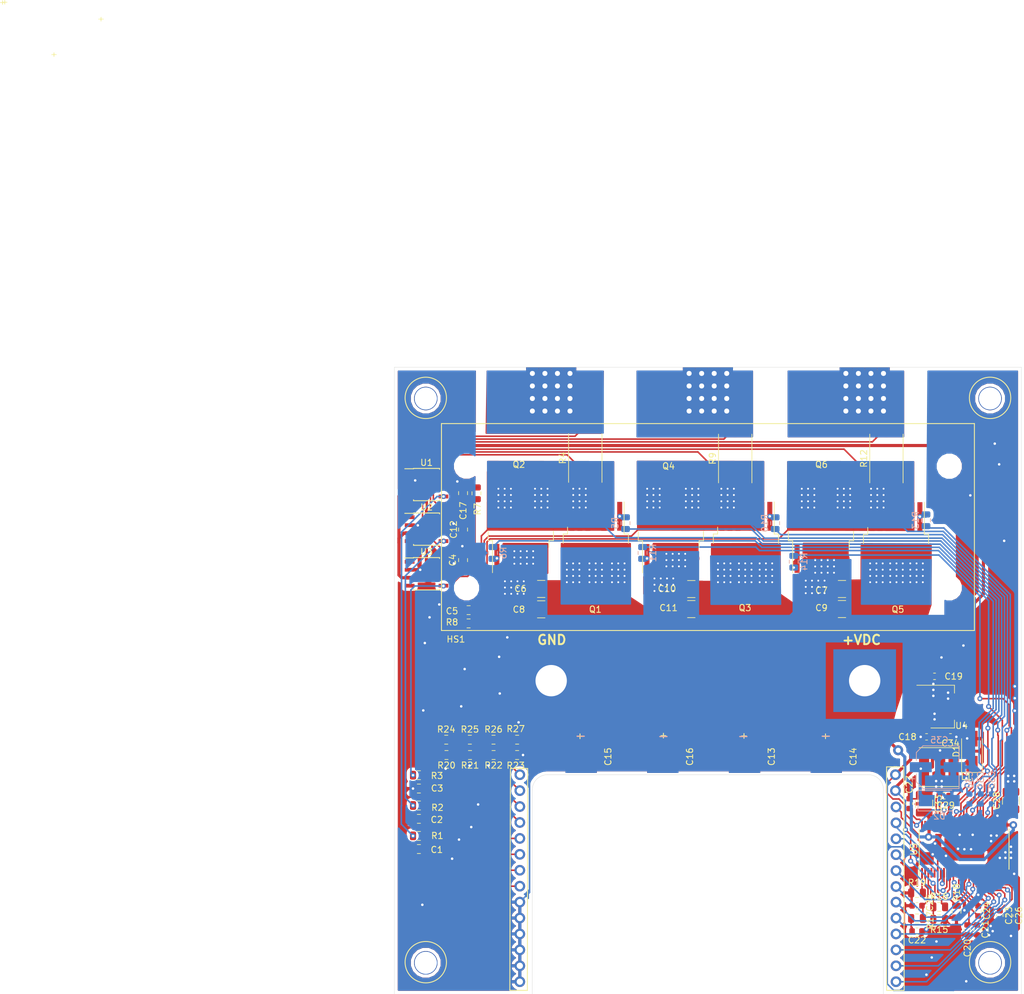
<source format=kicad_pcb>
(kicad_pcb (version 20171130) (host pcbnew "(6.0.0-rc1-dev-522-gdd228b60a)")
  (layers (0 F.Cu signal) (31 B.Cu signal) (34 B.Paste user) (35 F.Paste user) (36 B.SilkS user) (37 F.SilkS user) (38 B.Mask user) (39 F.Mask user) (44 Edge.Cuts user))
  (net 0 "")
  (net 1 GND)
  (net 2 /CURR_A)
  (net 3 /CURR_B)
  (net 4 /CURR_C)
  (net 5 VCC)
  (net 6 /TEMP)
  (net 7 +VDC)
  (net 8 +5V)
  (net 9 "Net-(C22-Pad2)")
  (net 10 "Net-(C27-Pad2)")
  (net 11 "Net-(C30-Pad2)")
  (net 12 /DRV8301/SH_A)
  (net 13 /DRV8301/SH_B)
  (net 14 "Net-(C31-Pad2)")
  (net 15 "Net-(C32-Pad2)")
  (net 16 /DRV8301/SH_C)
  (net 17 /SENS_SUPPLY)
  (net 18 /SENS_A)
  (net 19 /SENS_B)
  (net 20 /SENS_C)
  (net 21 /INL_C)
  (net 22 /INH_C)
  (net 23 /INL_B)
  (net 24 /INH_B)
  (net 25 /INL_A)
  (net 26 /INH_A)
  (net 27 /EN_GATE)
  (net 28 /FAULT)
  (net 29 /CS)
  (net 30 /SDI)
  (net 31 /SDO)
  (net 32 /SCLK)
  (net 33 "Net-(J2-Pad1)")
  (net 34 "Net-(J4-Pad1)")
  (net 35 "Net-(J5-Pad1)")
  (net 36 "Net-(Q1-PadG)")
  (net 37 "Net-(Q2-PadG)")
  (net 38 "Net-(Q3-PadG)")
  (net 39 "Net-(Q4-PadG)")
  (net 40 "Net-(Q5-PadG)")
  (net 41 "Net-(Q6-PadG)")
  (net 42 /Inverter/C_A)
  (net 43 /Inverter/C_B)
  (net 44 /Inverter/C_C)
  (net 45 /DRV8301/GH_A)
  (net 46 /DRV8301/GL_A)
  (net 47 /DRV8301/GH_B)
  (net 48 /DRV8301/GL_B)
  (net 49 /DRV8301/GH_C)
  (net 50 /DRV8301/GL_C)
  (net 51 /DRV8301/GVDD)
  (net 52 /DRV8301/DVDD)
  (net 53 /DRV8301/CP1)
  (net 54 /DRV8301/CP2)
  (net 55 /DRV8301/COMP)
  (net 56 /DRV8301/AVDD)
  (net 57 /DRV8301/BST_BK)
  (net 58 /DRV8301/PH)
  (net 59 /DRV8301/VSENSE)
  (net 60 /DRV8301/DTC)
  (net 61 /DRV8301/RT_CLK)
  (module EcoRacerFootprints:InverterConn (layer F.Cu) (at 70 115)
    (fp_text reference J1 hide)
    (fp_text value InverterConn)
    (pad 28 thru_hole circle (at 59.912 0) (size 1.7 1.7) (drill 1) (layers *.Cu *.Mask) (net 5 VCC))
    (pad 27 thru_hole circle (at 59.912 2.54) (size 1.7 1.7) (drill 1) (layers *.Cu *.Mask) (net 8 +5V))
    (pad 26 thru_hole oval (at 60 5.14) (size 1.7 1.7) (drill 1) (layers *.Cu *.Mask) (net 28 /FAULT))
    (pad 25 thru_hole oval (at 60 7.68) (size 1.7 1.7) (drill 1) (layers *.Cu *.Mask) (net 29 /CS))
    (pad 24 thru_hole oval (at 60 10.22) (size 1.7 1.7) (drill 1) (layers *.Cu *.Mask) (net 30 /SDI))
    (pad 23 thru_hole oval (at 60 12.76) (size 1.7 1.7) (drill 1) (layers *.Cu *.Mask) (net 31 /SDO))
    (pad 22 thru_hole oval (at 60 15.3) (size 1.7 1.7) (drill 1) (layers *.Cu *.Mask) (net 32 /SCLK))
    (pad 21 thru_hole oval (at 60 17.84) (size 1.7 1.7) (drill 1) (layers *.Cu *.Mask) (net 27 /EN_GATE))
    (pad 20 thru_hole oval (at 60 20.32 180) (size 1.7 1.7) (drill 1) (layers *.Cu *.Mask) (net 26 /INH_A))
    (pad 19 thru_hole oval (at 60 22.86 180) (size 1.7 1.7) (drill 1) (layers *.Cu *.Mask) (net 25 /INL_A))
    (pad 18 thru_hole oval (at 60 25.4 180) (size 1.7 1.7) (drill 1) (layers *.Cu *.Mask) (net 24 /INH_B))
    (pad 17 thru_hole oval (at 60 27.94 180) (size 1.7 1.7) (drill 1) (layers *.Cu *.Mask) (net 23 /INL_B))
    (pad 16 thru_hole oval (at 60 30.48 180) (size 1.7 1.7) (drill 1) (layers *.Cu *.Mask) (net 22 /INH_C))
    (pad 15 thru_hole oval (at 60 33.02 180) (size 1.7 1.7) (drill 1) (layers *.Cu *.Mask) (net 21 /INL_C))
    (pad 14 thru_hole oval (at 0 33.02 180) (size 1.7 1.7) (drill 1) (layers *.Cu *.Mask) (net 1 GND))
    (pad 13 thru_hole oval (at 0 30.48) (size 1.7 1.7) (drill 1) (layers *.Cu *.Mask) (net 1 GND))
    (pad 12 thru_hole oval (at 0 27.94) (size 1.7 1.7) (drill 1) (layers *.Cu *.Mask) (net 1 GND))
    (pad 11 thru_hole oval (at 0 25.4) (size 1.7 1.7) (drill 1) (layers *.Cu *.Mask) (net 1 GND))
    (pad 10 thru_hole oval (at 0 22.86) (size 1.7 1.7) (drill 1) (layers *.Cu *.Mask) (net 1 GND))
    (pad 9 thru_hole oval (at 0 20.32) (size 1.7 1.7) (drill 1) (layers *.Cu *.Mask) (net 1 GND))
    (pad 8 thru_hole oval (at 0 17.78) (size 1.7 1.7) (drill 1) (layers *.Cu *.Mask) (net 2 /CURR_A))
    (pad 7 thru_hole oval (at 0 15.24) (size 1.7 1.7) (drill 1) (layers *.Cu *.Mask) (net 3 /CURR_B))
    (pad 6 thru_hole oval (at 0 12.7) (size 1.7 1.7) (drill 1) (layers *.Cu *.Mask) (net 4 /CURR_C))
    (pad 5 thru_hole oval (at 0 10.16) (size 1.7 1.7) (drill 1) (layers *.Cu *.Mask) (net 6 /TEMP))
    (pad 4 thru_hole oval (at 0 7.62) (size 1.7 1.7) (drill 1) (layers *.Cu *.Mask) (net 18 /SENS_A))
    (pad 3 thru_hole oval (at 0 5.08) (size 1.7 1.7) (drill 1) (layers *.Cu *.Mask) (net 19 /SENS_B))
    (pad 2 thru_hole oval (at 0 2.54) (size 1.7 1.7) (drill 1) (layers *.Cu *.Mask) (net 20 /SENS_C))
    (pad 1 thru_hole oval (at 0 0) (size 1.7 1.7) (drill 1) (layers *.Cu *.Mask) (net 17 /SENS_SUPPLY))
  )
  (module EcoRacerFootprints:BulletConnector (layer F.Cu) (at 75 54 90)
    (fp_text reference J2 hide)
    (fp_text value PH_A)
    (pad 1 thru_hole rect (at -3 3 90) (size 2 2) (drill 0.8) (layers *.Cu *.Mask) (net 33 "Net-(J2-Pad1)"))
    (pad 1 thru_hole rect (at -3 1 90) (size 2 2) (drill 0.8) (layers *.Cu *.Mask) (net 33 "Net-(J2-Pad1)"))
    (pad 1 thru_hole rect (at -3 -1 90) (size 2 2) (drill 0.8) (layers *.Cu *.Mask) (net 33 "Net-(J2-Pad1)"))
    (pad 1 thru_hole rect (at -3 -3 90) (size 2 2) (drill 0.8) (layers *.Cu *.Mask) (net 33 "Net-(J2-Pad1)"))
    (pad 1 thru_hole rect (at 1 -3 90) (size 2 2) (drill 0.8) (layers *.Cu *.Mask) (net 33 "Net-(J2-Pad1)"))
    (pad 1 thru_hole rect (at 3 -3 90) (size 2 2) (drill 0.8) (layers *.Cu *.Mask) (net 33 "Net-(J2-Pad1)"))
    (pad 1 thru_hole rect (at 3 -1 90) (size 2 2) (drill 0.8) (layers *.Cu *.Mask) (net 33 "Net-(J2-Pad1)"))
    (pad 1 thru_hole rect (at 1 -1 90) (size 2 2) (drill 0.8) (layers *.Cu *.Mask) (net 33 "Net-(J2-Pad1)"))
    (pad 1 thru_hole rect (at 1 1 90) (size 2 2) (drill 0.8) (layers *.Cu *.Mask) (net 33 "Net-(J2-Pad1)"))
    (pad 1 thru_hole rect (at 3 1 90) (size 2 2) (drill 0.8) (layers *.Cu *.Mask) (net 33 "Net-(J2-Pad1)"))
    (pad 1 thru_hole rect (at 3 3 90) (size 2 2) (drill 0.8) (layers *.Cu *.Mask) (net 33 "Net-(J2-Pad1)"))
    (pad 1 thru_hole rect (at 1 3 90) (size 2 2) (drill 0.8) (layers *.Cu *.Mask) (net 33 "Net-(J2-Pad1)"))
    (pad 1 thru_hole rect (at -1 -3 90) (size 2 2) (drill 0.8) (layers *.Cu *.Mask) (net 33 "Net-(J2-Pad1)"))
    (pad 1 thru_hole rect (at -1 -1 90) (size 2 2) (drill 0.8) (layers *.Cu *.Mask) (net 33 "Net-(J2-Pad1)"))
    (pad 1 thru_hole rect (at -1 1 90) (size 2 2) (drill 0.8) (layers *.Cu *.Mask) (net 33 "Net-(J2-Pad1)"))
    (pad 1 thru_hole rect (at -1 3 90) (size 2 2) (drill 0.8) (layers *.Cu *.Mask) (net 33 "Net-(J2-Pad1)"))
  )
  (module EcoRacerFootprints:BulletConnector (layer F.Cu) (at 100 54 90)
    (fp_text reference J4 hide)
    (fp_text value PH_B)
    (pad 1 thru_hole rect (at -3 3 90) (size 2 2) (drill 0.8) (layers *.Cu *.Mask) (net 34 "Net-(J4-Pad1)"))
    (pad 1 thru_hole rect (at -3 1 90) (size 2 2) (drill 0.8) (layers *.Cu *.Mask) (net 34 "Net-(J4-Pad1)"))
    (pad 1 thru_hole rect (at -3 -1 90) (size 2 2) (drill 0.8) (layers *.Cu *.Mask) (net 34 "Net-(J4-Pad1)"))
    (pad 1 thru_hole rect (at -3 -3 90) (size 2 2) (drill 0.8) (layers *.Cu *.Mask) (net 34 "Net-(J4-Pad1)"))
    (pad 1 thru_hole rect (at 1 -3 90) (size 2 2) (drill 0.8) (layers *.Cu *.Mask) (net 34 "Net-(J4-Pad1)"))
    (pad 1 thru_hole rect (at 3 -3 90) (size 2 2) (drill 0.8) (layers *.Cu *.Mask) (net 34 "Net-(J4-Pad1)"))
    (pad 1 thru_hole rect (at 3 -1 90) (size 2 2) (drill 0.8) (layers *.Cu *.Mask) (net 34 "Net-(J4-Pad1)"))
    (pad 1 thru_hole rect (at 1 -1 90) (size 2 2) (drill 0.8) (layers *.Cu *.Mask) (net 34 "Net-(J4-Pad1)"))
    (pad 1 thru_hole rect (at 1 1 90) (size 2 2) (drill 0.8) (layers *.Cu *.Mask) (net 34 "Net-(J4-Pad1)"))
    (pad 1 thru_hole rect (at 3 1 90) (size 2 2) (drill 0.8) (layers *.Cu *.Mask) (net 34 "Net-(J4-Pad1)"))
    (pad 1 thru_hole rect (at 3 3 90) (size 2 2) (drill 0.8) (layers *.Cu *.Mask) (net 34 "Net-(J4-Pad1)"))
    (pad 1 thru_hole rect (at 1 3 90) (size 2 2) (drill 0.8) (layers *.Cu *.Mask) (net 34 "Net-(J4-Pad1)"))
    (pad 1 thru_hole rect (at -1 -3 90) (size 2 2) (drill 0.8) (layers *.Cu *.Mask) (net 34 "Net-(J4-Pad1)"))
    (pad 1 thru_hole rect (at -1 -1 90) (size 2 2) (drill 0.8) (layers *.Cu *.Mask) (net 34 "Net-(J4-Pad1)"))
    (pad 1 thru_hole rect (at -1 1 90) (size 2 2) (drill 0.8) (layers *.Cu *.Mask) (net 34 "Net-(J4-Pad1)"))
    (pad 1 thru_hole rect (at -1 3 90) (size 2 2) (drill 0.8) (layers *.Cu *.Mask) (net 34 "Net-(J4-Pad1)"))
  )
  (module EcoRacerFootprints:BulletConnector (layer F.Cu) (at 125 54 90)
    (fp_text reference J5 hide)
    (fp_text value PH_C)
    (pad 1 thru_hole rect (at -3 3 90) (size 2 2) (drill 0.8) (layers *.Cu *.Mask) (net 35 "Net-(J5-Pad1)"))
    (pad 1 thru_hole rect (at -3 1 90) (size 2 2) (drill 0.8) (layers *.Cu *.Mask) (net 35 "Net-(J5-Pad1)"))
    (pad 1 thru_hole rect (at -3 -1 90) (size 2 2) (drill 0.8) (layers *.Cu *.Mask) (net 35 "Net-(J5-Pad1)"))
    (pad 1 thru_hole rect (at -3 -3 90) (size 2 2) (drill 0.8) (layers *.Cu *.Mask) (net 35 "Net-(J5-Pad1)"))
    (pad 1 thru_hole rect (at 1 -3 90) (size 2 2) (drill 0.8) (layers *.Cu *.Mask) (net 35 "Net-(J5-Pad1)"))
    (pad 1 thru_hole rect (at 3 -3 90) (size 2 2) (drill 0.8) (layers *.Cu *.Mask) (net 35 "Net-(J5-Pad1)"))
    (pad 1 thru_hole rect (at 3 -1 90) (size 2 2) (drill 0.8) (layers *.Cu *.Mask) (net 35 "Net-(J5-Pad1)"))
    (pad 1 thru_hole rect (at 1 -1 90) (size 2 2) (drill 0.8) (layers *.Cu *.Mask) (net 35 "Net-(J5-Pad1)"))
    (pad 1 thru_hole rect (at 1 1 90) (size 2 2) (drill 0.8) (layers *.Cu *.Mask) (net 35 "Net-(J5-Pad1)"))
    (pad 1 thru_hole rect (at 3 1 90) (size 2 2) (drill 0.8) (layers *.Cu *.Mask) (net 35 "Net-(J5-Pad1)"))
    (pad 1 thru_hole rect (at 3 3 90) (size 2 2) (drill 0.8) (layers *.Cu *.Mask) (net 35 "Net-(J5-Pad1)"))
    (pad 1 thru_hole rect (at 1 3 90) (size 2 2) (drill 0.8) (layers *.Cu *.Mask) (net 35 "Net-(J5-Pad1)"))
    (pad 1 thru_hole rect (at -1 -3 90) (size 2 2) (drill 0.8) (layers *.Cu *.Mask) (net 35 "Net-(J5-Pad1)"))
    (pad 1 thru_hole rect (at -1 -1 90) (size 2 2) (drill 0.8) (layers *.Cu *.Mask) (net 35 "Net-(J5-Pad1)"))
    (pad 1 thru_hole rect (at -1 1 90) (size 2 2) (drill 0.8) (layers *.Cu *.Mask) (net 35 "Net-(J5-Pad1)"))
    (pad 1 thru_hole rect (at -1 3 90) (size 2 2) (drill 0.8) (layers *.Cu *.Mask) (net 35 "Net-(J5-Pad1)"))
  )
  (module Capacitor_SMD:C_0805_2012Metric (layer F.Cu) (at 53.9 126.86 180)
    (fp_text reference C1 (at -2.86 -0.11 180) (layer F.SilkS))
    (fp_text value 4.7nF)
    (pad 1 smd roundrect (at -0.9375 0 180) (size 0.975 1.4) (layers F.Cu F.Paste F.Mask) (net 2 /CURR_A))
    (pad 2 smd roundrect (at 0.9375 0 180) (size 0.975 1.4) (layers F.Cu F.Paste F.Mask) (net 1 GND))
  )
  (module Capacitor_SMD:C_0805_2012Metric (layer F.Cu) (at 53.9 122.04 180)
    (fp_text reference C2 (at -2.86 -0.14 180) (layer F.SilkS))
    (fp_text value 4.7nF)
    (pad 2 smd roundrect (at 0.9375 0 180) (size 0.975 1.4) (layers F.Cu F.Paste F.Mask) (net 1 GND))
    (pad 1 smd roundrect (at -0.9375 0 180) (size 0.975 1.4) (layers F.Cu F.Paste F.Mask) (net 3 /CURR_B))
  )
  (module Capacitor_SMD:C_0805_2012Metric (layer F.Cu) (at 53.9 117.21 180)
    (fp_text reference C3 (at -2.91 0.04 180) (layer F.SilkS))
    (fp_text value 4.7nF)
    (pad 1 smd roundrect (at -0.9375 0 180) (size 0.975 1.4) (layers F.Cu F.Paste F.Mask) (net 4 /CURR_C))
    (pad 2 smd roundrect (at 0.9375 0 180) (size 0.975 1.4) (layers F.Cu F.Paste F.Mask) (net 1 GND))
  )
  (module Capacitor_SMD:C_0805_2012Metric (layer F.Cu) (at 60.95 80.77 90)
    (fp_text reference C4 (at 0 -1.65 90) (layer F.SilkS))
    (fp_text value 100nF)
    (pad 2 smd roundrect (at 0.9375 0 90) (size 0.975 1.4) (layers F.Cu F.Paste F.Mask) (net 1 GND))
    (pad 1 smd roundrect (at -0.9375 0 90) (size 0.975 1.4) (layers F.Cu F.Paste F.Mask) (net 5 VCC))
  )
  (module Capacitor_SMD:C_0805_2012Metric (layer F.Cu) (at 61.83 88.76)
    (fp_text reference C5 (at -2.648 0.14) (layer F.SilkS))
    (fp_text value 2.2uF)
    (pad 2 smd roundrect (at 0.9375 0) (size 0.975 1.4) (layers F.Cu F.Paste F.Mask) (net 1 GND))
    (pad 1 smd roundrect (at -0.9375 0) (size 0.975 1.4) (layers F.Cu F.Paste F.Mask) (net 6 /TEMP))
  )
  (module Capacitor_SMD:C_1210_3225Metric (layer F.Cu) (at 73.41 85.37)
    (fp_text reference C6 (at -3.306 -0.026) (layer F.SilkS))
    (fp_text value "4.7uF 100V")
    (pad 1 smd roundrect (at -1.4 0) (size 1.25 2.65) (layers F.Cu F.Paste F.Mask) (roundrect_rratio 0.2) (net 1 GND))
    (pad 2 smd roundrect (at 1.4 0) (size 1.25 2.65) (layers F.Cu F.Paste F.Mask) (roundrect_rratio 0.2) (net 7 +VDC))
  )
  (module Capacitor_SMD:C_1210_3225Metric (layer F.Cu) (at 121.38 85.382 180)
    (fp_text reference C7 (at 3.27 -0.216 180) (layer F.SilkS))
    (fp_text value "4.7uF 100V")
    (pad 2 smd roundrect (at 1.4 0 180) (size 1.25 2.65) (layers F.Cu F.Paste F.Mask) (roundrect_rratio 0.2) (net 1 GND))
    (pad 1 smd roundrect (at -1.4 0 180) (size 1.25 2.65) (layers F.Cu F.Paste F.Mask) (roundrect_rratio 0.2) (net 7 +VDC))
  )
  (module Capacitor_SMD:C_1210_3225Metric (layer F.Cu) (at 73.41 88.62 180)
    (fp_text reference C8 (at 3.56 -0.026 180) (layer F.SilkS))
    (fp_text value "4.7uF 100V")
    (pad 1 smd roundrect (at -1.4 0 180) (size 1.25 2.65) (layers F.Cu F.Paste F.Mask) (roundrect_rratio 0.2) (net 7 +VDC))
    (pad 2 smd roundrect (at 1.4 0 180) (size 1.25 2.65) (layers F.Cu F.Paste F.Mask) (roundrect_rratio 0.2) (net 1 GND))
  )
  (module Capacitor_SMD:C_1210_3225Metric (layer F.Cu) (at 121.38 88.582 180)
    (fp_text reference C9 (at 3.27 0.19 180) (layer F.SilkS))
    (fp_text value "4.7uF 100V")
    (pad 1 smd roundrect (at -1.4 0 180) (size 1.25 2.65) (layers F.Cu F.Paste F.Mask) (roundrect_rratio 0.2) (net 7 +VDC))
    (pad 2 smd roundrect (at 1.4 0 180) (size 1.25 2.65) (layers F.Cu F.Paste F.Mask) (roundrect_rratio 0.2) (net 1 GND))
  )
  (module Capacitor_SMD:C_1210_3225Metric (layer F.Cu) (at 97.35 85.392 180)
    (fp_text reference C10 (at 3.878 0.048 180) (layer F.SilkS))
    (fp_text value "4.7uF 100V")
    (pad 2 smd roundrect (at 1.4 0 180) (size 1.25 2.65) (layers F.Cu F.Paste F.Mask) (roundrect_rratio 0.2) (net 1 GND))
    (pad 1 smd roundrect (at -1.4 0 180) (size 1.25 2.65) (layers F.Cu F.Paste F.Mask) (roundrect_rratio 0.2) (net 7 +VDC))
  )
  (module Capacitor_SMD:C_1210_3225Metric (layer F.Cu) (at 97.35 88.592 180)
    (fp_text reference C11 (at 3.624 0.2 180) (layer F.SilkS))
    (fp_text value "4.7uF 100V")
    (pad 2 smd roundrect (at 1.4 0 180) (size 1.25 2.65) (layers F.Cu F.Paste F.Mask) (roundrect_rratio 0.2) (net 1 GND))
    (pad 1 smd roundrect (at -1.4 0 180) (size 1.25 2.65) (layers F.Cu F.Paste F.Mask) (roundrect_rratio 0.2) (net 7 +VDC))
  )
  (module Capacitor_SMD:C_0805_2012Metric (layer F.Cu) (at 60.95 75.9 90)
    (fp_text reference C12 (at 0 -1.514 90) (layer F.SilkS))
    (fp_text value 100nF)
    (pad 1 smd roundrect (at -0.9375 0 90) (size 0.975 1.4) (layers F.Cu F.Paste F.Mask) (net 5 VCC))
    (pad 2 smd roundrect (at 0.9375 0 90) (size 0.975 1.4) (layers F.Cu F.Paste F.Mask) (net 1 GND))
  )
  (module EcoRacerFootprints:CAP_inverter (layer F.Cu) (at 107.041666 111.325 90)
    (fp_text reference C13 (at -0.8 3.1 90) (layer F.SilkS))
    (fp_text value EEUFC1J681L)
    (pad 1 smd rect (at -0.9 -1.2 90) (size 5 5) (layers F.Cu F.Paste F.Mask) (net 7 +VDC))
    (pad 2 smd rect (at -0.9 -1.2 90) (size 5 5) (layers B.Cu B.Paste B.Mask) (net 1 GND))
  )
  (module EcoRacerFootprints:CAP_inverter (layer F.Cu) (at 120.075 111.325 90)
    (fp_text reference C14 (at -0.8 3.1 90) (layer F.SilkS))
    (fp_text value EEUFC1J681L)
    (pad 2 smd rect (at -0.9 -1.2 90) (size 5 5) (layers B.Cu B.Paste B.Mask) (net 1 GND))
    (pad 1 smd rect (at -0.9 -1.2 90) (size 5 5) (layers F.Cu F.Paste F.Mask) (net 7 +VDC))
  )
  (module EcoRacerFootprints:CAP_inverter (layer F.Cu) (at 80.975 111.325 90)
    (fp_text reference C15 (at -0.8 3.1 90) (layer F.SilkS))
    (fp_text value EEUFC1J681L)
    (pad 1 smd rect (at -0.9 -1.2 90) (size 5 5) (layers F.Cu F.Paste F.Mask) (net 7 +VDC))
    (pad 2 smd rect (at -0.9 -1.2 90) (size 5 5) (layers B.Cu B.Paste B.Mask) (net 1 GND))
  )
  (module EcoRacerFootprints:CAP_inverter (layer F.Cu) (at 94.008333 111.325 90)
    (fp_text reference C16 (at -0.8 3.1 90) (layer F.SilkS))
    (fp_text value EEUFC1J681L)
    (pad 2 smd rect (at -0.9 -1.2 90) (size 5 5) (layers B.Cu B.Paste B.Mask) (net 1 GND))
    (pad 1 smd rect (at -0.9 -1.2 90) (size 5 5) (layers F.Cu F.Paste F.Mask) (net 7 +VDC))
  )
  (module Capacitor_SMD:C_0805_2012Metric (layer F.Cu) (at 60.95 70.09 90)
    (fp_text reference C17 (at -2.808 0.01 90) (layer F.SilkS))
    (fp_text value 100nF)
    (pad 2 smd roundrect (at 0.9375 0 90) (size 0.975 1.4) (layers F.Cu F.Paste F.Mask) (net 1 GND))
    (pad 1 smd roundrect (at -0.9375 0 90) (size 0.975 1.4) (layers F.Cu F.Paste F.Mask) (net 5 VCC))
  )
  (module Capacitor_SMD:CP_Elec_6.3x5.7 (layer B.Cu) (at 136.65 113.8)
    (fp_text reference C35 (at 0.256 -4.326) (layer B.SilkS) (effects (justify mirror)))
    (fp_text value 68uF)
    (pad 1 smd rect (at -2.7 0) (size 3.5 1.6) (layers B.Cu B.Paste B.Mask) (net 8 +5V))
    (pad 2 smd rect (at 2.7 0) (size 3.5 1.6) (layers B.Cu B.Paste B.Mask) (net 1 GND))
  )
  (module Diode_SMD:D_SMA (layer B.Cu) (at 136.906 119.126)
    (fp_text reference D2 (at 0 2.5) (layer B.SilkS) (effects (justify mirror)))
    (fp_text value SMAJ5.0A)
    (pad 1 smd rect (at -2 0) (size 2.5 1.8) (layers B.Cu B.Paste B.Mask) (net 8 +5V))
    (pad 2 smd rect (at 2 0) (size 2.5 1.8) (layers B.Cu B.Paste B.Mask) (net 1 GND))
  )
  (module EcoRacerFootprints:5mmWireConn (layer F.Cu) (at 125 100)
    (fp_text reference J3 hide)
    (fp_text value VDC)
    (pad 1 thru_hole rect (at 0 0) (size 10 10) (drill 5) (layers *.Cu *.Mask) (net 7 +VDC))
  )
  (module EcoRacerFootprints:5mmWireConn (layer F.Cu) (at 75 100)
    (fp_text reference J6 hide)
    (fp_text value GND)
    (pad 1 thru_hole rect (at 0 0) (size 10 10) (drill 5) (layers *.Cu *.Mask) (net 1 GND))
  )
  (module Inductor_SMD:L_Taiyo-Yuden_NR-60xx (layer F.Cu) (at 136.824 113.792)
    (fp_text reference L1 (at 4.4 1.524) (layer F.SilkS))
    (fp_text value L)
    (pad 1 smd rect (at -2.35 0) (size 1.6 5.9) (layers F.Cu F.Paste F.Mask) (net 8 +5V))
    (pad 2 smd rect (at 2.35 0) (size 1.6 5.9) (layers F.Cu F.Paste F.Mask) (net 58 /DRV8301/PH))
  )
  (module EcoRacerFootprints:TO-263-6 (layer F.Cu) (at 82.12 79.56 270)
    (fp_text reference Q1 (at 9.086 0.078) (layer F.SilkS))
    (fp_text value IPB010N06N)
    (pad G smd rect (at -5.775 -3.81 270) (size 4.6 0.8) (layers F.Cu F.Paste F.Mask) (net 36 "Net-(Q1-PadG)"))
    (pad S smd rect (at -5.775 -2.54 270) (size 4.6 0.8) (layers F.Cu F.Paste F.Mask) (net 12 /DRV8301/SH_A))
    (pad S smd rect (at -5.775 -1.27 270) (size 4.6 0.8) (layers F.Cu F.Paste F.Mask) (net 12 /DRV8301/SH_A))
    (pad S smd rect (at -5.775 1.27 270) (size 4.6 0.8) (layers F.Cu F.Paste F.Mask) (net 12 /DRV8301/SH_A))
    (pad S smd rect (at -5.775 2.54 270) (size 4.6 0.8) (layers F.Cu F.Paste F.Mask) (net 12 /DRV8301/SH_A))
    (pad S smd rect (at -5.775 3.81 270) (size 4.6 0.8) (layers F.Cu F.Paste F.Mask) (net 12 /DRV8301/SH_A))
    (pad D smd rect (at 3.375 0 270) (size 9.4 10.8) (layers F.Cu F.Mask) (net 7 +VDC))
    (pad D smd rect (at 5.8 2.775 270) (size 4.55 5.25) (layers F.Cu F.Paste) (net 7 +VDC))
    (pad D smd rect (at 0.95 -2.775 270) (size 4.55 5.25) (layers F.Cu F.Paste) (net 7 +VDC))
    (pad D smd rect (at 5.8 -2.775 270) (size 4.55 5.25) (layers F.Cu F.Paste) (net 7 +VDC))
    (pad D smd rect (at 0.95 2.775 270) (size 4.55 5.25) (layers F.Cu F.Paste) (net 7 +VDC))
  )
  (module EcoRacerFootprints:TO-263-6 (layer F.Cu) (at 70.15 74.71 90)
    (fp_text reference Q2 (at 9.178 -0.3 180) (layer F.SilkS))
    (fp_text value IPB010N06N)
    (pad D smd rect (at 0.95 2.775 90) (size 4.55 5.25) (layers F.Cu F.Paste) (net 12 /DRV8301/SH_A))
    (pad D smd rect (at 5.8 -2.775 90) (size 4.55 5.25) (layers F.Cu F.Paste) (net 12 /DRV8301/SH_A))
    (pad D smd rect (at 0.95 -2.775 90) (size 4.55 5.25) (layers F.Cu F.Paste) (net 12 /DRV8301/SH_A))
    (pad D smd rect (at 5.8 2.775 90) (size 4.55 5.25) (layers F.Cu F.Paste) (net 12 /DRV8301/SH_A))
    (pad D smd rect (at 3.375 0 90) (size 9.4 10.8) (layers F.Cu F.Mask) (net 12 /DRV8301/SH_A))
    (pad S smd rect (at -5.775 3.81 90) (size 4.6 0.8) (layers F.Cu F.Paste F.Mask) (net 1 GND))
    (pad S smd rect (at -5.775 2.54 90) (size 4.6 0.8) (layers F.Cu F.Paste F.Mask) (net 1 GND))
    (pad S smd rect (at -5.775 1.27 90) (size 4.6 0.8) (layers F.Cu F.Paste F.Mask) (net 1 GND))
    (pad S smd rect (at -5.775 -1.27 90) (size 4.6 0.8) (layers F.Cu F.Paste F.Mask) (net 1 GND))
    (pad S smd rect (at -5.775 -2.54 90) (size 4.6 0.8) (layers F.Cu F.Paste F.Mask) (net 1 GND))
    (pad G smd rect (at -5.775 -3.81 90) (size 4.6 0.8) (layers F.Cu F.Paste F.Mask) (net 37 "Net-(Q2-PadG)"))
  )
  (module EcoRacerFootprints:TO-263-6 (layer F.Cu) (at 106.06 79.56 270)
    (fp_text reference Q3 (at 8.832 0.142) (layer F.SilkS))
    (fp_text value IPB010N06N)
    (pad D smd rect (at 0.95 2.775 270) (size 4.55 5.25) (layers F.Cu F.Paste) (net 7 +VDC))
    (pad D smd rect (at 5.8 -2.775 270) (size 4.55 5.25) (layers F.Cu F.Paste) (net 7 +VDC))
    (pad D smd rect (at 0.95 -2.775 270) (size 4.55 5.25) (layers F.Cu F.Paste) (net 7 +VDC))
    (pad D smd rect (at 5.8 2.775 270) (size 4.55 5.25) (layers F.Cu F.Paste) (net 7 +VDC))
    (pad D smd rect (at 3.375 0 270) (size 9.4 10.8) (layers F.Cu F.Mask) (net 7 +VDC))
    (pad S smd rect (at -5.775 3.81 270) (size 4.6 0.8) (layers F.Cu F.Paste F.Mask) (net 13 /DRV8301/SH_B))
    (pad S smd rect (at -5.775 2.54 270) (size 4.6 0.8) (layers F.Cu F.Paste F.Mask) (net 13 /DRV8301/SH_B))
    (pad S smd rect (at -5.775 1.27 270) (size 4.6 0.8) (layers F.Cu F.Paste F.Mask) (net 13 /DRV8301/SH_B))
    (pad S smd rect (at -5.775 -1.27 270) (size 4.6 0.8) (layers F.Cu F.Paste F.Mask) (net 13 /DRV8301/SH_B))
    (pad S smd rect (at -5.775 -2.54 270) (size 4.6 0.8) (layers F.Cu F.Paste F.Mask) (net 13 /DRV8301/SH_B))
    (pad G smd rect (at -5.775 -3.81 270) (size 4.6 0.8) (layers F.Cu F.Paste F.Mask) (net 38 "Net-(Q3-PadG)"))
  )
  (module EcoRacerFootprints:TO-263-6 (layer F.Cu) (at 94.09 74.734 90)
    (fp_text reference Q4 (at 8.948 -0.364 180) (layer F.SilkS))
    (fp_text value IPB010N06N)
    (pad G smd rect (at -5.775 -3.81 90) (size 4.6 0.8) (layers F.Cu F.Paste F.Mask) (net 39 "Net-(Q4-PadG)"))
    (pad S smd rect (at -5.775 -2.54 90) (size 4.6 0.8) (layers F.Cu F.Paste F.Mask) (net 1 GND))
    (pad S smd rect (at -5.775 -1.27 90) (size 4.6 0.8) (layers F.Cu F.Paste F.Mask) (net 1 GND))
    (pad S smd rect (at -5.775 1.27 90) (size 4.6 0.8) (layers F.Cu F.Paste F.Mask) (net 1 GND))
    (pad S smd rect (at -5.775 2.54 90) (size 4.6 0.8) (layers F.Cu F.Paste F.Mask) (net 1 GND))
    (pad S smd rect (at -5.775 3.81 90) (size 4.6 0.8) (layers F.Cu F.Paste F.Mask) (net 1 GND))
    (pad D smd rect (at 3.375 0 90) (size 9.4 10.8) (layers F.Cu F.Mask) (net 13 /DRV8301/SH_B))
    (pad D smd rect (at 5.8 2.775 90) (size 4.55 5.25) (layers F.Cu F.Paste) (net 13 /DRV8301/SH_B))
    (pad D smd rect (at 0.95 -2.775 90) (size 4.55 5.25) (layers F.Cu F.Paste) (net 13 /DRV8301/SH_B))
    (pad D smd rect (at 5.8 -2.775 90) (size 4.55 5.25) (layers F.Cu F.Paste) (net 13 /DRV8301/SH_B))
    (pad D smd rect (at 0.95 2.775 90) (size 4.55 5.25) (layers F.Cu F.Paste) (net 13 /DRV8301/SH_B))
  )
  (module EcoRacerFootprints:TO-263-6 (layer F.Cu) (at 130 79.61 270)
    (fp_text reference Q5 (at 9.036 -0.302) (layer F.SilkS))
    (fp_text value IPB010N06N)
    (pad G smd rect (at -5.775 -3.81 270) (size 4.6 0.8) (layers F.Cu F.Paste F.Mask) (net 40 "Net-(Q5-PadG)"))
    (pad S smd rect (at -5.775 -2.54 270) (size 4.6 0.8) (layers F.Cu F.Paste F.Mask) (net 16 /DRV8301/SH_C))
    (pad S smd rect (at -5.775 -1.27 270) (size 4.6 0.8) (layers F.Cu F.Paste F.Mask) (net 16 /DRV8301/SH_C))
    (pad S smd rect (at -5.775 1.27 270) (size 4.6 0.8) (layers F.Cu F.Paste F.Mask) (net 16 /DRV8301/SH_C))
    (pad S smd rect (at -5.775 2.54 270) (size 4.6 0.8) (layers F.Cu F.Paste F.Mask) (net 16 /DRV8301/SH_C))
    (pad S smd rect (at -5.775 3.81 270) (size 4.6 0.8) (layers F.Cu F.Paste F.Mask) (net 16 /DRV8301/SH_C))
    (pad D smd rect (at 3.375 0 270) (size 9.4 10.8) (layers F.Cu F.Mask) (net 7 +VDC))
    (pad D smd rect (at 5.8 2.775 270) (size 4.55 5.25) (layers F.Cu F.Paste) (net 7 +VDC))
    (pad D smd rect (at 0.95 -2.775 270) (size 4.55 5.25) (layers F.Cu F.Paste) (net 7 +VDC))
    (pad D smd rect (at 5.8 -2.775 270) (size 4.55 5.25) (layers F.Cu F.Paste) (net 7 +VDC))
    (pad D smd rect (at 0.95 2.775 270) (size 4.55 5.25) (layers F.Cu F.Paste) (net 7 +VDC))
  )
  (module EcoRacerFootprints:TO-263-6 (layer F.Cu) (at 118.03 74.734 90)
    (fp_text reference Q6 (at 9.202 0.08 180) (layer F.SilkS))
    (fp_text value IPB010N06N)
    (pad D smd rect (at 0.95 2.775 90) (size 4.55 5.25) (layers F.Cu F.Paste) (net 16 /DRV8301/SH_C))
    (pad D smd rect (at 5.8 -2.775 90) (size 4.55 5.25) (layers F.Cu F.Paste) (net 16 /DRV8301/SH_C))
    (pad D smd rect (at 0.95 -2.775 90) (size 4.55 5.25) (layers F.Cu F.Paste) (net 16 /DRV8301/SH_C))
    (pad D smd rect (at 5.8 2.775 90) (size 4.55 5.25) (layers F.Cu F.Paste) (net 16 /DRV8301/SH_C))
    (pad D smd rect (at 3.375 0 90) (size 9.4 10.8) (layers F.Cu F.Mask) (net 16 /DRV8301/SH_C))
    (pad S smd rect (at -5.775 3.81 90) (size 4.6 0.8) (layers F.Cu F.Paste F.Mask) (net 1 GND))
    (pad S smd rect (at -5.775 2.54 90) (size 4.6 0.8) (layers F.Cu F.Paste F.Mask) (net 1 GND))
    (pad S smd rect (at -5.775 1.27 90) (size 4.6 0.8) (layers F.Cu F.Paste F.Mask) (net 1 GND))
    (pad S smd rect (at -5.775 -1.27 90) (size 4.6 0.8) (layers F.Cu F.Paste F.Mask) (net 1 GND))
    (pad S smd rect (at -5.775 -2.54 90) (size 4.6 0.8) (layers F.Cu F.Paste F.Mask) (net 1 GND))
    (pad G smd rect (at -5.775 -3.81 90) (size 4.6 0.8) (layers F.Cu F.Paste F.Mask) (net 41 "Net-(Q6-PadG)"))
  )
  (module Resistor_SMD:R_0805_2012Metric (layer F.Cu) (at 53.9 124.76)
    (fp_text reference R1 (at 2.94 -0.02) (layer F.SilkS))
    (fp_text value 100)
    (pad 2 smd roundrect (at 0.9375 0) (size 0.975 1.4) (layers F.Cu F.Paste F.Mask) (net 2 /CURR_A))
    (pad 1 smd roundrect (at -0.9375 0) (size 0.975 1.4) (layers F.Cu F.Paste F.Mask) (net 42 /Inverter/C_A))
  )
  (module Resistor_SMD:R_0805_2012Metric (layer F.Cu) (at 53.9 119.91)
    (fp_text reference R2 (at 2.96 0.34) (layer F.SilkS))
    (fp_text value 100)
    (pad 1 smd roundrect (at -0.9375 0) (size 0.975 1.4) (layers F.Cu F.Paste F.Mask) (net 43 /Inverter/C_B))
    (pad 2 smd roundrect (at 0.9375 0) (size 0.975 1.4) (layers F.Cu F.Paste F.Mask) (net 3 /CURR_B))
  )
  (module Resistor_SMD:R_0805_2012Metric (layer F.Cu) (at 53.9 115.08)
    (fp_text reference R3 (at 2.89 0.09) (layer F.SilkS))
    (fp_text value 100)
    (pad 2 smd roundrect (at 0.9375 0) (size 0.975 1.4) (layers F.Cu F.Paste F.Mask) (net 4 /CURR_C))
    (pad 1 smd roundrect (at -0.9375 0) (size 0.975 1.4) (layers F.Cu F.Paste F.Mask) (net 44 /Inverter/C_C))
  )
  (module Resistor_SMD:R_4020_10251Metric_Pad1.65x5.30mm_HandSolder (layer F.Cu) (at 80.44 64.49 90)
    (fp_text reference R4 (at 0 -3.6 90) (layer F.SilkS))
    (fp_text value "Shunt 0.0002")
    (pad 1 smd roundrect (at -4.9 0 90) (size 1.65 5.3) (layers F.Cu F.Paste F.Mask) (roundrect_rratio 0.151515) (net 12 /DRV8301/SH_A))
    (pad 2 smd roundrect (at 4.9 0 90) (size 1.65 5.3) (layers F.Cu F.Paste F.Mask) (roundrect_rratio 0.151515) (net 33 "Net-(J2-Pad1)"))
  )
  (module Resistor_SMD:R_0805_2012Metric (layer B.Cu) (at 86.8525 74.88 270)
    (fp_text reference R5 (at 0 1.65 270) (layer B.SilkS) (effects (justify mirror)))
    (fp_text value 6.8)
    (pad 1 smd roundrect (at -0.9375 0 270) (size 0.975 1.4) (layers B.Cu B.Paste B.Mask) (net 36 "Net-(Q1-PadG)"))
    (pad 2 smd roundrect (at 0.9375 0 270) (size 0.975 1.4) (layers B.Cu B.Paste B.Mask) (net 45 /DRV8301/GH_A))
  )
  (module Resistor_SMD:R_0805_2012Metric (layer B.Cu) (at 65.71 79.63 90)
    (fp_text reference R6 (at 0 1.65 90) (layer B.SilkS) (effects (justify mirror)))
    (fp_text value 6.8)
    (pad 2 smd roundrect (at 0.9375 0 90) (size 0.975 1.4) (layers B.Cu B.Paste B.Mask) (net 46 /DRV8301/GL_A))
    (pad 1 smd roundrect (at -0.9375 0 90) (size 0.975 1.4) (layers B.Cu B.Paste B.Mask) (net 37 "Net-(Q2-PadG)"))
  )
  (module Resistor_SMD:R_0805_2012Metric (layer F.Cu) (at 63.08 70.12 270)
    (fp_text reference R7 (at 2.524 -0.166 270) (layer F.SilkS))
    (fp_text value "10k NTC")
    (pad 1 smd roundrect (at -0.9375 0 270) (size 0.975 1.4) (layers F.Cu F.Paste F.Mask) (net 5 VCC))
    (pad 2 smd roundrect (at 0.9375 0 270) (size 0.975 1.4) (layers F.Cu F.Paste F.Mask) (net 6 /TEMP))
  )
  (module Resistor_SMD:R_0805_2012Metric (layer F.Cu) (at 61.83 90.87)
    (fp_text reference R8 (at -2.648 -0.192) (layer F.SilkS))
    (fp_text value 10k)
    (pad 2 smd roundrect (at 0.9375 0) (size 0.975 1.4) (layers F.Cu F.Paste F.Mask) (net 1 GND))
    (pad 1 smd roundrect (at -0.9375 0) (size 0.975 1.4) (layers F.Cu F.Paste F.Mask) (net 6 /TEMP))
  )
  (module Resistor_SMD:R_4020_10251Metric_Pad1.65x5.30mm_HandSolder (layer F.Cu) (at 104.35 64.57 90)
    (fp_text reference R9 (at 0 -3.6 90) (layer F.SilkS))
    (fp_text value "Shunt 0.0002")
    (pad 2 smd roundrect (at 4.9 0 90) (size 1.65 5.3) (layers F.Cu F.Paste F.Mask) (roundrect_rratio 0.151515) (net 34 "Net-(J4-Pad1)"))
    (pad 1 smd roundrect (at -4.9 0 90) (size 1.65 5.3) (layers F.Cu F.Paste F.Mask) (roundrect_rratio 0.151515) (net 13 /DRV8301/SH_B))
  )
  (module Resistor_SMD:R_0805_2012Metric (layer B.Cu) (at 110.72 74.88 270)
    (fp_text reference R10 (at 0 1.65 270) (layer B.SilkS) (effects (justify mirror)))
    (fp_text value 6.8)
    (pad 2 smd roundrect (at 0.9375 0 270) (size 0.975 1.4) (layers B.Cu B.Paste B.Mask) (net 47 /DRV8301/GH_B))
    (pad 1 smd roundrect (at -0.9375 0 270) (size 0.975 1.4) (layers B.Cu B.Paste B.Mask) (net 38 "Net-(Q3-PadG)"))
  )
  (module Resistor_SMD:R_0805_2012Metric (layer B.Cu) (at 89.58 79.63 90)
    (fp_text reference R11 (at 0 1.65 90) (layer B.SilkS) (effects (justify mirror)))
    (fp_text value 6.8)
    (pad 1 smd roundrect (at -0.9375 0 90) (size 0.975 1.4) (layers B.Cu B.Paste B.Mask) (net 39 "Net-(Q4-PadG)"))
    (pad 2 smd roundrect (at 0.9375 0 90) (size 0.975 1.4) (layers B.Cu B.Paste B.Mask) (net 48 /DRV8301/GL_B))
  )
  (module Resistor_SMD:R_4020_10251Metric_Pad1.65x5.30mm_HandSolder (layer F.Cu) (at 128.47 64.57 90)
    (fp_text reference R12 (at 0 -3.6 90) (layer F.SilkS))
    (fp_text value "Shunt 0.0002")
    (pad 1 smd roundrect (at -4.9 0 90) (size 1.65 5.3) (layers F.Cu F.Paste F.Mask) (roundrect_rratio 0.151515) (net 16 /DRV8301/SH_C))
    (pad 2 smd roundrect (at 4.9 0 90) (size 1.65 5.3) (layers F.Cu F.Paste F.Mask) (roundrect_rratio 0.151515) (net 35 "Net-(J5-Pad1)"))
  )
  (module Resistor_SMD:R_0805_2012Metric (layer B.Cu) (at 134.78 74.422 270)
    (fp_text reference R13 (at 0 1.65 270) (layer B.SilkS) (effects (justify mirror)))
    (fp_text value 6.8)
    (pad 2 smd roundrect (at 0.9375 0 270) (size 0.975 1.4) (layers B.Cu B.Paste B.Mask) (net 49 /DRV8301/GH_C))
    (pad 1 smd roundrect (at -0.9375 0 270) (size 0.975 1.4) (layers B.Cu B.Paste B.Mask) (net 40 "Net-(Q5-PadG)"))
  )
  (module Resistor_SMD:R_0805_2012Metric (layer B.Cu) (at 113.69 81.026 90)
    (fp_text reference R14 (at 0 1.65 90) (layer B.SilkS) (effects (justify mirror)))
    (fp_text value 6.8)
    (pad 1 smd roundrect (at -0.9375 0 90) (size 0.975 1.4) (layers B.Cu B.Paste B.Mask) (net 41 "Net-(Q6-PadG)"))
    (pad 2 smd roundrect (at 0.9375 0 90) (size 0.975 1.4) (layers B.Cu B.Paste B.Mask) (net 50 /DRV8301/GL_C))
  )
  (module Resistor_SMD:R_0805_2012Metric (layer F.Cu) (at 136.88568 138.06932 180)
    (fp_text reference R15 (at 0 -1.65 180) (layer F.SilkS))
    (fp_text value 3.3k)
    (pad 2 smd roundrect (at 0.9375 0 180) (size 0.975 1.4) (layers F.Cu F.Paste F.Mask) (net 59 /DRV8301/VSENSE))
    (pad 1 smd roundrect (at -0.9375 0 180) (size 0.975 1.4) (layers F.Cu F.Paste F.Mask) (net 1 GND))
  )
  (module Resistor_SMD:R_0805_2012Metric (layer F.Cu) (at 136.88568 136.07796)
    (fp_text reference R16 (at 0 -1.65) (layer F.SilkS))
    (fp_text value 18k)
    (pad 1 smd roundrect (at -0.9375 0) (size 0.975 1.4) (layers F.Cu F.Paste F.Mask) (net 59 /DRV8301/VSENSE))
    (pad 2 smd roundrect (at 0.9375 0) (size 0.975 1.4) (layers F.Cu F.Paste F.Mask) (net 8 +5V))
  )
  (module Resistor_SMD:R_0805_2012Metric (layer F.Cu) (at 133.35 137.922)
    (fp_text reference R17 (at 2.1 0.328 90) (layer F.SilkS))
    (fp_text value 15k)
    (pad 2 smd roundrect (at 0.9375 0) (size 0.975 1.4) (layers F.Cu F.Paste F.Mask) (net 55 /DRV8301/COMP))
    (pad 1 smd roundrect (at -0.9375 0) (size 0.975 1.4) (layers F.Cu F.Paste F.Mask) (net 9 "Net-(C22-Pad2)"))
  )
  (module Resistor_SMD:R_0805_2012Metric (layer F.Cu) (at 139.64412 136.83996 270)
    (fp_text reference R18 (at -3.048 -0.024 270) (layer F.SilkS))
    (fp_text value 10k)
    (pad 2 smd roundrect (at 0.9375 0 270) (size 0.975 1.4) (layers F.Cu F.Paste F.Mask) (net 1 GND))
    (pad 1 smd roundrect (at -0.9375 0 270) (size 0.975 1.4) (layers F.Cu F.Paste F.Mask) (net 60 /DRV8301/DTC))
  )
  (module Resistor_SMD:R_0805_2012Metric (layer F.Cu) (at 133.35 133.858)
    (fp_text reference R19 (at 0 -1.65) (layer F.SilkS))
    (fp_text value 220k)
    (pad 1 smd roundrect (at -0.9375 0) (size 0.975 1.4) (layers F.Cu F.Paste F.Mask) (net 1 GND))
    (pad 2 smd roundrect (at 0.9375 0) (size 0.975 1.4) (layers F.Cu F.Paste F.Mask) (net 61 /DRV8301/RT_CLK))
  )
  (module Resistor_SMD:R_0805_2012Metric (layer F.Cu) (at 58.3 111.86 180)
    (fp_text reference R20 (at 0 -1.65 180) (layer F.SilkS))
    (fp_text value 2.2k)
    (pad 1 smd roundrect (at -0.9375 0 180) (size 0.975 1.4) (layers F.Cu F.Paste F.Mask) (net 18 /SENS_A))
    (pad 2 smd roundrect (at 0.9375 0 180) (size 0.975 1.4) (layers F.Cu F.Paste F.Mask) (net 1 GND))
  )
  (module Resistor_SMD:R_0805_2012Metric (layer F.Cu) (at 62.056666 111.86 180)
    (fp_text reference R21 (at 0 -1.65 180) (layer F.SilkS))
    (fp_text value 2.2k)
    (pad 1 smd roundrect (at -0.9375 0 180) (size 0.975 1.4) (layers F.Cu F.Paste F.Mask) (net 19 /SENS_B))
    (pad 2 smd roundrect (at 0.9375 0 180) (size 0.975 1.4) (layers F.Cu F.Paste F.Mask) (net 1 GND))
  )
  (module Resistor_SMD:R_0805_2012Metric (layer F.Cu) (at 65.813332 111.86 180)
    (fp_text reference R22 (at 0 -1.65 180) (layer F.SilkS))
    (fp_text value 2.2k)
    (pad 1 smd roundrect (at -0.9375 0 180) (size 0.975 1.4) (layers F.Cu F.Paste F.Mask) (net 20 /SENS_C))
    (pad 2 smd roundrect (at 0.9375 0 180) (size 0.975 1.4) (layers F.Cu F.Paste F.Mask) (net 1 GND))
  )
  (module Resistor_SMD:R_0805_2012Metric (layer F.Cu) (at 69.57 111.86)
    (fp_text reference R23 (at -0.228 1.678) (layer F.SilkS))
    (fp_text value 2.2k)
    (pad 2 smd roundrect (at 0.9375 0) (size 0.975 1.4) (layers F.Cu F.Paste F.Mask) (net 1 GND))
    (pad 1 smd roundrect (at -0.9375 0) (size 0.975 1.4) (layers F.Cu F.Paste F.Mask) (net 17 /SENS_SUPPLY))
  )
  (module Resistor_SMD:R_0805_2012Metric (layer F.Cu) (at 58.26 109.418)
    (fp_text reference R24 (at 0 -1.65) (layer F.SilkS))
    (fp_text value 39k)
    (pad 2 smd roundrect (at 0.9375 0) (size 0.975 1.4) (layers F.Cu F.Paste F.Mask) (net 18 /SENS_A))
    (pad 1 smd roundrect (at -0.9375 0) (size 0.975 1.4) (layers F.Cu F.Paste F.Mask) (net 12 /DRV8301/SH_A))
  )
  (module Resistor_SMD:R_0805_2012Metric (layer F.Cu) (at 62.03 109.418)
    (fp_text reference R25 (at 0 -1.65) (layer F.SilkS))
    (fp_text value 39k)
    (pad 2 smd roundrect (at 0.9375 0) (size 0.975 1.4) (layers F.Cu F.Paste F.Mask) (net 19 /SENS_B))
    (pad 1 smd roundrect (at -0.9375 0) (size 0.975 1.4) (layers F.Cu F.Paste F.Mask) (net 13 /DRV8301/SH_B))
  )
  (module Resistor_SMD:R_0805_2012Metric (layer F.Cu) (at 65.8 109.418)
    (fp_text reference R26 (at 0 -1.65) (layer F.SilkS))
    (fp_text value 39k)
    (pad 1 smd roundrect (at -0.9375 0) (size 0.975 1.4) (layers F.Cu F.Paste F.Mask) (net 16 /DRV8301/SH_C))
    (pad 2 smd roundrect (at 0.9375 0) (size 0.975 1.4) (layers F.Cu F.Paste F.Mask) (net 20 /SENS_C))
  )
  (module Resistor_SMD:R_0805_2012Metric (layer F.Cu) (at 69.57 109.418 180)
    (fp_text reference R27 (at 0.228 1.722 180) (layer F.SilkS))
    (fp_text value 39k)
    (pad 1 smd roundrect (at -0.9375 0 180) (size 0.975 1.4) (layers F.Cu F.Paste F.Mask) (net 7 +VDC))
    (pad 2 smd roundrect (at 0.9375 0 180) (size 0.975 1.4) (layers F.Cu F.Paste F.Mask) (net 17 /SENS_SUPPLY))
  )
  (module Package_SO:SOIC-8_3.9x4.9mm_P1.27mm (layer F.Cu) (at 55.125 68.725)
    (fp_text reference U1 (at 0 -3.5) (layer F.SilkS))
    (fp_text value INA282)
    (pad 1 smd rect (at -2.7 -1.905) (size 1.55 0.6) (layers F.Cu F.Paste F.Mask) (net 33 "Net-(J2-Pad1)"))
    (pad 2 smd rect (at -2.7 -0.635) (size 1.55 0.6) (layers F.Cu F.Paste F.Mask) (net 1 GND))
    (pad 3 smd rect (at -2.7 0.635) (size 1.55 0.6) (layers F.Cu F.Paste F.Mask) (net 5 VCC))
    (pad 4 smd rect (at -2.7 1.905) (size 1.55 0.6) (layers F.Cu F.Paste F.Mask))
    (pad 5 smd rect (at 2.7 1.905) (size 1.55 0.6) (layers F.Cu F.Paste F.Mask) (net 42 /Inverter/C_A))
    (pad 6 smd rect (at 2.7 0.635) (size 1.55 0.6) (layers F.Cu F.Paste F.Mask) (net 5 VCC))
    (pad 7 smd rect (at 2.7 -0.635) (size 1.55 0.6) (layers F.Cu F.Paste F.Mask) (net 1 GND))
    (pad 8 smd rect (at 2.7 -1.905) (size 1.55 0.6) (layers F.Cu F.Paste F.Mask) (net 12 /DRV8301/SH_A))
  )
  (module Package_SO:SOIC-8_3.9x4.9mm_P1.27mm (layer F.Cu) (at 55.125 75.8375)
    (fp_text reference U2 (at 0 -3.5) (layer F.SilkS))
    (fp_text value INA282)
    (pad 8 smd rect (at 2.7 -1.905) (size 1.55 0.6) (layers F.Cu F.Paste F.Mask) (net 13 /DRV8301/SH_B))
    (pad 7 smd rect (at 2.7 -0.635) (size 1.55 0.6) (layers F.Cu F.Paste F.Mask) (net 1 GND))
    (pad 6 smd rect (at 2.7 0.635) (size 1.55 0.6) (layers F.Cu F.Paste F.Mask) (net 5 VCC))
    (pad 5 smd rect (at 2.7 1.905) (size 1.55 0.6) (layers F.Cu F.Paste F.Mask) (net 43 /Inverter/C_B))
    (pad 4 smd rect (at -2.7 1.905) (size 1.55 0.6) (layers F.Cu F.Paste F.Mask))
    (pad 3 smd rect (at -2.7 0.635) (size 1.55 0.6) (layers F.Cu F.Paste F.Mask) (net 5 VCC))
    (pad 2 smd rect (at -2.7 -0.635) (size 1.55 0.6) (layers F.Cu F.Paste F.Mask) (net 1 GND))
    (pad 1 smd rect (at -2.7 -1.905) (size 1.55 0.6) (layers F.Cu F.Paste F.Mask) (net 34 "Net-(J4-Pad1)"))
  )
  (module Package_SO:SOIC-8_3.9x4.9mm_P1.27mm (layer F.Cu) (at 55.125 82.95)
    (fp_text reference U3 (at 0 -3.5) (layer F.SilkS))
    (fp_text value INA282)
    (pad 1 smd rect (at -2.7 -1.905) (size 1.55 0.6) (layers F.Cu F.Paste F.Mask) (net 35 "Net-(J5-Pad1)"))
    (pad 2 smd rect (at -2.7 -0.635) (size 1.55 0.6) (layers F.Cu F.Paste F.Mask) (net 1 GND))
    (pad 3 smd rect (at -2.7 0.635) (size 1.55 0.6) (layers F.Cu F.Paste F.Mask) (net 5 VCC))
    (pad 4 smd rect (at -2.7 1.905) (size 1.55 0.6) (layers F.Cu F.Paste F.Mask))
    (pad 5 smd rect (at 2.7 1.905) (size 1.55 0.6) (layers F.Cu F.Paste F.Mask) (net 44 /Inverter/C_C))
    (pad 6 smd rect (at 2.7 0.635) (size 1.55 0.6) (layers F.Cu F.Paste F.Mask) (net 5 VCC))
    (pad 7 smd rect (at 2.7 -0.635) (size 1.55 0.6) (layers F.Cu F.Paste F.Mask) (net 1 GND))
    (pad 8 smd rect (at 2.7 -1.905) (size 1.55 0.6) (layers F.Cu F.Paste F.Mask) (net 16 /DRV8301/SH_C))
  )
  (module Package_TO_SOT_SMD:SOT-223-3_TabPin2 (layer F.Cu) (at 137.414 104.14)
    (fp_text reference U4 (at 3.048 3.048) (layer F.SilkS))
    (fp_text value TS1117BCW33)
    (pad 2 smd rect (at 3.15 0) (size 2 3.8) (layers F.Cu F.Paste F.Mask) (net 5 VCC))
    (pad 2 smd rect (at -3.15 0) (size 2 1.5) (layers F.Cu F.Paste F.Mask) (net 5 VCC))
    (pad 3 smd rect (at -3.15 2.3) (size 2 1.5) (layers F.Cu F.Paste F.Mask) (net 8 +5V))
    (pad 1 smd rect (at -3.15 -2.3) (size 2 1.5) (layers F.Cu F.Paste F.Mask) (net 1 GND))
  )
  (module Package_SO:HTSSOP-56-1EP_6.1x14mm_P0.5mm_EP3.61x6.35mm (layer F.Cu) (at 140.9 126.89 90)
    (fp_text reference U5 (at 0 -8.05 90) (layer F.SilkS))
    (fp_text value DRV8301)
    (pad 1 smd rect (at -3.75 -6.75 90) (size 1.55 0.3) (layers F.Cu F.Paste F.Mask) (net 61 /DRV8301/RT_CLK))
    (pad 2 smd rect (at -3.75 -6.25 90) (size 1.55 0.3) (layers F.Cu F.Paste F.Mask) (net 55 /DRV8301/COMP))
    (pad 3 smd rect (at -3.75 -5.75 90) (size 1.55 0.3) (layers F.Cu F.Paste F.Mask) (net 59 /DRV8301/VSENSE))
    (pad 4 smd rect (at -3.75 -5.25 90) (size 1.55 0.3) (layers F.Cu F.Paste F.Mask))
    (pad 5 smd rect (at -3.75 -4.75 90) (size 1.55 0.3) (layers F.Cu F.Paste F.Mask))
    (pad 6 smd rect (at -3.75 -4.25 90) (size 1.55 0.3) (layers F.Cu F.Paste F.Mask) (net 28 /FAULT))
    (pad 7 smd rect (at -3.75 -3.75 90) (size 1.55 0.3) (layers F.Cu F.Paste F.Mask) (net 60 /DRV8301/DTC))
    (pad 8 smd rect (at -3.75 -3.25 90) (size 1.55 0.3) (layers F.Cu F.Paste F.Mask) (net 29 /CS))
    (pad 9 smd rect (at -3.75 -2.75 90) (size 1.55 0.3) (layers F.Cu F.Paste F.Mask) (net 30 /SDI))
    (pad 10 smd rect (at -3.75 -2.25 90) (size 1.55 0.3) (layers F.Cu F.Paste F.Mask) (net 31 /SDO))
    (pad 11 smd rect (at -3.75 -1.75 90) (size 1.55 0.3) (layers F.Cu F.Paste F.Mask) (net 32 /SCLK))
    (pad 12 smd rect (at -3.75 -1.25 90) (size 1.55 0.3) (layers F.Cu F.Paste F.Mask))
    (pad 13 smd rect (at -3.75 -0.75 90) (size 1.55 0.3) (layers F.Cu F.Paste F.Mask) (net 51 /DRV8301/GVDD))
    (pad 14 smd rect (at -3.75 -0.25 90) (size 1.55 0.3) (layers F.Cu F.Paste F.Mask) (net 53 /DRV8301/CP1))
    (pad 15 smd rect (at -3.75 0.25 90) (size 1.55 0.3) (layers F.Cu F.Paste F.Mask) (net 54 /DRV8301/CP2))
    (pad 16 smd rect (at -3.75 0.75 90) (size 1.55 0.3) (layers F.Cu F.Paste F.Mask) (net 27 /EN_GATE))
    (pad 17 smd rect (at -3.75 1.25 90) (size 1.55 0.3) (layers F.Cu F.Paste F.Mask) (net 26 /INH_A))
    (pad 18 smd rect (at -3.75 1.75 90) (size 1.55 0.3) (layers F.Cu F.Paste F.Mask) (net 25 /INL_A))
    (pad 19 smd rect (at -3.75 2.25 90) (size 1.55 0.3) (layers F.Cu F.Paste F.Mask) (net 24 /INH_B))
    (pad 20 smd rect (at -3.75 2.75 90) (size 1.55 0.3) (layers F.Cu F.Paste F.Mask) (net 23 /INL_B))
    (pad 21 smd rect (at -3.75 3.25 90) (size 1.55 0.3) (layers F.Cu F.Paste F.Mask) (net 22 /INH_C))
    (pad 22 smd rect (at -3.75 3.75 90) (size 1.55 0.3) (layers F.Cu F.Paste F.Mask) (net 21 /INL_C))
    (pad 23 smd rect (at -3.75 4.25 90) (size 1.55 0.3) (layers F.Cu F.Paste F.Mask) (net 52 /DRV8301/DVDD))
    (pad 24 smd rect (at -3.75 4.75 90) (size 1.55 0.3) (layers F.Cu F.Paste F.Mask) (net 56 /DRV8301/AVDD))
    (pad 25 smd rect (at -3.75 5.25 90) (size 1.55 0.3) (layers F.Cu F.Paste F.Mask))
    (pad 26 smd rect (at -3.75 5.75 90) (size 1.55 0.3) (layers F.Cu F.Paste F.Mask))
    (pad 27 smd rect (at -3.75 6.25 90) (size 1.55 0.3) (layers F.Cu F.Paste F.Mask) (net 56 /DRV8301/AVDD))
    (pad 28 smd rect (at -3.75 6.75 90) (size 1.55 0.3) (layers F.Cu F.Paste F.Mask) (net 1 GND))
    (pad 29 smd rect (at 3.75 6.75 90) (size 1.55 0.3) (layers F.Cu F.Paste F.Mask) (net 7 +VDC))
    (pad 30 smd rect (at 3.75 6.25 90) (size 1.55 0.3) (layers F.Cu F.Paste F.Mask) (net 1 GND))
    (pad 31 smd rect (at 3.75 5.75 90) (size 1.55 0.3) (layers F.Cu F.Paste F.Mask) (net 1 GND))
    (pad 32 smd rect (at 3.75 5.25 90) (size 1.55 0.3) (layers F.Cu F.Paste F.Mask) (net 1 GND))
    (pad 33 smd rect (at 3.75 4.75 90) (size 1.55 0.3) (layers F.Cu F.Paste F.Mask) (net 1 GND))
    (pad 34 smd rect (at 3.75 4.25 90) (size 1.55 0.3) (layers F.Cu F.Paste F.Mask) (net 1 GND))
    (pad 35 smd rect (at 3.75 3.75 90) (size 1.55 0.3) (layers F.Cu F.Paste F.Mask) (net 50 /DRV8301/GL_C))
    (pad 36 smd rect (at 3.75 3.25 90) (size 1.55 0.3) (layers F.Cu F.Paste F.Mask) (net 16 /DRV8301/SH_C))
    (pad 37 smd rect (at 3.75 2.75 90) (size 1.55 0.3) (layers F.Cu F.Paste F.Mask) (net 49 /DRV8301/GH_C))
    (pad 38 smd rect (at 3.75 2.25 90) (size 1.55 0.3) (layers F.Cu F.Paste F.Mask) (net 15 "Net-(C32-Pad2)"))
    (pad 39 smd rect (at 3.75 1.75 90) (size 1.55 0.3) (layers F.Cu F.Paste F.Mask) (net 1 GND))
    (pad 40 smd rect (at 3.75 1.25 90) (size 1.55 0.3) (layers F.Cu F.Paste F.Mask) (net 48 /DRV8301/GL_B))
    (pad 41 smd rect (at 3.75 0.75 90) (size 1.55 0.3) (layers F.Cu F.Paste F.Mask) (net 13 /DRV8301/SH_B))
    (pad 42 smd rect (at 3.75 0.25 90) (size 1.55 0.3) (layers F.Cu F.Paste F.Mask) (net 47 /DRV8301/GH_B))
    (pad 43 smd rect (at 3.75 -0.25 90) (size 1.55 0.3) (layers F.Cu F.Paste F.Mask) (net 14 "Net-(C31-Pad2)"))
    (pad 44 smd rect (at 3.75 -0.75 90) (size 1.55 0.3) (layers F.Cu F.Paste F.Mask) (net 1 GND))
    (pad 45 smd rect (at 3.75 -1.25 90) (size 1.55 0.3) (layers F.Cu F.Paste F.Mask) (net 46 /DRV8301/GL_A))
    (pad 46 smd rect (at 3.75 -1.75 90) (size 1.55 0.3) (layers F.Cu F.Paste F.Mask) (net 12 /DRV8301/SH_A))
    (pad 47 smd rect (at 3.75 -2.25 90) (size 1.55 0.3) (layers F.Cu F.Paste F.Mask) (net 45 /DRV8301/GH_A))
    (pad 48 smd rect (at 3.75 -2.75 90) (size 1.55 0.3) (layers F.Cu F.Paste F.Mask) (net 11 "Net-(C30-Pad2)"))
    (pad 49 smd rect (at 3.75 -3.25 90) (size 1.55 0.3) (layers F.Cu F.Paste F.Mask) (net 5 VCC))
    (pad 50 smd rect (at 3.75 -3.75 90) (size 1.55 0.3) (layers F.Cu F.Paste F.Mask) (net 58 /DRV8301/PH))
    (pad 51 smd rect (at 3.75 -4.25 90) (size 1.55 0.3) (layers F.Cu F.Paste F.Mask) (net 58 /DRV8301/PH))
    (pad 52 smd rect (at 3.75 -4.75 90) (size 1.55 0.3) (layers F.Cu F.Paste F.Mask) (net 57 /DRV8301/BST_BK))
    (pad 53 smd rect (at 3.75 -5.25 90) (size 1.55 0.3) (layers F.Cu F.Paste F.Mask) (net 7 +VDC))
    (pad 54 smd rect (at 3.75 -5.75 90) (size 1.55 0.3) (layers F.Cu F.Paste F.Mask) (net 7 +VDC))
    (pad 55 smd rect (at 3.75 -6.25 90) (size 1.55 0.3) (layers F.Cu F.Paste F.Mask))
    (pad 56 smd rect (at 3.75 -6.75 90) (size 1.55 0.3) (layers F.Cu F.Paste F.Mask) (net 10 "Net-(C27-Pad2)"))
    (pad 57 smd rect (at 0 0 90) (size 3.61 6.35) (layers F.Cu F.Mask) (net 1 GND))
  )
  (module EcoRacerFootprints:HeatSink (layer F.Cu) (at 57.5 92)
    (fp_text reference HS1 (at 2.3 1.4) (layer F.SilkS))
    (fp_text value Heatsink)
    (pad "" np_thru_hole circle (at 4 -6.8) (size 3 3) (drill 3) (layers *.Cu *.Mask))
    (pad "" np_thru_hole circle (at 4 -26.2) (size 3 3) (drill 3) (layers *.Cu *.Mask))
    (pad "" np_thru_hole circle (at 81 -26.2) (size 3 3) (drill 3) (layers *.Cu *.Mask))
    (pad "" np_thru_hole circle (at 81 -6.8) (size 3 3) (drill 3) (layers *.Cu *.Mask))
  )
  (module EcoRacerFootprints:Via_array (layer F.Cu) (at 74.422 72.39 90)
    (fp_text reference Via1 hide)
    (fp_text value Via_array hide)
    (pad 1 thru_hole circle (at 0 0 90) (size 0.6 0.6) (drill 0.3) (layers *.Cu) (net 12 /DRV8301/SH_A))
    (pad 1 thru_hole circle (at 1 0 90) (size 0.6 0.6) (drill 0.3) (layers *.Cu) (net 12 /DRV8301/SH_A))
    (pad 1 thru_hole circle (at 2 0 90) (size 0.6 0.6) (drill 0.3) (layers *.Cu) (net 12 /DRV8301/SH_A))
    (pad 1 thru_hole circle (at 3 0 90) (size 0.6 0.6) (drill 0.3) (layers *.Cu) (net 12 /DRV8301/SH_A))
    (pad 1 thru_hole circle (at 3 -1 90) (size 0.6 0.6) (drill 0.3) (layers *.Cu) (net 12 /DRV8301/SH_A))
    (pad 1 thru_hole circle (at 2 -1 90) (size 0.6 0.6) (drill 0.3) (layers *.Cu) (net 12 /DRV8301/SH_A))
    (pad 1 thru_hole circle (at 1 -1 90) (size 0.6 0.6) (drill 0.3) (layers *.Cu) (net 12 /DRV8301/SH_A))
    (pad 1 thru_hole circle (at 0 -1 90) (size 0.6 0.6) (drill 0.3) (layers *.Cu) (net 12 /DRV8301/SH_A))
    (pad 1 thru_hole circle (at 0 -2 90) (size 0.6 0.6) (drill 0.3) (layers *.Cu) (net 12 /DRV8301/SH_A))
    (pad 1 thru_hole circle (at 1 -2 90) (size 0.6 0.6) (drill 0.3) (layers *.Cu) (net 12 /DRV8301/SH_A))
    (pad 1 thru_hole circle (at 2 -2 90) (size 0.6 0.6) (drill 0.3) (layers *.Cu) (net 12 /DRV8301/SH_A))
    (pad 1 thru_hole circle (at 3 -2 90) (size 0.6 0.6) (drill 0.3) (layers *.Cu) (net 12 /DRV8301/SH_A))
  )
  (module EcoRacerFootprints:Via_array (layer F.Cu) (at 80.518 72.39 90)
    (fp_text reference Via2 hide)
    (fp_text value Via_array hide)
    (pad 1 thru_hole circle (at 3 -2 90) (size 0.6 0.6) (drill 0.3) (layers *.Cu) (net 12 /DRV8301/SH_A))
    (pad 1 thru_hole circle (at 2 -2 90) (size 0.6 0.6) (drill 0.3) (layers *.Cu) (net 12 /DRV8301/SH_A))
    (pad 1 thru_hole circle (at 1 -2 90) (size 0.6 0.6) (drill 0.3) (layers *.Cu) (net 12 /DRV8301/SH_A))
    (pad 1 thru_hole circle (at 0 -2 90) (size 0.6 0.6) (drill 0.3) (layers *.Cu) (net 12 /DRV8301/SH_A))
    (pad 1 thru_hole circle (at 0 -1 90) (size 0.6 0.6) (drill 0.3) (layers *.Cu) (net 12 /DRV8301/SH_A))
    (pad 1 thru_hole circle (at 1 -1 90) (size 0.6 0.6) (drill 0.3) (layers *.Cu) (net 12 /DRV8301/SH_A))
    (pad 1 thru_hole circle (at 2 -1 90) (size 0.6 0.6) (drill 0.3) (layers *.Cu) (net 12 /DRV8301/SH_A))
    (pad 1 thru_hole circle (at 3 -1 90) (size 0.6 0.6) (drill 0.3) (layers *.Cu) (net 12 /DRV8301/SH_A))
    (pad 1 thru_hole circle (at 3 0 90) (size 0.6 0.6) (drill 0.3) (layers *.Cu) (net 12 /DRV8301/SH_A))
    (pad 1 thru_hole circle (at 2 0 90) (size 0.6 0.6) (drill 0.3) (layers *.Cu) (net 12 /DRV8301/SH_A))
    (pad 1 thru_hole circle (at 1 0 90) (size 0.6 0.6) (drill 0.3) (layers *.Cu) (net 12 /DRV8301/SH_A))
    (pad 1 thru_hole circle (at 0 0 90) (size 0.6 0.6) (drill 0.3) (layers *.Cu) (net 12 /DRV8301/SH_A))
  )
  (module EcoRacerFootprints:Via_array (layer F.Cu) (at 68.58 72.39 90)
    (fp_text reference Via3 hide)
    (fp_text value Via_array hide)
    (pad 1 thru_hole circle (at 0 0 90) (size 0.6 0.6) (drill 0.3) (layers *.Cu) (net 12 /DRV8301/SH_A))
    (pad 1 thru_hole circle (at 1 0 90) (size 0.6 0.6) (drill 0.3) (layers *.Cu) (net 12 /DRV8301/SH_A))
    (pad 1 thru_hole circle (at 2 0 90) (size 0.6 0.6) (drill 0.3) (layers *.Cu) (net 12 /DRV8301/SH_A))
    (pad 1 thru_hole circle (at 3 0 90) (size 0.6 0.6) (drill 0.3) (layers *.Cu) (net 12 /DRV8301/SH_A))
    (pad 1 thru_hole circle (at 3 -1 90) (size 0.6 0.6) (drill 0.3) (layers *.Cu) (net 12 /DRV8301/SH_A))
    (pad 1 thru_hole circle (at 2 -1 90) (size 0.6 0.6) (drill 0.3) (layers *.Cu) (net 12 /DRV8301/SH_A))
    (pad 1 thru_hole circle (at 1 -1 90) (size 0.6 0.6) (drill 0.3) (layers *.Cu) (net 12 /DRV8301/SH_A))
    (pad 1 thru_hole circle (at 0 -1 90) (size 0.6 0.6) (drill 0.3) (layers *.Cu) (net 12 /DRV8301/SH_A))
    (pad 1 thru_hole circle (at 0 -2 90) (size 0.6 0.6) (drill 0.3) (layers *.Cu) (net 12 /DRV8301/SH_A))
    (pad 1 thru_hole circle (at 1 -2 90) (size 0.6 0.6) (drill 0.3) (layers *.Cu) (net 12 /DRV8301/SH_A))
    (pad 1 thru_hole circle (at 2 -2 90) (size 0.6 0.6) (drill 0.3) (layers *.Cu) (net 12 /DRV8301/SH_A))
    (pad 1 thru_hole circle (at 3 -2 90) (size 0.6 0.6) (drill 0.3) (layers *.Cu) (net 12 /DRV8301/SH_A))
  )
  (module EcoRacerFootprints:Via_array (layer F.Cu) (at 118.6 84.05 180)
    (fp_text reference Via4 hide)
    (fp_text value Via_array hide)
    (pad 1 thru_hole circle (at 0 0 180) (size 0.6 0.6) (drill 0.3) (layers *.Cu) (net 1 GND))
    (pad 1 thru_hole circle (at 1 0 180) (size 0.6 0.6) (drill 0.3) (layers *.Cu) (net 1 GND))
    (pad 1 thru_hole circle (at 2 0 180) (size 0.6 0.6) (drill 0.3) (layers *.Cu) (net 1 GND))
    (pad 1 thru_hole circle (at 3 0 180) (size 0.6 0.6) (drill 0.3) (layers *.Cu) (net 1 GND))
    (pad 1 thru_hole circle (at 3 -1 180) (size 0.6 0.6) (drill 0.3) (layers *.Cu) (net 1 GND))
    (pad 1 thru_hole circle (at 2 -1 180) (size 0.6 0.6) (drill 0.3) (layers *.Cu) (net 1 GND))
    (pad 1 thru_hole circle (at 1 -1 180) (size 0.6 0.6) (drill 0.3) (layers *.Cu) (net 1 GND))
    (pad 1 thru_hole circle (at 0 -1 180) (size 0.6 0.6) (drill 0.3) (layers *.Cu) (net 1 GND))
    (pad 1 thru_hole circle (at 0 -2 180) (size 0.6 0.6) (drill 0.3) (layers *.Cu) (net 1 GND))
    (pad 1 thru_hole circle (at 1 -2 180) (size 0.6 0.6) (drill 0.3) (layers *.Cu) (net 1 GND))
    (pad 1 thru_hole circle (at 2 -2 180) (size 0.6 0.6) (drill 0.3) (layers *.Cu) (net 1 GND))
    (pad 1 thru_hole circle (at 3 -2 180) (size 0.6 0.6) (drill 0.3) (layers *.Cu) (net 1 GND))
  )
  (module EcoRacerFootprints:Via_array (layer F.Cu) (at 104.14 72.39 90)
    (fp_text reference Via5 hide)
    (fp_text value Via_array hide)
    (pad 1 thru_hole circle (at 3 -2 90) (size 0.6 0.6) (drill 0.3) (layers *.Cu) (net 13 /DRV8301/SH_B))
    (pad 1 thru_hole circle (at 2 -2 90) (size 0.6 0.6) (drill 0.3) (layers *.Cu) (net 13 /DRV8301/SH_B))
    (pad 1 thru_hole circle (at 1 -2 90) (size 0.6 0.6) (drill 0.3) (layers *.Cu) (net 13 /DRV8301/SH_B))
    (pad 1 thru_hole circle (at 0 -2 90) (size 0.6 0.6) (drill 0.3) (layers *.Cu) (net 13 /DRV8301/SH_B))
    (pad 1 thru_hole circle (at 0 -1 90) (size 0.6 0.6) (drill 0.3) (layers *.Cu) (net 13 /DRV8301/SH_B))
    (pad 1 thru_hole circle (at 1 -1 90) (size 0.6 0.6) (drill 0.3) (layers *.Cu) (net 13 /DRV8301/SH_B))
    (pad 1 thru_hole circle (at 2 -1 90) (size 0.6 0.6) (drill 0.3) (layers *.Cu) (net 13 /DRV8301/SH_B))
    (pad 1 thru_hole circle (at 3 -1 90) (size 0.6 0.6) (drill 0.3) (layers *.Cu) (net 13 /DRV8301/SH_B))
    (pad 1 thru_hole circle (at 3 0 90) (size 0.6 0.6) (drill 0.3) (layers *.Cu) (net 13 /DRV8301/SH_B))
    (pad 1 thru_hole circle (at 2 0 90) (size 0.6 0.6) (drill 0.3) (layers *.Cu) (net 13 /DRV8301/SH_B))
    (pad 1 thru_hole circle (at 1 0 90) (size 0.6 0.6) (drill 0.3) (layers *.Cu) (net 13 /DRV8301/SH_B))
    (pad 1 thru_hole circle (at 0 0 90) (size 0.6 0.6) (drill 0.3) (layers *.Cu) (net 13 /DRV8301/SH_B))
  )
  (module EcoRacerFootprints:Via_array (layer F.Cu) (at 98.48 72.39 90)
    (fp_text reference Via6 hide)
    (fp_text value Via_array hide)
    (pad 1 thru_hole circle (at 3 -2 90) (size 0.6 0.6) (drill 0.3) (layers *.Cu) (net 13 /DRV8301/SH_B))
    (pad 1 thru_hole circle (at 2 -2 90) (size 0.6 0.6) (drill 0.3) (layers *.Cu) (net 13 /DRV8301/SH_B))
    (pad 1 thru_hole circle (at 1 -2 90) (size 0.6 0.6) (drill 0.3) (layers *.Cu) (net 13 /DRV8301/SH_B))
    (pad 1 thru_hole circle (at 0 -2 90) (size 0.6 0.6) (drill 0.3) (layers *.Cu) (net 13 /DRV8301/SH_B))
    (pad 1 thru_hole circle (at 0 -1 90) (size 0.6 0.6) (drill 0.3) (layers *.Cu) (net 13 /DRV8301/SH_B))
    (pad 1 thru_hole circle (at 1 -1 90) (size 0.6 0.6) (drill 0.3) (layers *.Cu) (net 13 /DRV8301/SH_B))
    (pad 1 thru_hole circle (at 2 -1 90) (size 0.6 0.6) (drill 0.3) (layers *.Cu) (net 13 /DRV8301/SH_B))
    (pad 1 thru_hole circle (at 3 -1 90) (size 0.6 0.6) (drill 0.3) (layers *.Cu) (net 13 /DRV8301/SH_B))
    (pad 1 thru_hole circle (at 3 0 90) (size 0.6 0.6) (drill 0.3) (layers *.Cu) (net 13 /DRV8301/SH_B))
    (pad 1 thru_hole circle (at 2 0 90) (size 0.6 0.6) (drill 0.3) (layers *.Cu) (net 13 /DRV8301/SH_B))
    (pad 1 thru_hole circle (at 1 0 90) (size 0.6 0.6) (drill 0.3) (layers *.Cu) (net 13 /DRV8301/SH_B))
    (pad 1 thru_hole circle (at 0 0 90) (size 0.6 0.6) (drill 0.3) (layers *.Cu) (net 13 /DRV8301/SH_B))
  )
  (module EcoRacerFootprints:Via_array (layer F.Cu) (at 92.31 72.39 90)
    (fp_text reference Via7 hide)
    (fp_text value Via_array hide)
    (pad 1 thru_hole circle (at 0 0 90) (size 0.6 0.6) (drill 0.3) (layers *.Cu) (net 13 /DRV8301/SH_B))
    (pad 1 thru_hole circle (at 1 0 90) (size 0.6 0.6) (drill 0.3) (layers *.Cu) (net 13 /DRV8301/SH_B))
    (pad 1 thru_hole circle (at 2 0 90) (size 0.6 0.6) (drill 0.3) (layers *.Cu) (net 13 /DRV8301/SH_B))
    (pad 1 thru_hole circle (at 3 0 90) (size 0.6 0.6) (drill 0.3) (layers *.Cu) (net 13 /DRV8301/SH_B))
    (pad 1 thru_hole circle (at 3 -1 90) (size 0.6 0.6) (drill 0.3) (layers *.Cu) (net 13 /DRV8301/SH_B))
    (pad 1 thru_hole circle (at 2 -1 90) (size 0.6 0.6) (drill 0.3) (layers *.Cu) (net 13 /DRV8301/SH_B))
    (pad 1 thru_hole circle (at 1 -1 90) (size 0.6 0.6) (drill 0.3) (layers *.Cu) (net 13 /DRV8301/SH_B))
    (pad 1 thru_hole circle (at 0 -1 90) (size 0.6 0.6) (drill 0.3) (layers *.Cu) (net 13 /DRV8301/SH_B))
    (pad 1 thru_hole circle (at 0 -2 90) (size 0.6 0.6) (drill 0.3) (layers *.Cu) (net 13 /DRV8301/SH_B))
    (pad 1 thru_hole circle (at 1 -2 90) (size 0.6 0.6) (drill 0.3) (layers *.Cu) (net 13 /DRV8301/SH_B))
    (pad 1 thru_hole circle (at 2 -2 90) (size 0.6 0.6) (drill 0.3) (layers *.Cu) (net 13 /DRV8301/SH_B))
    (pad 1 thru_hole circle (at 3 -2 90) (size 0.6 0.6) (drill 0.3) (layers *.Cu) (net 13 /DRV8301/SH_B))
  )
  (module EcoRacerFootprints:Via_array (layer F.Cu) (at 67.625 86.15)
    (fp_text reference Via8 hide)
    (fp_text value Via_array hide)
    (pad 1 thru_hole circle (at 3 -2) (size 0.6 0.6) (drill 0.3) (layers *.Cu) (net 1 GND))
    (pad 1 thru_hole circle (at 2 -2) (size 0.6 0.6) (drill 0.3) (layers *.Cu) (net 1 GND))
    (pad 1 thru_hole circle (at 1 -2) (size 0.6 0.6) (drill 0.3) (layers *.Cu) (net 1 GND))
    (pad 1 thru_hole circle (at 0 -2) (size 0.6 0.6) (drill 0.3) (layers *.Cu) (net 1 GND))
    (pad 1 thru_hole circle (at 0 -1) (size 0.6 0.6) (drill 0.3) (layers *.Cu) (net 1 GND))
    (pad 1 thru_hole circle (at 1 -1) (size 0.6 0.6) (drill 0.3) (layers *.Cu) (net 1 GND))
    (pad 1 thru_hole circle (at 2 -1) (size 0.6 0.6) (drill 0.3) (layers *.Cu) (net 1 GND))
    (pad 1 thru_hole circle (at 3 -1) (size 0.6 0.6) (drill 0.3) (layers *.Cu) (net 1 GND))
    (pad 1 thru_hole circle (at 3 0) (size 0.6 0.6) (drill 0.3) (layers *.Cu) (net 1 GND))
    (pad 1 thru_hole circle (at 2 0) (size 0.6 0.6) (drill 0.3) (layers *.Cu) (net 1 GND))
    (pad 1 thru_hole circle (at 1 0) (size 0.6 0.6) (drill 0.3) (layers *.Cu) (net 1 GND))
    (pad 1 thru_hole circle (at 0 0) (size 0.6 0.6) (drill 0.3) (layers *.Cu) (net 1 GND))
  )
  (module EcoRacerFootprints:Via_array (layer F.Cu) (at 128.016 72.39 90)
    (fp_text reference Via9 hide)
    (fp_text value Via_array hide)
    (pad 1 thru_hole circle (at 3 -2 90) (size 0.6 0.6) (drill 0.3) (layers *.Cu) (net 16 /DRV8301/SH_C))
    (pad 1 thru_hole circle (at 2 -2 90) (size 0.6 0.6) (drill 0.3) (layers *.Cu) (net 16 /DRV8301/SH_C))
    (pad 1 thru_hole circle (at 1 -2 90) (size 0.6 0.6) (drill 0.3) (layers *.Cu) (net 16 /DRV8301/SH_C))
    (pad 1 thru_hole circle (at 0 -2 90) (size 0.6 0.6) (drill 0.3) (layers *.Cu) (net 16 /DRV8301/SH_C))
    (pad 1 thru_hole circle (at 0 -1 90) (size 0.6 0.6) (drill 0.3) (layers *.Cu) (net 16 /DRV8301/SH_C))
    (pad 1 thru_hole circle (at 1 -1 90) (size 0.6 0.6) (drill 0.3) (layers *.Cu) (net 16 /DRV8301/SH_C))
    (pad 1 thru_hole circle (at 2 -1 90) (size 0.6 0.6) (drill 0.3) (layers *.Cu) (net 16 /DRV8301/SH_C))
    (pad 1 thru_hole circle (at 3 -1 90) (size 0.6 0.6) (drill 0.3) (layers *.Cu) (net 16 /DRV8301/SH_C))
    (pad 1 thru_hole circle (at 3 0 90) (size 0.6 0.6) (drill 0.3) (layers *.Cu) (net 16 /DRV8301/SH_C))
    (pad 1 thru_hole circle (at 2 0 90) (size 0.6 0.6) (drill 0.3) (layers *.Cu) (net 16 /DRV8301/SH_C))
    (pad 1 thru_hole circle (at 1 0 90) (size 0.6 0.6) (drill 0.3) (layers *.Cu) (net 16 /DRV8301/SH_C))
    (pad 1 thru_hole circle (at 0 0 90) (size 0.6 0.6) (drill 0.3) (layers *.Cu) (net 16 /DRV8301/SH_C))
  )
  (module EcoRacerFootprints:Via_array (layer F.Cu) (at 116.97 72.39 90)
    (fp_text reference Via10 hide)
    (fp_text value Via_array hide)
    (pad 1 thru_hole circle (at 0 0 90) (size 0.6 0.6) (drill 0.3) (layers *.Cu) (net 16 /DRV8301/SH_C))
    (pad 1 thru_hole circle (at 1 0 90) (size 0.6 0.6) (drill 0.3) (layers *.Cu) (net 16 /DRV8301/SH_C))
    (pad 1 thru_hole circle (at 2 0 90) (size 0.6 0.6) (drill 0.3) (layers *.Cu) (net 16 /DRV8301/SH_C))
    (pad 1 thru_hole circle (at 3 0 90) (size 0.6 0.6) (drill 0.3) (layers *.Cu) (net 16 /DRV8301/SH_C))
    (pad 1 thru_hole circle (at 3 -1 90) (size 0.6 0.6) (drill 0.3) (layers *.Cu) (net 16 /DRV8301/SH_C))
    (pad 1 thru_hole circle (at 2 -1 90) (size 0.6 0.6) (drill 0.3) (layers *.Cu) (net 16 /DRV8301/SH_C))
    (pad 1 thru_hole circle (at 1 -1 90) (size 0.6 0.6) (drill 0.3) (layers *.Cu) (net 16 /DRV8301/SH_C))
    (pad 1 thru_hole circle (at 0 -1 90) (size 0.6 0.6) (drill 0.3) (layers *.Cu) (net 16 /DRV8301/SH_C))
    (pad 1 thru_hole circle (at 0 -2 90) (size 0.6 0.6) (drill 0.3) (layers *.Cu) (net 16 /DRV8301/SH_C))
    (pad 1 thru_hole circle (at 1 -2 90) (size 0.6 0.6) (drill 0.3) (layers *.Cu) (net 16 /DRV8301/SH_C))
    (pad 1 thru_hole circle (at 2 -2 90) (size 0.6 0.6) (drill 0.3) (layers *.Cu) (net 16 /DRV8301/SH_C))
    (pad 1 thru_hole circle (at 3 -2 90) (size 0.6 0.6) (drill 0.3) (layers *.Cu) (net 16 /DRV8301/SH_C))
  )
  (module EcoRacerFootprints:Via_array (layer F.Cu) (at 122.682 72.39 90)
    (fp_text reference Via11 hide)
    (fp_text value Via_array hide)
    (pad 1 thru_hole circle (at 3 -2 90) (size 0.6 0.6) (drill 0.3) (layers *.Cu) (net 16 /DRV8301/SH_C))
    (pad 1 thru_hole circle (at 2 -2 90) (size 0.6 0.6) (drill 0.3) (layers *.Cu) (net 16 /DRV8301/SH_C))
    (pad 1 thru_hole circle (at 1 -2 90) (size 0.6 0.6) (drill 0.3) (layers *.Cu) (net 16 /DRV8301/SH_C))
    (pad 1 thru_hole circle (at 0 -2 90) (size 0.6 0.6) (drill 0.3) (layers *.Cu) (net 16 /DRV8301/SH_C))
    (pad 1 thru_hole circle (at 0 -1 90) (size 0.6 0.6) (drill 0.3) (layers *.Cu) (net 16 /DRV8301/SH_C))
    (pad 1 thru_hole circle (at 1 -1 90) (size 0.6 0.6) (drill 0.3) (layers *.Cu) (net 16 /DRV8301/SH_C))
    (pad 1 thru_hole circle (at 2 -1 90) (size 0.6 0.6) (drill 0.3) (layers *.Cu) (net 16 /DRV8301/SH_C))
    (pad 1 thru_hole circle (at 3 -1 90) (size 0.6 0.6) (drill 0.3) (layers *.Cu) (net 16 /DRV8301/SH_C))
    (pad 1 thru_hole circle (at 3 0 90) (size 0.6 0.6) (drill 0.3) (layers *.Cu) (net 16 /DRV8301/SH_C))
    (pad 1 thru_hole circle (at 2 0 90) (size 0.6 0.6) (drill 0.3) (layers *.Cu) (net 16 /DRV8301/SH_C))
    (pad 1 thru_hole circle (at 1 0 90) (size 0.6 0.6) (drill 0.3) (layers *.Cu) (net 16 /DRV8301/SH_C))
    (pad 1 thru_hole circle (at 0 0 90) (size 0.6 0.6) (drill 0.3) (layers *.Cu) (net 16 /DRV8301/SH_C))
  )
  (module EcoRacerFootprints:Via_array (layer F.Cu) (at 91.475 85.7)
    (fp_text reference Via12 hide)
    (fp_text value Via_array hide)
    (pad 1 thru_hole circle (at 0 0) (size 0.6 0.6) (drill 0.3) (layers *.Cu) (net 1 GND))
    (pad 1 thru_hole circle (at 1 0) (size 0.6 0.6) (drill 0.3) (layers *.Cu) (net 1 GND))
    (pad 1 thru_hole circle (at 2 0) (size 0.6 0.6) (drill 0.3) (layers *.Cu) (net 1 GND))
    (pad 1 thru_hole circle (at 3 0) (size 0.6 0.6) (drill 0.3) (layers *.Cu) (net 1 GND))
    (pad 1 thru_hole circle (at 3 -1) (size 0.6 0.6) (drill 0.3) (layers *.Cu) (net 1 GND))
    (pad 1 thru_hole circle (at 2 -1) (size 0.6 0.6) (drill 0.3) (layers *.Cu) (net 1 GND))
    (pad 1 thru_hole circle (at 1 -1) (size 0.6 0.6) (drill 0.3) (layers *.Cu) (net 1 GND))
    (pad 1 thru_hole circle (at 0 -1) (size 0.6 0.6) (drill 0.3) (layers *.Cu) (net 1 GND))
    (pad 1 thru_hole circle (at 0 -2) (size 0.6 0.6) (drill 0.3) (layers *.Cu) (net 1 GND))
    (pad 1 thru_hole circle (at 1 -2) (size 0.6 0.6) (drill 0.3) (layers *.Cu) (net 1 GND))
    (pad 1 thru_hole circle (at 2 -2) (size 0.6 0.6) (drill 0.3) (layers *.Cu) (net 1 GND))
    (pad 1 thru_hole circle (at 3 -2) (size 0.6 0.6) (drill 0.3) (layers *.Cu) (net 1 GND))
  )
  (module EcoRacerFootprints:Via_array (layer F.Cu) (at 79.5 84.3 90)
    (fp_text reference Via13 hide)
    (fp_text value Via_array hide)
    (pad 1 thru_hole circle (at 0 0 90) (size 0.6 0.6) (drill 0.3) (layers *.Cu) (net 7 +VDC))
    (pad 1 thru_hole circle (at 1 0 90) (size 0.6 0.6) (drill 0.3) (layers *.Cu) (net 7 +VDC))
    (pad 1 thru_hole circle (at 2 0 90) (size 0.6 0.6) (drill 0.3) (layers *.Cu) (net 7 +VDC))
    (pad 1 thru_hole circle (at 3 0 90) (size 0.6 0.6) (drill 0.3) (layers *.Cu) (net 7 +VDC))
    (pad 1 thru_hole circle (at 3 -1 90) (size 0.6 0.6) (drill 0.3) (layers *.Cu) (net 7 +VDC))
    (pad 1 thru_hole circle (at 2 -1 90) (size 0.6 0.6) (drill 0.3) (layers *.Cu) (net 7 +VDC))
    (pad 1 thru_hole circle (at 1 -1 90) (size 0.6 0.6) (drill 0.3) (layers *.Cu) (net 7 +VDC))
    (pad 1 thru_hole circle (at 0 -1 90) (size 0.6 0.6) (drill 0.3) (layers *.Cu) (net 7 +VDC))
    (pad 1 thru_hole circle (at 0 -2 90) (size 0.6 0.6) (drill 0.3) (layers *.Cu) (net 7 +VDC))
    (pad 1 thru_hole circle (at 1 -2 90) (size 0.6 0.6) (drill 0.3) (layers *.Cu) (net 7 +VDC))
    (pad 1 thru_hole circle (at 2 -2 90) (size 0.6 0.6) (drill 0.3) (layers *.Cu) (net 7 +VDC))
    (pad 1 thru_hole circle (at 3 -2 90) (size 0.6 0.6) (drill 0.3) (layers *.Cu) (net 7 +VDC))
  )
  (module EcoRacerFootprints:Via_array (layer F.Cu) (at 83.1 84.3 90)
    (fp_text reference Via14 hide)
    (fp_text value Via_array hide)
    (pad 1 thru_hole circle (at 3 -2 90) (size 0.6 0.6) (drill 0.3) (layers *.Cu) (net 7 +VDC))
    (pad 1 thru_hole circle (at 2 -2 90) (size 0.6 0.6) (drill 0.3) (layers *.Cu) (net 7 +VDC))
    (pad 1 thru_hole circle (at 1 -2 90) (size 0.6 0.6) (drill 0.3) (layers *.Cu) (net 7 +VDC))
    (pad 1 thru_hole circle (at 0 -2 90) (size 0.6 0.6) (drill 0.3) (layers *.Cu) (net 7 +VDC))
    (pad 1 thru_hole circle (at 0 -1 90) (size 0.6 0.6) (drill 0.3) (layers *.Cu) (net 7 +VDC))
    (pad 1 thru_hole circle (at 1 -1 90) (size 0.6 0.6) (drill 0.3) (layers *.Cu) (net 7 +VDC))
    (pad 1 thru_hole circle (at 2 -1 90) (size 0.6 0.6) (drill 0.3) (layers *.Cu) (net 7 +VDC))
    (pad 1 thru_hole circle (at 3 -1 90) (size 0.6 0.6) (drill 0.3) (layers *.Cu) (net 7 +VDC))
    (pad 1 thru_hole circle (at 3 0 90) (size 0.6 0.6) (drill 0.3) (layers *.Cu) (net 7 +VDC))
    (pad 1 thru_hole circle (at 2 0 90) (size 0.6 0.6) (drill 0.3) (layers *.Cu) (net 7 +VDC))
    (pad 1 thru_hole circle (at 1 0 90) (size 0.6 0.6) (drill 0.3) (layers *.Cu) (net 7 +VDC))
    (pad 1 thru_hole circle (at 0 0 90) (size 0.6 0.6) (drill 0.3) (layers *.Cu) (net 7 +VDC))
  )
  (module EcoRacerFootprints:Via_array (layer F.Cu) (at 110.25 84.3 90)
    (fp_text reference Via15 hide)
    (fp_text value Via_array hide)
    (pad 1 thru_hole circle (at 0 0 90) (size 0.6 0.6) (drill 0.3) (layers *.Cu) (net 7 +VDC))
    (pad 1 thru_hole circle (at 1 0 90) (size 0.6 0.6) (drill 0.3) (layers *.Cu) (net 7 +VDC))
    (pad 1 thru_hole circle (at 2 0 90) (size 0.6 0.6) (drill 0.3) (layers *.Cu) (net 7 +VDC))
    (pad 1 thru_hole circle (at 3 0 90) (size 0.6 0.6) (drill 0.3) (layers *.Cu) (net 7 +VDC))
    (pad 1 thru_hole circle (at 3 -1 90) (size 0.6 0.6) (drill 0.3) (layers *.Cu) (net 7 +VDC))
    (pad 1 thru_hole circle (at 2 -1 90) (size 0.6 0.6) (drill 0.3) (layers *.Cu) (net 7 +VDC))
    (pad 1 thru_hole circle (at 1 -1 90) (size 0.6 0.6) (drill 0.3) (layers *.Cu) (net 7 +VDC))
    (pad 1 thru_hole circle (at 0 -1 90) (size 0.6 0.6) (drill 0.3) (layers *.Cu) (net 7 +VDC))
    (pad 1 thru_hole circle (at 0 -2 90) (size 0.6 0.6) (drill 0.3) (layers *.Cu) (net 7 +VDC))
    (pad 1 thru_hole circle (at 1 -2 90) (size 0.6 0.6) (drill 0.3) (layers *.Cu) (net 7 +VDC))
    (pad 1 thru_hole circle (at 2 -2 90) (size 0.6 0.6) (drill 0.3) (layers *.Cu) (net 7 +VDC))
    (pad 1 thru_hole circle (at 3 -2 90) (size 0.6 0.6) (drill 0.3) (layers *.Cu) (net 7 +VDC))
  )
  (module EcoRacerFootprints:Via_array (layer F.Cu) (at 134.275 84.3 90)
    (fp_text reference Via16 hide)
    (fp_text value Via_array hide)
    (pad 1 thru_hole circle (at 3 -2 90) (size 0.6 0.6) (drill 0.3) (layers *.Cu) (net 7 +VDC))
    (pad 1 thru_hole circle (at 2 -2 90) (size 0.6 0.6) (drill 0.3) (layers *.Cu) (net 7 +VDC))
    (pad 1 thru_hole circle (at 1 -2 90) (size 0.6 0.6) (drill 0.3) (layers *.Cu) (net 7 +VDC))
    (pad 1 thru_hole circle (at 0 -2 90) (size 0.6 0.6) (drill 0.3) (layers *.Cu) (net 7 +VDC))
    (pad 1 thru_hole circle (at 0 -1 90) (size 0.6 0.6) (drill 0.3) (layers *.Cu) (net 7 +VDC))
    (pad 1 thru_hole circle (at 1 -1 90) (size 0.6 0.6) (drill 0.3) (layers *.Cu) (net 7 +VDC))
    (pad 1 thru_hole circle (at 2 -1 90) (size 0.6 0.6) (drill 0.3) (layers *.Cu) (net 7 +VDC))
    (pad 1 thru_hole circle (at 3 -1 90) (size 0.6 0.6) (drill 0.3) (layers *.Cu) (net 7 +VDC))
    (pad 1 thru_hole circle (at 3 0 90) (size 0.6 0.6) (drill 0.3) (layers *.Cu) (net 7 +VDC))
    (pad 1 thru_hole circle (at 2 0 90) (size 0.6 0.6) (drill 0.3) (layers *.Cu) (net 7 +VDC))
    (pad 1 thru_hole circle (at 1 0 90) (size 0.6 0.6) (drill 0.3) (layers *.Cu) (net 7 +VDC))
    (pad 1 thru_hole circle (at 0 0 90) (size 0.6 0.6) (drill 0.3) (layers *.Cu) (net 7 +VDC))
  )
  (module EcoRacerFootprints:Via_array (layer F.Cu) (at 127.875 84.3 90)
    (fp_text reference Via17 hide)
    (fp_text value Via_array hide)
    (pad 1 thru_hole circle (at 0 0 90) (size 0.6 0.6) (drill 0.3) (layers *.Cu) (net 7 +VDC))
    (pad 1 thru_hole circle (at 1 0 90) (size 0.6 0.6) (drill 0.3) (layers *.Cu) (net 7 +VDC))
    (pad 1 thru_hole circle (at 2 0 90) (size 0.6 0.6) (drill 0.3) (layers *.Cu) (net 7 +VDC))
    (pad 1 thru_hole circle (at 3 0 90) (size 0.6 0.6) (drill 0.3) (layers *.Cu) (net 7 +VDC))
    (pad 1 thru_hole circle (at 3 -1 90) (size 0.6 0.6) (drill 0.3) (layers *.Cu) (net 7 +VDC))
    (pad 1 thru_hole circle (at 2 -1 90) (size 0.6 0.6) (drill 0.3) (layers *.Cu) (net 7 +VDC))
    (pad 1 thru_hole circle (at 1 -1 90) (size 0.6 0.6) (drill 0.3) (layers *.Cu) (net 7 +VDC))
    (pad 1 thru_hole circle (at 0 -1 90) (size 0.6 0.6) (drill 0.3) (layers *.Cu) (net 7 +VDC))
    (pad 1 thru_hole circle (at 0 -2 90) (size 0.6 0.6) (drill 0.3) (layers *.Cu) (net 7 +VDC))
    (pad 1 thru_hole circle (at 1 -2 90) (size 0.6 0.6) (drill 0.3) (layers *.Cu) (net 7 +VDC))
    (pad 1 thru_hole circle (at 2 -2 90) (size 0.6 0.6) (drill 0.3) (layers *.Cu) (net 7 +VDC))
    (pad 1 thru_hole circle (at 3 -2 90) (size 0.6 0.6) (drill 0.3) (layers *.Cu) (net 7 +VDC))
  )
  (module EcoRacerFootprints:Via_array (layer F.Cu) (at 131.075 84.3 90)
    (fp_text reference Via18 hide)
    (fp_text value Via_array hide)
    (pad 1 thru_hole circle (at 3 -2 90) (size 0.6 0.6) (drill 0.3) (layers *.Cu) (net 7 +VDC))
    (pad 1 thru_hole circle (at 2 -2 90) (size 0.6 0.6) (drill 0.3) (layers *.Cu) (net 7 +VDC))
    (pad 1 thru_hole circle (at 1 -2 90) (size 0.6 0.6) (drill 0.3) (layers *.Cu) (net 7 +VDC))
    (pad 1 thru_hole circle (at 0 -2 90) (size 0.6 0.6) (drill 0.3) (layers *.Cu) (net 7 +VDC))
    (pad 1 thru_hole circle (at 0 -1 90) (size 0.6 0.6) (drill 0.3) (layers *.Cu) (net 7 +VDC))
    (pad 1 thru_hole circle (at 1 -1 90) (size 0.6 0.6) (drill 0.3) (layers *.Cu) (net 7 +VDC))
    (pad 1 thru_hole circle (at 2 -1 90) (size 0.6 0.6) (drill 0.3) (layers *.Cu) (net 7 +VDC))
    (pad 1 thru_hole circle (at 3 -1 90) (size 0.6 0.6) (drill 0.3) (layers *.Cu) (net 7 +VDC))
    (pad 1 thru_hole circle (at 3 0 90) (size 0.6 0.6) (drill 0.3) (layers *.Cu) (net 7 +VDC))
    (pad 1 thru_hole circle (at 2 0 90) (size 0.6 0.6) (drill 0.3) (layers *.Cu) (net 7 +VDC))
    (pad 1 thru_hole circle (at 1 0 90) (size 0.6 0.6) (drill 0.3) (layers *.Cu) (net 7 +VDC))
    (pad 1 thru_hole circle (at 0 0 90) (size 0.6 0.6) (drill 0.3) (layers *.Cu) (net 7 +VDC))
  )
  (module EcoRacerFootprints:Via_array (layer F.Cu) (at 106.95 84.3 90)
    (fp_text reference Via19 hide)
    (fp_text value Via_array hide)
    (pad 1 thru_hole circle (at 0 0 90) (size 0.6 0.6) (drill 0.3) (layers *.Cu) (net 7 +VDC))
    (pad 1 thru_hole circle (at 1 0 90) (size 0.6 0.6) (drill 0.3) (layers *.Cu) (net 7 +VDC))
    (pad 1 thru_hole circle (at 2 0 90) (size 0.6 0.6) (drill 0.3) (layers *.Cu) (net 7 +VDC))
    (pad 1 thru_hole circle (at 3 0 90) (size 0.6 0.6) (drill 0.3) (layers *.Cu) (net 7 +VDC))
    (pad 1 thru_hole circle (at 3 -1 90) (size 0.6 0.6) (drill 0.3) (layers *.Cu) (net 7 +VDC))
    (pad 1 thru_hole circle (at 2 -1 90) (size 0.6 0.6) (drill 0.3) (layers *.Cu) (net 7 +VDC))
    (pad 1 thru_hole circle (at 1 -1 90) (size 0.6 0.6) (drill 0.3) (layers *.Cu) (net 7 +VDC))
    (pad 1 thru_hole circle (at 0 -1 90) (size 0.6 0.6) (drill 0.3) (layers *.Cu) (net 7 +VDC))
    (pad 1 thru_hole circle (at 0 -2 90) (size 0.6 0.6) (drill 0.3) (layers *.Cu) (net 7 +VDC))
    (pad 1 thru_hole circle (at 1 -2 90) (size 0.6 0.6) (drill 0.3) (layers *.Cu) (net 7 +VDC))
    (pad 1 thru_hole circle (at 2 -2 90) (size 0.6 0.6) (drill 0.3) (layers *.Cu) (net 7 +VDC))
    (pad 1 thru_hole circle (at 3 -2 90) (size 0.6 0.6) (drill 0.3) (layers *.Cu) (net 7 +VDC))
  )
  (module EcoRacerFootprints:Via_array (layer F.Cu) (at 103.6 84.3 90)
    (fp_text reference Via20 hide)
    (fp_text value Via_array hide)
    (pad 1 thru_hole circle (at 0 0 90) (size 0.6 0.6) (drill 0.3) (layers *.Cu) (net 7 +VDC))
    (pad 1 thru_hole circle (at 1 0 90) (size 0.6 0.6) (drill 0.3) (layers *.Cu) (net 7 +VDC))
    (pad 1 thru_hole circle (at 2 0 90) (size 0.6 0.6) (drill 0.3) (layers *.Cu) (net 7 +VDC))
    (pad 1 thru_hole circle (at 3 0 90) (size 0.6 0.6) (drill 0.3) (layers *.Cu) (net 7 +VDC))
    (pad 1 thru_hole circle (at 3 -1 90) (size 0.6 0.6) (drill 0.3) (layers *.Cu) (net 7 +VDC))
    (pad 1 thru_hole circle (at 2 -1 90) (size 0.6 0.6) (drill 0.3) (layers *.Cu) (net 7 +VDC))
    (pad 1 thru_hole circle (at 1 -1 90) (size 0.6 0.6) (drill 0.3) (layers *.Cu) (net 7 +VDC))
    (pad 1 thru_hole circle (at 0 -1 90) (size 0.6 0.6) (drill 0.3) (layers *.Cu) (net 7 +VDC))
    (pad 1 thru_hole circle (at 0 -2 90) (size 0.6 0.6) (drill 0.3) (layers *.Cu) (net 7 +VDC))
    (pad 1 thru_hole circle (at 1 -2 90) (size 0.6 0.6) (drill 0.3) (layers *.Cu) (net 7 +VDC))
    (pad 1 thru_hole circle (at 2 -2 90) (size 0.6 0.6) (drill 0.3) (layers *.Cu) (net 7 +VDC))
    (pad 1 thru_hole circle (at 3 -2 90) (size 0.6 0.6) (drill 0.3) (layers *.Cu) (net 7 +VDC))
  )
  (module EcoRacerFootprints:Via_array (layer F.Cu) (at 86.7 84.3 90)
    (fp_text reference Via21 hide)
    (fp_text value Via_array hide)
    (pad 1 thru_hole circle (at 3 -2 90) (size 0.6 0.6) (drill 0.3) (layers *.Cu) (net 7 +VDC))
    (pad 1 thru_hole circle (at 2 -2 90) (size 0.6 0.6) (drill 0.3) (layers *.Cu) (net 7 +VDC))
    (pad 1 thru_hole circle (at 1 -2 90) (size 0.6 0.6) (drill 0.3) (layers *.Cu) (net 7 +VDC))
    (pad 1 thru_hole circle (at 0 -2 90) (size 0.6 0.6) (drill 0.3) (layers *.Cu) (net 7 +VDC))
    (pad 1 thru_hole circle (at 0 -1 90) (size 0.6 0.6) (drill 0.3) (layers *.Cu) (net 7 +VDC))
    (pad 1 thru_hole circle (at 1 -1 90) (size 0.6 0.6) (drill 0.3) (layers *.Cu) (net 7 +VDC))
    (pad 1 thru_hole circle (at 2 -1 90) (size 0.6 0.6) (drill 0.3) (layers *.Cu) (net 7 +VDC))
    (pad 1 thru_hole circle (at 3 -1 90) (size 0.6 0.6) (drill 0.3) (layers *.Cu) (net 7 +VDC))
    (pad 1 thru_hole circle (at 3 0 90) (size 0.6 0.6) (drill 0.3) (layers *.Cu) (net 7 +VDC))
    (pad 1 thru_hole circle (at 2 0 90) (size 0.6 0.6) (drill 0.3) (layers *.Cu) (net 7 +VDC))
    (pad 1 thru_hole circle (at 1 0 90) (size 0.6 0.6) (drill 0.3) (layers *.Cu) (net 7 +VDC))
    (pad 1 thru_hole circle (at 0 0 90) (size 0.6 0.6) (drill 0.3) (layers *.Cu) (net 7 +VDC))
  )
  (module EcoRacerFootprints:Via_array (layer F.Cu) (at 96.375 79.772 180)
    (fp_text reference Via22 hide)
    (fp_text value Via_array hide)
    (pad 1 thru_hole circle (at 3 -2 180) (size 0.6 0.6) (drill 0.3) (layers *.Cu) (net 1 GND))
    (pad 1 thru_hole circle (at 2 -2 180) (size 0.6 0.6) (drill 0.3) (layers *.Cu) (net 1 GND))
    (pad 1 thru_hole circle (at 1 -2 180) (size 0.6 0.6) (drill 0.3) (layers *.Cu) (net 1 GND))
    (pad 1 thru_hole circle (at 0 -2 180) (size 0.6 0.6) (drill 0.3) (layers *.Cu) (net 1 GND))
    (pad 1 thru_hole circle (at 0 -1 180) (size 0.6 0.6) (drill 0.3) (layers *.Cu) (net 1 GND))
    (pad 1 thru_hole circle (at 1 -1 180) (size 0.6 0.6) (drill 0.3) (layers *.Cu) (net 1 GND))
    (pad 1 thru_hole circle (at 2 -1 180) (size 0.6 0.6) (drill 0.3) (layers *.Cu) (net 1 GND))
    (pad 1 thru_hole circle (at 3 -1 180) (size 0.6 0.6) (drill 0.3) (layers *.Cu) (net 1 GND))
    (pad 1 thru_hole circle (at 3 0 180) (size 0.6 0.6) (drill 0.3) (layers *.Cu) (net 1 GND))
    (pad 1 thru_hole circle (at 2 0 180) (size 0.6 0.6) (drill 0.3) (layers *.Cu) (net 1 GND))
    (pad 1 thru_hole circle (at 1 0 180) (size 0.6 0.6) (drill 0.3) (layers *.Cu) (net 1 GND))
    (pad 1 thru_hole circle (at 0 0 180) (size 0.6 0.6) (drill 0.3) (layers *.Cu) (net 1 GND))
  )
  (module EcoRacerFootprints:Via_array (layer F.Cu) (at 69.125 81.35)
    (fp_text reference Via23 hide)
    (fp_text value Via_array hide)
    (pad 1 thru_hole circle (at 0 0) (size 0.6 0.6) (drill 0.3) (layers *.Cu) (net 1 GND))
    (pad 1 thru_hole circle (at 1 0) (size 0.6 0.6) (drill 0.3) (layers *.Cu) (net 1 GND))
    (pad 1 thru_hole circle (at 2 0) (size 0.6 0.6) (drill 0.3) (layers *.Cu) (net 1 GND))
    (pad 1 thru_hole circle (at 3 0) (size 0.6 0.6) (drill 0.3) (layers *.Cu) (net 1 GND))
    (pad 1 thru_hole circle (at 3 -1) (size 0.6 0.6) (drill 0.3) (layers *.Cu) (net 1 GND))
    (pad 1 thru_hole circle (at 2 -1) (size 0.6 0.6) (drill 0.3) (layers *.Cu) (net 1 GND))
    (pad 1 thru_hole circle (at 1 -1) (size 0.6 0.6) (drill 0.3) (layers *.Cu) (net 1 GND))
    (pad 1 thru_hole circle (at 0 -1) (size 0.6 0.6) (drill 0.3) (layers *.Cu) (net 1 GND))
    (pad 1 thru_hole circle (at 0 -2) (size 0.6 0.6) (drill 0.3) (layers *.Cu) (net 1 GND))
    (pad 1 thru_hole circle (at 1 -2) (size 0.6 0.6) (drill 0.3) (layers *.Cu) (net 1 GND))
    (pad 1 thru_hole circle (at 2 -2) (size 0.6 0.6) (drill 0.3) (layers *.Cu) (net 1 GND))
    (pad 1 thru_hole circle (at 3 -2) (size 0.6 0.6) (drill 0.3) (layers *.Cu) (net 1 GND))
  )
  (module EcoRacerFootprints:Via_array (layer F.Cu) (at 117.11 82.788)
    (fp_text reference Via24 hide)
    (fp_text value Via_array hide)
    (pad 1 thru_hole circle (at 0 0) (size 0.6 0.6) (drill 0.3) (layers *.Cu) (net 1 GND))
    (pad 1 thru_hole circle (at 1 0) (size 0.6 0.6) (drill 0.3) (layers *.Cu) (net 1 GND))
    (pad 1 thru_hole circle (at 2 0) (size 0.6 0.6) (drill 0.3) (layers *.Cu) (net 1 GND))
    (pad 1 thru_hole circle (at 3 0) (size 0.6 0.6) (drill 0.3) (layers *.Cu) (net 1 GND))
    (pad 1 thru_hole circle (at 3 -1) (size 0.6 0.6) (drill 0.3) (layers *.Cu) (net 1 GND))
    (pad 1 thru_hole circle (at 2 -1) (size 0.6 0.6) (drill 0.3) (layers *.Cu) (net 1 GND))
    (pad 1 thru_hole circle (at 1 -1) (size 0.6 0.6) (drill 0.3) (layers *.Cu) (net 1 GND))
    (pad 1 thru_hole circle (at 0 -1) (size 0.6 0.6) (drill 0.3) (layers *.Cu) (net 1 GND))
    (pad 1 thru_hole circle (at 0 -2) (size 0.6 0.6) (drill 0.3) (layers *.Cu) (net 1 GND))
    (pad 1 thru_hole circle (at 1 -2) (size 0.6 0.6) (drill 0.3) (layers *.Cu) (net 1 GND))
    (pad 1 thru_hole circle (at 2 -2) (size 0.6 0.6) (drill 0.3) (layers *.Cu) (net 1 GND))
    (pad 1 thru_hole circle (at 3 -2) (size 0.6 0.6) (drill 0.3) (layers *.Cu) (net 1 GND))
  )
  (module EcoRacerFootprints:Spacer (layer F.Cu) (at 55 55)
    (fp_text reference J7 hide)
    (fp_text value Conn_01x01)
    (pad 1 thru_hole circle (at 0 0) (size 3.74 3.74) (drill 3.5) (layers *.Cu *.Mask))
  )
  (module EcoRacerFootprints:Spacer (layer F.Cu) (at 55 145)
    (fp_text reference J8 hide)
    (fp_text value Conn_01x01)
    (pad 1 thru_hole circle (at 0 0) (size 3.74 3.74) (drill 3.5) (layers *.Cu *.Mask))
  )
  (module EcoRacerFootprints:Spacer (layer F.Cu) (at 145 145)
    (fp_text reference J9 hide)
    (fp_text value Conn_01x01)
    (pad 1 thru_hole circle (at 0 0) (size 3.74 3.74) (drill 3.5) (layers *.Cu *.Mask))
  )
  (module EcoRacerFootprints:Spacer (layer F.Cu) (at 145 55)
    (fp_text reference J10 hide)
    (fp_text value Conn_01x01)
    (pad 1 thru_hole circle (at 0 0) (size 3.74 3.74) (drill 3.5) (layers *.Cu *.Mask))
  )
  (module Capacitor_SMD:C_0603_1608Metric (layer F.Cu) (at 134.874 108.966 180)
    (fp_text reference C18 (at 3.048 0 180) (layer F.SilkS))
    (fp_text value 100nF)
    (pad 1 smd roundrect (at -0.7875 0 180) (size 0.875 0.95) (layers F.Cu F.Paste F.Mask) (net 8 +5V))
    (pad 2 smd roundrect (at 0.7875 0 180) (size 0.875 0.95) (layers F.Cu F.Paste F.Mask) (net 1 GND))
  )
  (module Capacitor_SMD:C_0603_1608Metric (layer F.Cu) (at 136.144 99.314 180)
    (fp_text reference C19 (at -3.048 0 180) (layer F.SilkS))
    (fp_text value 100nF)
    (pad 2 smd roundrect (at 0.7875 0 180) (size 0.875 0.95) (layers F.Cu F.Paste F.Mask) (net 1 GND))
    (pad 1 smd roundrect (at -0.7875 0 180) (size 0.875 0.95) (layers F.Cu F.Paste F.Mask) (net 5 VCC))
  )
  (module Capacitor_SMD:C_0603_1608Metric (layer F.Cu) (at 141.36624 139.7508 90)
    (fp_text reference C20 (at -2.9 0.014 90) (layer F.SilkS))
    (fp_text value 2.2uF)
    (pad 1 smd roundrect (at -0.7875 0 90) (size 0.875 0.95) (layers F.Cu F.Paste F.Mask) (net 1 GND))
    (pad 2 smd roundrect (at 0.7875 0 90) (size 0.875 0.95) (layers F.Cu F.Paste F.Mask) (net 51 /DRV8301/GVDD))
  )
  (module Capacitor_SMD:C_0603_1608Metric (layer F.Cu) (at 142.92072 139.7508 90)
    (fp_text reference C21 (at 0.09 1.314 90) (layer F.SilkS))
    (fp_text value 2.2uF)
    (pad 2 smd roundrect (at 0.7875 0 90) (size 0.875 0.95) (layers F.Cu F.Paste F.Mask) (net 51 /DRV8301/GVDD))
    (pad 1 smd roundrect (at -0.7875 0 90) (size 0.875 0.95) (layers F.Cu F.Paste F.Mask) (net 1 GND))
  )
  (module Capacitor_SMD:C_0603_1608Metric (layer F.Cu) (at 133.35 139.954 180)
    (fp_text reference C22 (at 0 -1.43 180) (layer F.SilkS))
    (fp_text value 6.8nF)
    (pad 1 smd roundrect (at -0.7875 0 180) (size 0.875 0.95) (layers F.Cu F.Paste F.Mask) (net 1 GND))
    (pad 2 smd roundrect (at 0.7875 0 180) (size 0.875 0.95) (layers F.Cu F.Paste F.Mask) (net 9 "Net-(C22-Pad2)"))
  )
  (module Capacitor_SMD:C_0603_1608Metric (layer F.Cu) (at 146.56308 137.47496 270)
    (fp_text reference C23 (at 0 -1.43 270) (layer F.SilkS))
    (fp_text value 2.2uF)
    (pad 2 smd roundrect (at 0.7875 0 270) (size 0.875 0.95) (layers F.Cu F.Paste F.Mask) (net 1 GND))
    (pad 1 smd roundrect (at -0.7875 0 270) (size 0.875 0.95) (layers F.Cu F.Paste F.Mask) (net 52 /DRV8301/DVDD))
  )
  (module Capacitor_SMD:C_0603_1608Metric (layer F.Cu) (at 143.10868 136.74852 90)
    (fp_text reference C24 (at 0.058 1.354 90) (layer F.SilkS))
    (fp_text value 22nF)
    (pad 1 smd roundrect (at -0.7875 0 90) (size 0.875 0.95) (layers F.Cu F.Paste F.Mask) (net 53 /DRV8301/CP1))
    (pad 2 smd roundrect (at 0.7875 0 90) (size 0.875 0.95) (layers F.Cu F.Paste F.Mask) (net 54 /DRV8301/CP2))
  )
  (module Capacitor_SMD:C_0603_1608Metric (layer F.Cu) (at 133.35 135.89)
    (fp_text reference C25 (at 2.03 -0.5 90) (layer F.SilkS))
    (fp_text value 120pF)
    (pad 2 smd roundrect (at 0.7875 0) (size 0.875 0.95) (layers F.Cu F.Paste F.Mask) (net 55 /DRV8301/COMP))
    (pad 1 smd roundrect (at -0.7875 0) (size 0.875 0.95) (layers F.Cu F.Paste F.Mask) (net 1 GND))
  )
  (module Capacitor_SMD:C_0603_1608Metric (layer F.Cu) (at 148.15312 137.47496 270)
    (fp_text reference C26 (at 0 -1.43 270) (layer F.SilkS))
    (fp_text value 2.2uF)
    (pad 1 smd roundrect (at -0.7875 0 270) (size 0.875 0.95) (layers F.Cu F.Paste F.Mask) (net 56 /DRV8301/AVDD))
    (pad 2 smd roundrect (at 0.7875 0 270) (size 0.875 0.95) (layers F.Cu F.Paste F.Mask) (net 1 GND))
  )
  (module Capacitor_SMD:C_0603_1608Metric (layer F.Cu) (at 132.1308 119.6086 270)
    (fp_text reference C27 (at -3.048 0 270) (layer F.SilkS))
    (fp_text value 15nF)
    (pad 1 smd roundrect (at -0.7875 0 270) (size 0.875 0.95) (layers F.Cu F.Paste F.Mask) (net 1 GND))
    (pad 2 smd roundrect (at 0.7875 0 270) (size 0.875 0.95) (layers F.Cu F.Paste F.Mask) (net 10 "Net-(C27-Pad2)"))
  )
  (module Capacitor_SMD:C_0603_1608Metric (layer F.Cu) (at 137.668 118.364 180)
    (fp_text reference C29 (at -0.254 -1.524 180) (layer F.SilkS))
    (fp_text value 100nF)
    (pad 2 smd roundrect (at 0.7875 0 180) (size 0.875 0.95) (layers F.Cu F.Paste F.Mask) (net 57 /DRV8301/BST_BK))
    (pad 1 smd roundrect (at -0.7875 0 180) (size 0.875 0.95) (layers F.Cu F.Paste F.Mask) (net 58 /DRV8301/PH))
  )
  (module Capacitor_SMD:C_0603_1608Metric (layer B.Cu) (at 141.7065 118.872 90)
    (fp_text reference C30 (at 3.048 0.0255 90) (layer B.SilkS) (effects (justify mirror)))
    (fp_text value 220nF)
    (pad 2 smd roundrect (at 0.7875 0 90) (size 0.875 0.95) (layers B.Cu B.Paste B.Mask) (net 11 "Net-(C30-Pad2)"))
    (pad 1 smd roundrect (at -0.7875 0 90) (size 0.875 0.95) (layers B.Cu B.Paste B.Mask) (net 12 /DRV8301/SH_A))
  )
  (module Capacitor_SMD:C_0603_1608Metric (layer B.Cu) (at 143.51 118.872 90)
    (fp_text reference C31 (at 3.048 0 90) (layer B.SilkS) (effects (justify mirror)))
    (fp_text value 220nF)
    (pad 1 smd roundrect (at -0.7875 0 90) (size 0.875 0.95) (layers B.Cu B.Paste B.Mask) (net 13 /DRV8301/SH_B))
    (pad 2 smd roundrect (at 0.7875 0 90) (size 0.875 0.95) (layers B.Cu B.Paste B.Mask) (net 14 "Net-(C31-Pad2)"))
  )
  (module Capacitor_SMD:C_0603_1608Metric (layer B.Cu) (at 145.288 118.872 90)
    (fp_text reference C32 (at 3.048 0 90) (layer B.SilkS) (effects (justify mirror)))
    (fp_text value 220nF)
    (pad 2 smd roundrect (at 0.7875 0 90) (size 0.875 0.95) (layers B.Cu B.Paste B.Mask) (net 15 "Net-(C32-Pad2)"))
    (pad 1 smd roundrect (at -0.7875 0 90) (size 0.875 0.95) (layers B.Cu B.Paste B.Mask) (net 16 /DRV8301/SH_C))
  )
  (module Capacitor_SMD:C_0603_1608Metric (layer F.Cu) (at 138.684 108.966)
    (fp_text reference C34 (at 0 1.016) (layer F.SilkS))
    (fp_text value 2.2uF)
    (pad 1 smd roundrect (at -0.7875 0) (size 0.875 0.95) (layers F.Cu F.Paste F.Mask) (net 8 +5V))
    (pad 2 smd roundrect (at 0.7875 0) (size 0.875 0.95) (layers F.Cu F.Paste F.Mask) (net 1 GND))
  )
  (module Capacitor_SMD:C_1210_3225Metric (layer F.Cu) (at 148.336 119.126 90)
    (fp_text reference C28 (at 0 -2.28 90) (layer F.SilkS))
    (fp_text value "4.7uF 100V")
    (pad 1 smd roundrect (at -1.4 0 90) (size 1.25 2.65) (layers F.Cu F.Paste F.Mask) (roundrect_rratio 0.2) (net 7 +VDC))
    (pad 2 smd roundrect (at 1.4 0 90) (size 1.25 2.65) (layers F.Cu F.Paste F.Mask) (roundrect_rratio 0.2) (net 1 GND))
  )
  (module Capacitor_SMD:C_1210_3225Metric (layer F.Cu) (at 134.493 119.634 270)
    (fp_text reference C33 (at 0 -2.28 270) (layer F.SilkS))
    (fp_text value "4.7uF 100V")
    (pad 2 smd roundrect (at 1.4 0 270) (size 1.25 2.65) (layers F.Cu F.Paste F.Mask) (roundrect_rratio 0.2) (net 7 +VDC))
    (pad 1 smd roundrect (at -1.4 0 270) (size 1.25 2.65) (layers F.Cu F.Paste F.Mask) (roundrect_rratio 0.2) (net 1 GND))
  )
  (module Diode_SMD:D_SMA (layer F.Cu) (at 142.113 111.252 90)
    (fp_text reference D1 (at 0 -2.5 90) (layer F.SilkS))
    (fp_text value B360A-13-F)
    (pad 1 smd rect (at -2 0 90) (size 2.5 1.8) (layers F.Cu F.Paste F.Mask) (net 58 /DRV8301/PH))
    (pad 2 smd rect (at 2 0 90) (size 2.5 1.8) (layers F.Cu F.Paste F.Mask) (net 1 GND))
  )
  (gr_text - (at 79.7 108.75) (layer B.SilkS) (effects (font (size 1.5 1.5) (thickness 0.2)) (justify mirror)))
  (gr_text - (at 92.9 108.8) (layer B.SilkS) (effects (font (size 1.5 1.5) (thickness 0.2)) (justify mirror)))
  (gr_text - (at 105.65 108.8) (layer B.SilkS) (effects (font (size 1.5 1.5) (thickness 0.2)) (justify mirror)))
  (gr_text - (at 118.8 108.75) (layer B.SilkS) (effects (font (size 1.5 1.5) (thickness 0.2)) (justify mirror)))
  (gr_text + (at 118.75 108.8) (layer F.SilkS) (effects (font (size 1 1))))
  (gr_text + (at 105.75 108.75) (layer F.SilkS) (effects (font (size 1 1))))
  (gr_text + (at 79.6 108.8) (layer F.SilkS) (effects (font (size 1 1))))
  (gr_text + (at 92.9 108.7) (layer F.SilkS) (effects (font (size 1 1))))
  (gr_line (start -4.65 0.15) (end -3.95 0.15) (layer F.SilkS) (width 0.12))
  (gr_line (start -4.3 -0.15) (end -4.3 0.45) (layer F.SilkS) (width 0.12))
  (gr_line (start 2.85 -5.5) (end 3.55 -5.5) (layer F.SilkS) (width 0.12))
  (gr_line (start 3.2 -5.8) (end 3.2 -5.2) (layer F.SilkS) (width 0.12))
  (gr_line (start -12.5 -8.2) (end -11.8 -8.2) (layer F.SilkS) (width 0.12))
  (gr_line (start -12.15 -8.5) (end -12.15 -7.9) (layer F.SilkS) (width 0.12))
  (gr_line (start -12.85 -8.15) (end -12.15 -8.15) (layer F.SilkS) (width 0.12))
  (gr_line (start -12.5 -8.45) (end -12.5 -7.85) (layer F.SilkS) (width 0.12))
  (gr_text GND (at 75.1 93.5) (layer F.SilkS) (effects (font (size 1.5 1.5) (thickness 0.3))))
  (gr_text +VDC (at 124.5 93.5) (layer F.SilkS) (effects (font (size 1.5 1.5) (thickness 0.3))))
  (gr_arc (start 125.6 117.4) (end 125.6 115) (angle 90) (layer Edge.Cuts) (width 0.05))
  (gr_arc (start 74.4 117.4) (end 74.4 115) (angle -90) (layer Edge.Cuts) (width 0.05))
  (gr_line (start 72 150) (end 50 150) (layer Edge.Cuts) (width 0.05))
  (gr_line (start 128 150) (end 150 150) (layer Edge.Cuts) (width 0.05))
  (gr_line (start 128 117.4) (end 128 150) (layer Edge.Cuts) (width 0.05))
  (gr_line (start 74.4 115) (end 125.6 115) (layer Edge.Cuts) (width 0.05))
  (gr_line (start 72 150) (end 72 117.4) (layer Edge.Cuts) (width 0.05))
  (gr_line (start 150 150) (end 150 50) (layer Edge.Cuts) (width 0.05))
  (gr_line (start 50 50) (end 50 150) (layer Edge.Cuts) (width 0.05))
  (gr_line (start 50 50) (end 150 50) (layer Edge.Cuts) (width 0.05))
  (segment (start 72.01 81.165) (end 72.69 80.485) (width 1.5) (layer F.Cu) (net 1))
  (segment (start 72.01 85.37) (end 72.01 81.165) (width 1.5) (layer F.Cu) (net 1))
  (segment (start 71.42 80.485) (end 68.88 80.485) (width 1.5) (layer F.Cu) (net 1))
  (segment (start 72.01 88.62) (end 72.01 85.37) (width 1.5) (layer F.Cu) (net 1))
  (segment (start 95.95 85.392) (end 95.95 88.592) (width 1.5) (layer F.Cu) (net 1))
  (segment (start 95.95 80.749) (end 96.19 80.509) (width 1.5) (layer F.Cu) (net 1))
  (segment (start 95.95 85.392) (end 95.95 80.749) (width 1.5) (layer F.Cu) (net 1))
  (segment (start 92.82 80.509) (end 96.19 80.509) (width 1.5) (layer F.Cu) (net 1))
  (segment (start 96.19 80.509) (end 97.9 80.509) (width 1.5) (layer F.Cu) (net 1))
  (segment (start 116.76 80.509) (end 119.3 80.509) (width 1.5) (layer F.Cu) (net 1))
  (segment (start 121.84 80.509) (end 119.3 80.509) (width 1.5) (layer F.Cu) (net 1))
  (segment (start 119.98 81.189) (end 119.3 80.509) (width 1.5) (layer F.Cu) (net 1))
  (segment (start 119.98 85.382) (end 119.98 81.189) (width 1.5) (layer F.Cu) (net 1))
  (segment (start 119.98 88.582) (end 119.98 85.382) (width 1.5) (layer F.Cu) (net 1))
  (segment (start 68.88 86.15) (end 68.88 80.485) (width 3) (layer F.Cu) (net 1))
  (segment (start 75 95) (end 70.175 90.175) (width 3) (layer B.Cu) (net 1))
  (segment (start 75 103) (end 75 95) (width 3) (layer B.Cu) (net 1))
  (segment (start 70.175 85.7) (end 69.625 85.15) (width 3) (layer B.Cu) (net 1))
  (segment (start 70.175 90.175) (end 70.175 85.7) (width 3) (layer B.Cu) (net 1))
  (segment (start 83 103) (end 92.9 93.1) (width 3) (layer B.Cu) (net 1))
  (segment (start 75 103) (end 83 103) (width 3) (layer B.Cu) (net 1))
  (segment (start 92.9 84.275) (end 93.475 83.7) (width 3) (layer B.Cu) (net 1))
  (segment (start 92.9 93.1) (end 92.9 84.275) (width 3) (layer B.Cu) (net 1))
  (segment (start 100.65 103) (end 110.65 93) (width 3) (layer B.Cu) (net 1))
  (segment (start 83 103) (end 100.65 103) (width 3) (layer B.Cu) (net 1))
  (segment (start 117.6 85.474264) (end 117.6 85.05) (width 3) (layer B.Cu) (net 1))
  (segment (start 117.6 87.05) (end 117.6 85.474264) (width 3) (layer B.Cu) (net 1))
  (segment (start 111.65 93) (end 117.6 87.05) (width 3) (layer B.Cu) (net 1))
  (segment (start 110.65 93) (end 111.65 93) (width 3) (layer B.Cu) (net 1))
  (segment (start 93.475 83.7) (end 93.475 81.225) (width 3) (layer B.Cu) (net 1))
  (segment (start 69.625 80.85) (end 70.125 80.35) (width 3) (layer B.Cu) (net 1))
  (segment (start 69.625 85.15) (end 69.625 80.85) (width 3) (layer B.Cu) (net 1))
  (segment (start 118.875 112.225) (end 79.775 112.225) (width 3) (layer B.Cu) (net 1))
  (segment (start 79.775 107.775) (end 75 103) (width 3) (layer B.Cu) (net 1))
  (segment (start 79.775 112.225) (end 79.775 107.775) (width 3) (layer B.Cu) (net 1))
  (segment (start 57.825 82.315) (end 58.4675 82.315) (width 0.5) (layer F.Cu) (net 1))
  (segment (start 58.065 74.9625) (end 57.825 75.2025) (width 0.5) (layer F.Cu) (net 1))
  (segment (start 60.95 74.9625) (end 58.065 74.9625) (width 0.5) (layer F.Cu) (net 1))
  (segment (start 59.8875 68.09) (end 57.825 68.09) (width 0.5) (layer F.Cu) (net 1))
  (via (at 60.03 68.2325) (size 0.8) (drill 0.4) (layers F.Cu B.Cu) (net 1))
  (segment (start 60.95 69.1525) (end 60.03 68.2325) (width 0.5) (layer F.Cu) (net 1))
  (segment (start 60.03 68.2325) (end 59.8875 68.09) (width 0.5) (layer F.Cu) (net 1))
  (via (at 59.42 74.9625) (size 0.8) (drill 0.4) (layers F.Cu B.Cu) (net 1))
  (segment (start 60.03 68.2325) (end 60.03 74.3525) (width 0.5) (layer B.Cu) (net 1))
  (segment (start 60.03 74.3525) (end 59.42 74.9625) (width 0.5) (layer B.Cu) (net 1))
  (via (at 59.4825 81.3) (size 0.8) (drill 0.4) (layers F.Cu B.Cu) (net 1))
  (segment (start 59.42 81.2375) (end 59.4825 81.3) (width 0.5) (layer B.Cu) (net 1))
  (segment (start 59.42 74.9625) (end 59.42 81.2375) (width 0.5) (layer B.Cu) (net 1))
  (segment (start 58.4675 82.315) (end 59.4825 81.3) (width 0.5) (layer F.Cu) (net 1))
  (segment (start 59.4825 81.3) (end 60.95 79.8325) (width 0.5) (layer F.Cu) (net 1))
  (via (at 54.11 82.32) (size 0.8) (drill 0.4) (layers F.Cu B.Cu) (net 1))
  (segment (start 52.425 82.315) (end 54.105 82.315) (width 0.5) (layer F.Cu) (net 1))
  (segment (start 54.105 82.315) (end 54.11 82.32) (width 0.5) (layer F.Cu) (net 1))
  (segment (start 55.13 81.3) (end 59.4825 81.3) (width 0.5) (layer B.Cu) (net 1))
  (segment (start 54.11 82.32) (end 55.13 81.3) (width 0.5) (layer B.Cu) (net 1))
  (via (at 53.73 75.23) (size 0.8) (drill 0.4) (layers F.Cu B.Cu) (net 1))
  (segment (start 52.425 75.2025) (end 53.7025 75.2025) (width 0.5) (layer F.Cu) (net 1))
  (segment (start 53.7025 75.2025) (end 53.73 75.23) (width 0.5) (layer F.Cu) (net 1))
  (segment (start 59.1525 75.23) (end 59.42 74.9625) (width 0.5) (layer B.Cu) (net 1))
  (segment (start 53.73 75.23) (end 59.1525 75.23) (width 0.5) (layer B.Cu) (net 1))
  (segment (start 52.425 68.09) (end 52.448246 68.066754) (width 0.5) (layer F.Cu) (net 1))
  (segment (start 52.744283 68.066754) (end 53.309968 68.066754) (width 0.5) (layer F.Cu) (net 1))
  (segment (start 60.03 68.2325) (end 53.475714 68.2325) (width 0.5) (layer B.Cu) (net 1))
  (via (at 53.309968 68.066754) (size 0.8) (drill 0.4) (layers F.Cu B.Cu) (net 1))
  (segment (start 52.448246 68.066754) (end 52.744283 68.066754) (width 0.5) (layer F.Cu) (net 1))
  (segment (start 53.475714 68.2325) (end 53.309968 68.066754) (width 0.5) (layer B.Cu) (net 1))
  (segment (start 52.375 126.86) (end 51.26 125.745) (width 0.25) (layer F.Cu) (net 1))
  (segment (start 52.9625 126.86) (end 52.375 126.86) (width 0.25) (layer F.Cu) (net 1))
  (segment (start 51.26 123.7425) (end 52.9625 122.04) (width 0.25) (layer F.Cu) (net 1))
  (segment (start 51.26 125.745) (end 51.26 123.7425) (width 0.25) (layer F.Cu) (net 1))
  (segment (start 51.26 118.325) (end 51.26 123.7425) (width 0.25) (layer F.Cu) (net 1))
  (segment (start 52.375 117.21) (end 51.26 118.325) (width 0.25) (layer F.Cu) (net 1))
  (segment (start 52.9625 117.21) (end 52.375 117.21) (width 0.25) (layer F.Cu) (net 1))
  (segment (start 58.64 132.5375) (end 52.9625 126.86) (width 0.25) (layer F.Cu) (net 1))
  (segment (start 70 148.02) (end 58.64 148.02) (width 0.25) (layer F.Cu) (net 1))
  (segment (start 58.64 148.02) (end 58.64 132.5375) (width 0.25) (layer F.Cu) (net 1))
  (via (at 70.5075 111.86) (size 0.8) (drill 0.4) (layers F.Cu B.Cu) (net 1))
  (segment (start 79.41 111.86) (end 79.775 112.225) (width 0.25) (layer B.Cu) (net 1))
  (segment (start 70.5075 111.86) (end 79.41 111.86) (width 0.25) (layer B.Cu) (net 1))
  (segment (start 70 148.02) (end 70 135.32) (width 0.25) (layer B.Cu) (net 1))
  (segment (start 73.875 112.225) (end 79.775 112.225) (width 0.25) (layer B.Cu) (net 1))
  (segment (start 71.55 114.55) (end 73.875 112.225) (width 0.25) (layer B.Cu) (net 1))
  (segment (start 70 135.32) (end 71.55 133.77) (width 0.25) (layer B.Cu) (net 1))
  (segment (start 71.55 133.77) (end 71.55 114.55) (width 0.25) (layer B.Cu) (net 1))
  (via (at 58.166 114.046) (size 0.8) (drill 0.4) (layers F.Cu B.Cu) (net 1))
  (segment (start 57.3625 111.86) (end 57.3625 113.2425) (width 0.25) (layer F.Cu) (net 1))
  (segment (start 57.3625 113.2425) (end 58.166 114.046) (width 0.25) (layer F.Cu) (net 1))
  (via (at 61.976 113.538) (size 0.8) (drill 0.4) (layers F.Cu B.Cu) (net 1))
  (segment (start 58.166 114.046) (end 58.674 113.538) (width 0.25) (layer B.Cu) (net 1))
  (segment (start 58.674 113.538) (end 61.976 113.538) (width 0.25) (layer B.Cu) (net 1))
  (segment (start 61.976 112.716834) (end 61.119166 111.86) (width 0.25) (layer F.Cu) (net 1))
  (segment (start 61.976 113.538) (end 61.976 112.716834) (width 0.25) (layer F.Cu) (net 1))
  (via (at 65.024 113.538) (size 0.8) (drill 0.4) (layers F.Cu B.Cu) (net 1))
  (segment (start 61.976 113.538) (end 65.024 113.538) (width 0.25) (layer B.Cu) (net 1))
  (segment (start 65.024 112.008168) (end 64.875832 111.86) (width 0.25) (layer F.Cu) (net 1))
  (segment (start 65.024 113.538) (end 65.024 112.008168) (width 0.25) (layer F.Cu) (net 1))
  (segment (start 66.702 111.86) (end 65.024 113.538) (width 0.25) (layer B.Cu) (net 1))
  (segment (start 70.5075 111.86) (end 66.702 111.86) (width 0.25) (layer B.Cu) (net 1))
  (via (at 52.9625 117.21) (size 0.8) (drill 0.4) (layers F.Cu B.Cu) (net 1))
  (segment (start 58.166 114.046) (end 56.1265 114.046) (width 0.25) (layer B.Cu) (net 1))
  (segment (start 56.1265 114.046) (end 52.9625 117.21) (width 0.25) (layer B.Cu) (net 1))
  (segment (start 132.4125 133.35) (end 132.4125 135.382) (width 0.25) (layer F.Cu) (net 1))
  (segment (start 135.2065 100.8975) (end 134.264 101.84) (width 0.5) (layer F.Cu) (net 1))
  (segment (start 135.2065 99.314) (end 135.2065 100.8975) (width 0.5) (layer F.Cu) (net 1))
  (via (at 133.9365 108.966) (size 0.8) (drill 0.4) (layers F.Cu B.Cu) (net 1))
  (via (at 139.6215 108.966) (size 0.8) (drill 0.4) (layers F.Cu B.Cu) (net 1))
  (segment (start 132.5625 134.008) (end 132.4125 133.858) (width 0.25) (layer F.Cu) (net 1))
  (segment (start 132.5625 135.89) (end 132.5625 134.008) (width 0.25) (layer F.Cu) (net 1))
  (segment (start 144.2975 139.446) (end 144.526 139.7635) (width 0.25) (layer F.Cu) (net 1))
  (segment (start 145.7705 139.446) (end 145.7705 140.1825) (width 0.5) (layer F.Cu) (net 1))
  (segment (start 145.7705 140.1825) (end 146.304 140.716) (width 0.5) (layer F.Cu) (net 1))
  (segment (start 147.65 129.21) (end 147.65 130.64) (width 0.25) (layer F.Cu) (net 1))
  (segment (start 148.844 130.81) (end 148.844 130.81) (width 0.5) (layer F.Cu) (net 1))
  (segment (start 148.844 129.286) (end 148.209 128.651) (width 0.5) (layer F.Cu) (net 1))
  (segment (start 134.216 118.8465) (end 134.366 118.6965) (width 0.25) (layer F.Cu) (net 1))
  (segment (start 132.588 118.8465) (end 134.216 118.8465) (width 0.25) (layer F.Cu) (net 1))
  (segment (start 138.906 119.126) (end 138.556 119.126) (width 0.25) (layer B.Cu) (net 1))
  (segment (start 134.7955 118.6965) (end 134.366 118.6965) (width 0.25) (layer F.Cu) (net 1))
  (segment (start 146.15 123.14) (end 146.15 121.82) (width 0.25) (layer F.Cu) (net 1))
  (segment (start 147.15 123.14) (end 147.15 121.75) (width 0.25) (layer F.Cu) (net 1))
  (segment (start 148.209 128.651) (end 148.082 128.778) (width 0.25) (layer F.Cu) (net 1))
  (segment (start 148.082 128.778) (end 147.65 129.21) (width 0.25) (layer F.Cu) (net 1))
  (segment (start 140.15 126.14) (end 140.9 126.89) (width 0.25) (layer F.Cu) (net 1))
  (segment (start 140.15 123.14) (end 140.15 124.587) (width 0.25) (layer F.Cu) (net 1))
  (segment (start 140.9 125.915) (end 140.9 126.89) (width 0.25) (layer F.Cu) (net 1))
  (segment (start 142.65 124.165) (end 142.228 124.587) (width 0.25) (layer F.Cu) (net 1))
  (segment (start 142.65 123.14) (end 142.65 124.165) (width 0.25) (layer F.Cu) (net 1))
  (segment (start 148.082 125.347589) (end 147.15 124.415589) (width 0.25) (layer F.Cu) (net 1))
  (segment (start 147.15 124.165) (end 147.15 123.14) (width 0.25) (layer F.Cu) (net 1))
  (segment (start 147.15 124.415589) (end 147.15 124.165) (width 0.25) (layer F.Cu) (net 1))
  (segment (start 147.43 126.89) (end 141.96568 126.89) (width 0.5) (layer F.Cu) (net 1))
  (segment (start 148.082 126.238) (end 148.082 126.492) (width 0.5) (layer F.Cu) (net 1))
  (segment (start 148.082 128.778) (end 148.082 126.238) (width 0.5) (layer F.Cu) (net 1))
  (segment (start 148.082 126.238) (end 148.082 125.347589) (width 0.25) (layer F.Cu) (net 1))
  (via (at 140.9 126.89) (size 0.8) (drill 0.4) (layers F.Cu B.Cu) (net 1))
  (segment (start 138.906 120.276) (end 138.906 119.126) (width 0.5) (layer B.Cu) (net 1))
  (segment (start 138.684 120.498) (end 138.906 120.276) (width 0.5) (layer B.Cu) (net 1))
  (segment (start 138.684 122.619) (end 138.684 120.498) (width 0.5) (layer B.Cu) (net 1))
  (segment (start 140.9 126.89) (end 140.9 124.835) (width 0.5) (layer B.Cu) (net 1))
  (segment (start 140.9 124.835) (end 138.684 122.619) (width 0.5) (layer B.Cu) (net 1))
  (segment (start 145.15 123.14) (end 145.15 122.515) (width 0.25) (layer F.Cu) (net 1))
  (segment (start 146.253 121.412) (end 146.558 121.412) (width 0.25) (layer F.Cu) (net 1))
  (segment (start 145.15 122.515) (end 146.253 121.412) (width 0.25) (layer F.Cu) (net 1))
  (segment (start 145.65 122.515) (end 146.558 121.607) (width 0.25) (layer F.Cu) (net 1))
  (segment (start 145.65 123.14) (end 145.65 122.515) (width 0.25) (layer F.Cu) (net 1))
  (segment (start 146.558 121.607) (end 146.558 121.412) (width 0.25) (layer F.Cu) (net 1))
  (segment (start 138.906 114.492) (end 138.906 119.126) (width 0.5) (layer B.Cu) (net 1))
  (segment (start 139.07 114.328) (end 138.906 114.492) (width 0.5) (layer B.Cu) (net 1))
  (segment (start 139.07 113.83) (end 139.07 114.328) (width 0.5) (layer B.Cu) (net 1))
  (segment (start 139.6215 108.966) (end 139.6215 113.2785) (width 0.5) (layer B.Cu) (net 1))
  (segment (start 139.6215 113.2785) (end 139.07 113.83) (width 0.5) (layer B.Cu) (net 1))
  (via (at 135.9535 102.4255) (size 0.8) (drill 0.4) (layers F.Cu B.Cu) (net 1))
  (segment (start 134.264 101.84) (end 135.72 101.84) (width 0.25) (layer F.Cu) (net 1))
  (segment (start 135.72 101.84) (end 135.75 101.81) (width 0.25) (layer F.Cu) (net 1))
  (segment (start 136.69 103.315685) (end 136.69 108.966) (width 0.25) (layer B.Cu) (net 1))
  (segment (start 135.75 102.375685) (end 136.69 103.315685) (width 0.25) (layer B.Cu) (net 1))
  (segment (start 135.75 101.81) (end 135.75 102.375685) (width 0.25) (layer B.Cu) (net 1))
  (segment (start 133.9365 108.966) (end 136.69 108.966) (width 0.5) (layer B.Cu) (net 1))
  (segment (start 136.69 108.966) (end 139.6215 108.966) (width 0.5) (layer B.Cu) (net 1))
  (segment (start 135.350001 102.209999) (end 134.990001 102.209999) (width 0.25) (layer B.Cu) (net 1))
  (segment (start 135.75 101.81) (end 135.350001 102.209999) (width 0.25) (layer B.Cu) (net 1))
  (segment (start 133.370815 108.966) (end 133.276815 109.06) (width 0.25) (layer B.Cu) (net 1))
  (segment (start 133.9365 108.966) (end 133.370815 108.966) (width 0.25) (layer B.Cu) (net 1))
  (segment (start 134.990001 102.209999) (end 128.14 109.06) (width 0.25) (layer B.Cu) (net 1))
  (segment (start 128.14 109.06) (end 124.975 112.225) (width 0.25) (layer B.Cu) (net 1))
  (via (at 137.02 111.13) (size 0.8) (drill 0.4) (layers F.Cu B.Cu) (net 1))
  (segment (start 136.652 116.84) (end 136.82472 116.48948) (width 0.25) (layer F.Cu) (net 1))
  (segment (start 136.652 111.498) (end 137.02 111.13) (width 0.25) (layer F.Cu) (net 1))
  (segment (start 137.02 111.13) (end 136.39 110.5) (width 0.25) (layer B.Cu) (net 1))
  (segment (start 134.0305 109.06) (end 128.32 109.06) (width 0.25) (layer B.Cu) (net 1))
  (segment (start 135.4705 110.5) (end 134.0305 109.06) (width 0.25) (layer B.Cu) (net 1))
  (segment (start 136.39 110.5) (end 135.4705 110.5) (width 0.25) (layer B.Cu) (net 1))
  (segment (start 133.276815 109.06) (end 128.32 109.06) (width 0.25) (layer B.Cu) (net 1))
  (segment (start 128.32 109.06) (end 128.14 109.06) (width 0.25) (layer B.Cu) (net 1))
  (via (at 60.83 78.55) (size 0.8) (drill 0.4) (layers F.Cu B.Cu) (net 1))
  (segment (start 60.95 79.8325) (end 60.95 78.67) (width 0.25) (layer F.Cu) (net 1))
  (segment (start 60.95 78.67) (end 60.83 78.55) (width 0.25) (layer F.Cu) (net 1))
  (segment (start 61.229999 78.949999) (end 61.229999 79.109999) (width 0.25) (layer B.Cu) (net 1))
  (segment (start 60.83 78.55) (end 61.229999 78.949999) (width 0.25) (layer B.Cu) (net 1))
  (segment (start 66.27 84.15) (end 68.625 84.15) (width 0.25) (layer B.Cu) (net 1))
  (segment (start 61.229999 79.109999) (end 66.27 84.15) (width 0.25) (layer B.Cu) (net 1))
  (via (at 66.8 102.05) (size 0.8) (drill 0.4) (layers F.Cu B.Cu) (net 1))
  (via (at 60.65 104.1) (size 0.8) (drill 0.4) (layers F.Cu B.Cu) (net 1))
  (via (at 66.7 96.2) (size 0.8) (drill 0.4) (layers F.Cu B.Cu) (net 1))
  (via (at 61.2 98.15) (size 0.8) (drill 0.4) (layers F.Cu B.Cu) (net 1))
  (via (at 54.85 94) (size 0.8) (drill 0.4) (layers F.Cu B.Cu) (net 1))
  (via (at 69.8 106.65) (size 0.8) (drill 0.4) (layers F.Cu B.Cu) (net 1))
  (via (at 60.3 125.35) (size 0.8) (drill 0.4) (layers F.Cu B.Cu) (net 1))
  (via (at 59.2 128.4) (size 0.8) (drill 0.4) (layers F.Cu B.Cu) (net 1))
  (via (at 63.35 119.75) (size 0.8) (drill 0.4) (layers F.Cu B.Cu) (net 1))
  (via (at 62.25 123.35) (size 0.8) (drill 0.4) (layers F.Cu B.Cu) (net 1))
  (via (at 55.6 89.9) (size 0.8) (drill 0.4) (layers F.Cu B.Cu) (net 1))
  (via (at 57.15 87.85) (size 0.8) (drill 0.4) (layers F.Cu B.Cu) (net 1))
  (via (at 54.6 104.75) (size 0.8) (drill 0.4) (layers F.Cu B.Cu) (net 1))
  (via (at 54.45 135.75) (size 0.8) (drill 0.4) (layers F.Cu B.Cu) (net 1))
  (via (at 68 93.1) (size 0.8) (drill 0.4) (layers F.Cu B.Cu) (net 1))
  (via (at 146.45 65.5) (size 0.8) (drill 0.4) (layers F.Cu B.Cu) (net 1))
  (via (at 141.85 70.45) (size 0.8) (drill 0.4) (layers F.Cu B.Cu) (net 1))
  (via (at 145.75 62.2) (size 0.8) (drill 0.4) (layers F.Cu B.Cu) (net 1))
  (via (at 147.25 77.7) (size 0.8) (drill 0.4) (layers F.Cu B.Cu) (net 1))
  (via (at 140.75 94.4) (size 0.8) (drill 0.4) (layers F.Cu B.Cu) (net 1))
  (via (at 137.25 96.3) (size 0.8) (drill 0.4) (layers F.Cu B.Cu) (net 1))
  (via (at 138.303 102.87) (size 0.8) (drill 0.4) (layers F.Cu B.Cu) (net 1))
  (via (at 146.558 128.27) (size 0.8) (drill 0.4) (layers F.Cu B.Cu) (net 1))
  (via (at 141.2 147.95) (size 0.8) (drill 0.4) (layers F.Cu B.Cu) (net 1))
  (via (at 134.85 146.9) (size 0.8) (drill 0.4) (layers F.Cu B.Cu) (net 1))
  (via (at 135.7 144.15) (size 0.8) (drill 0.4) (layers F.Cu B.Cu) (net 1))
  (via (at 136.45 141.6) (size 0.8) (drill 0.4) (layers F.Cu B.Cu) (net 1))
  (segment (start 124.975 112.225) (end 124.7 112.225) (width 0.25) (layer B.Cu) (net 1))
  (segment (start 124.7 112.225) (end 118.875 112.225) (width 0.25) (layer B.Cu) (net 1))
  (segment (start 125.125 112.225) (end 124.7 112.225) (width 0.25) (layer B.Cu) (net 1))
  (segment (start 140.634315 147.95) (end 139.184315 149.4) (width 0.25) (layer B.Cu) (net 1))
  (segment (start 141.2 147.95) (end 140.634315 147.95) (width 0.25) (layer B.Cu) (net 1))
  (segment (start 139.184315 149.4) (end 129.640998 149.4) (width 0.25) (layer B.Cu) (net 1))
  (segment (start 129.640998 149.4) (end 128.6 148.359002) (width 0.25) (layer B.Cu) (net 1))
  (segment (start 128.6 115.7) (end 125.125 112.225) (width 0.25) (layer B.Cu) (net 1))
  (via (at 145.161 124.714) (size 0.8) (drill 0.4) (layers F.Cu B.Cu) (net 1))
  (via (at 141.224 115.57) (size 0.8) (drill 0.4) (layers F.Cu B.Cu) (net 1))
  (via (at 140.85 107.2) (size 0.8) (drill 0.4) (layers F.Cu B.Cu) (net 1))
  (via (at 133.55 128.5) (size 0.8) (drill 0.4) (layers F.Cu B.Cu) (net 1))
  (segment (start 131.55 126.5) (end 133.55 128.5) (width 0.25) (layer B.Cu) (net 1))
  (segment (start 128.6 126.5) (end 131.55 126.5) (width 0.25) (layer B.Cu) (net 1))
  (segment (start 128.6 126.5) (end 128.6 115.7) (width 0.25) (layer B.Cu) (net 1))
  (segment (start 128.6 148.359002) (end 128.6 126.5) (width 0.25) (layer B.Cu) (net 1))
  (segment (start 135.8 127.7) (end 135.85 127.7) (width 0.25) (layer F.Cu) (net 1))
  (segment (start 134.35 127.7) (end 135.8 127.7) (width 0.5) (layer F.Cu) (net 1))
  (via (at 135.85 127.7) (size 0.8) (drill 0.4) (layers F.Cu B.Cu) (net 1))
  (segment (start 133.55 128.5) (end 134.35 127.7) (width 0.5) (layer F.Cu) (net 1))
  (segment (start 135.85 126.3) (end 135.950001 126.199999) (width 0.25) (layer B.Cu) (net 1))
  (segment (start 135.85 127.7) (end 135.85 126.3) (width 0.5) (layer B.Cu) (net 1))
  (segment (start 62.7675 88.76) (end 62.7675 90.87) (width 0.25) (layer F.Cu) (net 1))
  (via (at 141.344128 109.213805) (size 0.8) (drill 0.4) (layers F.Cu B.Cu) (net 1))
  (segment (start 139.6215 108.966) (end 141.096323 108.966) (width 0.25) (layer F.Cu) (net 1))
  (segment (start 141.717933 108.84) (end 141.344128 109.213805) (width 0.25) (layer F.Cu) (net 1))
  (segment (start 141.732 108.84) (end 141.717933 108.84) (width 0.25) (layer F.Cu) (net 1))
  (segment (start 141.096323 108.966) (end 141.344128 109.213805) (width 0.25) (layer F.Cu) (net 1))
  (segment (start 146.896 121.75) (end 146.558 121.412) (width 0.25) (layer F.Cu) (net 1))
  (segment (start 147.15 121.75) (end 146.896 121.75) (width 0.25) (layer F.Cu) (net 1))
  (segment (start 146.65 121.699) (end 146.558 121.607) (width 0.25) (layer F.Cu) (net 1))
  (segment (start 146.65 123.14) (end 146.65 121.699) (width 0.25) (layer F.Cu) (net 1))
  (segment (start 148.336 117.213) (end 148.336 118.013) (width 0.25) (layer F.Cu) (net 1))
  (segment (start 146.558 121.412) (end 146.558 118.991) (width 0.25) (layer F.Cu) (net 1))
  (segment (start 146.558 118.991) (end 148.336 117.213) (width 0.25) (layer F.Cu) (net 1))
  (via (at 148.945032 100.9) (size 0.8) (drill 0.4) (layers F.Cu B.Cu) (net 1))
  (via (at 148.945032 102.8) (size 0.8) (drill 0.4) (layers F.Cu B.Cu) (net 1))
  (via (at 148.945032 104.8) (size 0.8) (drill 0.4) (layers F.Cu B.Cu) (net 1))
  (segment (start 134.7955 118.5187) (end 134.7955 118.6965) (width 0.5) (layer F.Cu) (net 1))
  (segment (start 136.82472 116.48948) (end 134.7955 118.5187) (width 0.5) (layer F.Cu) (net 1))
  (segment (start 136.652 116.6622) (end 136.82472 116.48948) (width 0.25) (layer B.Cu) (net 1))
  (segment (start 136.652 117.222) (end 136.652 116.6622) (width 0.25) (layer B.Cu) (net 1))
  (segment (start 136.82472 117.39472) (end 136.82472 116.48948) (width 0.5) (layer B.Cu) (net 1))
  (segment (start 138.556 119.126) (end 136.82472 117.39472) (width 0.5) (layer B.Cu) (net 1))
  (segment (start 141.96568 126.89) (end 140.9 126.89) (width 0.5) (layer F.Cu) (net 1))
  (via (at 141.96568 126.89) (size 0.8) (drill 0.4) (layers F.Cu B.Cu) (net 1))
  (via (at 147.878802 116.078) (size 0.8) (drill 0.4) (layers F.Cu B.Cu) (net 1))
  (via (at 148.85416 116.06276) (size 0.8) (drill 0.4) (layers F.Cu B.Cu) (net 1))
  (segment (start 139.835123 140.081263) (end 137.82318 138.06932) (width 0.25) (layer F.Cu) (net 1))
  (segment (start 140.716 140.6375) (end 140.159763 140.081263) (width 0.25) (layer F.Cu) (net 1))
  (segment (start 140.159763 140.081263) (end 139.835123 140.081263) (width 0.25) (layer F.Cu) (net 1))
  (segment (start 138.11504 137.77746) (end 137.82318 138.06932) (width 0.5) (layer F.Cu) (net 1))
  (segment (start 139.64412 137.77746) (end 138.11504 137.77746) (width 0.5) (layer F.Cu) (net 1))
  (via (at 134.843737 139.66301) (size 0.8) (drill 0.4) (layers F.Cu B.Cu) (net 1))
  (segment (start 135.409422 139.66301) (end 134.843737 139.66301) (width 0.25) (layer F.Cu) (net 1))
  (segment (start 131.572 135.89) (end 131.318 136.144) (width 0.25) (layer F.Cu) (net 1))
  (segment (start 131.318 140.716) (end 132.08 141.478) (width 0.25) (layer F.Cu) (net 1))
  (segment (start 134.443738 140.063009) (end 134.843737 139.66301) (width 0.25) (layer F.Cu) (net 1))
  (segment (start 136.22949 139.66301) (end 135.409422 139.66301) (width 0.25) (layer F.Cu) (net 1))
  (segment (start 137.82318 138.06932) (end 136.22949 139.66301) (width 0.25) (layer F.Cu) (net 1))
  (segment (start 132.08 141.478) (end 133.028747 141.478) (width 0.25) (layer F.Cu) (net 1))
  (segment (start 131.318 136.144) (end 131.318 140.716) (width 0.25) (layer F.Cu) (net 1))
  (segment (start 132.4125 135.89) (end 131.572 135.89) (width 0.25) (layer F.Cu) (net 1))
  (segment (start 133.028747 141.478) (end 134.443738 140.063009) (width 0.25) (layer F.Cu) (net 1))
  (segment (start 140.82079 126.81079) (end 140.451575 126.81079) (width 0.5) (layer F.Cu) (net 1))
  (segment (start 140.451575 126.81079) (end 139.88589 126.81079) (width 0.5) (layer F.Cu) (net 1))
  (segment (start 140.9 126.89) (end 140.82079 126.81079) (width 0.5) (layer F.Cu) (net 1))
  (via (at 139.88589 126.81079) (size 0.8) (drill 0.4) (layers F.Cu B.Cu) (net 1))
  (segment (start 137.053934 126.81079) (end 136.626576 126.383432) (width 0.5) (layer F.Cu) (net 1))
  (segment (start 136.626576 126.383432) (end 136.226577 125.983433) (width 0.5) (layer F.Cu) (net 1))
  (segment (start 139.88589 126.81079) (end 137.053934 126.81079) (width 0.5) (layer F.Cu) (net 1))
  (segment (start 136.166567 125.983433) (end 136.226577 125.983433) (width 0.5) (layer B.Cu) (net 1))
  (segment (start 135.950001 126.199999) (end 136.166567 125.983433) (width 0.5) (layer B.Cu) (net 1))
  (via (at 136.226577 125.983433) (size 0.8) (drill 0.4) (layers F.Cu B.Cu) (net 1))
  (segment (start 148.336 140.716) (end 148.336 140.716) (width 0.5) (layer F.Cu) (net 1))
  (via (at 148.336 140.716) (size 0.8) (drill 0.4) (layers F.Cu B.Cu) (net 1))
  (segment (start 148.844 130.81) (end 148.844 129.286) (width 0.5) (layer F.Cu) (net 1))
  (via (at 148.844 130.81) (size 0.8) (drill 0.4) (layers F.Cu B.Cu) (net 1))
  (segment (start 140.716 140.4875) (end 143.41202 140.4875) (width 0.25) (layer F.Cu) (net 1))
  (via (at 145.0975 139.1285) (size 0.8) (drill 0.4) (layers F.Cu B.Cu) (net 1))
  (segment (start 143.41202 140.4875) (end 143.975511 139.924009) (width 0.25) (layer F.Cu) (net 1))
  (segment (start 144.45352 139.446) (end 144.37551 139.52401) (width 0.25) (layer F.Cu) (net 1))
  (segment (start 143.975511 139.924009) (end 144.37551 139.52401) (width 0.25) (layer F.Cu) (net 1))
  (segment (start 145.7705 139.446) (end 144.45352 139.446) (width 0.25) (layer F.Cu) (net 1))
  (segment (start 143.162082 134.580311) (end 143.162082 134.580311) (width 0.5) (layer B.Cu) (net 1))
  (segment (start 146.304 140.716) (end 148.336 140.716) (width 0.5) (layer F.Cu) (net 1))
  (via (at 139.703716 134.356357) (size 0.8) (drill 0.4) (layers F.Cu B.Cu) (net 1))
  (segment (start 140.54836 133.511713) (end 140.103715 133.956358) (width 0.5) (layer B.Cu) (net 1))
  (segment (start 140.103715 133.956358) (end 139.703716 134.356357) (width 0.5) (layer B.Cu) (net 1))
  (segment (start 140.54836 130.174279) (end 140.54836 133.511713) (width 0.5) (layer B.Cu) (net 1))
  (via (at 143.11376 134.1628) (size 0.8) (drill 0.4) (layers F.Cu B.Cu) (net 1))
  (segment (start 144.2974 135.34644) (end 143.11376 134.1628) (width 0.25) (layer F.Cu) (net 1))
  (segment (start 144.37551 139.52401) (end 144.2974 139.4459) (width 0.25) (layer F.Cu) (net 1))
  (segment (start 144.2974 139.4459) (end 144.2974 135.34644) (width 0.25) (layer F.Cu) (net 1))
  (segment (start 143.1036 134.15264) (end 143.11376 134.1628) (width 0.5) (layer B.Cu) (net 1))
  (segment (start 140.54836 130.174279) (end 143.1036 132.729519) (width 0.5) (layer B.Cu) (net 1))
  (segment (start 143.1036 132.729519) (end 143.1036 134.15264) (width 0.5) (layer B.Cu) (net 1))
  (segment (start 140.794966 136.626614) (end 140.907499 136.626614) (width 0.5) (layer F.Cu) (net 1))
  (segment (start 140.907499 136.369061) (end 140.907499 136.626614) (width 0.5) (layer B.Cu) (net 1))
  (segment (start 143.11376 134.1628) (end 140.907499 136.369061) (width 0.5) (layer B.Cu) (net 1))
  (segment (start 139.64412 137.77746) (end 140.794966 136.626614) (width 0.5) (layer F.Cu) (net 1))
  (via (at 140.907499 136.626614) (size 0.8) (drill 0.4) (layers F.Cu B.Cu) (net 1))
  (segment (start 140.907499 136.060929) (end 140.907499 136.626614) (width 0.5) (layer F.Cu) (net 1))
  (segment (start 140.907499 135.375379) (end 140.907499 136.060929) (width 0.5) (layer F.Cu) (net 1))
  (segment (start 140.288476 134.756356) (end 140.907499 135.375379) (width 0.5) (layer F.Cu) (net 1))
  (segment (start 139.703716 134.356357) (end 140.103715 134.756356) (width 0.5) (layer F.Cu) (net 1))
  (segment (start 140.103715 134.756356) (end 140.288476 134.756356) (width 0.5) (layer F.Cu) (net 1))
  (segment (start 140.202199 130.174279) (end 138.367719 128.339799) (width 0.5) (layer B.Cu) (net 1))
  (segment (start 138.367719 128.339799) (end 137.96772 127.9398) (width 0.5) (layer B.Cu) (net 1))
  (segment (start 136.226577 125.983433) (end 137.96772 127.724576) (width 0.5) (layer B.Cu) (net 1))
  (segment (start 137.96772 127.724576) (end 137.96772 127.9398) (width 0.5) (layer B.Cu) (net 1))
  (segment (start 140.54836 130.174279) (end 140.202199 130.174279) (width 0.5) (layer B.Cu) (net 1))
  (via (at 137.96772 127.9398) (size 0.8) (drill 0.4) (layers F.Cu B.Cu) (net 1))
  (segment (start 148.844 130.81) (end 149.52499 131.49099) (width 0.5) (layer F.Cu) (net 1))
  (segment (start 148.735999 140.316001) (end 148.336 140.716) (width 0.5) (layer F.Cu) (net 1))
  (segment (start 149.52499 139.52701) (end 148.735999 140.316001) (width 0.5) (layer F.Cu) (net 1))
  (segment (start 149.52499 131.49099) (end 149.52499 139.52701) (width 0.5) (layer F.Cu) (net 1))
  (segment (start 147.82 130.81) (end 147.65 130.64) (width 0.25) (layer F.Cu) (net 1))
  (segment (start 148.844 130.81) (end 147.82 130.81) (width 0.25) (layer F.Cu) (net 1))
  (segment (start 148.209 128.651) (end 148.209 128.651) (width 0.5) (layer F.Cu) (net 1))
  (via (at 147.447 128.27) (size 0.8) (drill 0.4) (layers F.Cu B.Cu) (net 1))
  (segment (start 148.082 127.0508) (end 147.43 126.89) (width 0.5) (layer F.Cu) (net 1))
  (via (at 148.336 128.27) (size 0.8) (drill 0.4) (layers F.Cu B.Cu) (net 1))
  (segment (start 148.082 127.0508) (end 148.082 127.0508) (width 0.5) (layer F.Cu) (net 1))
  (via (at 147.447 127.381) (size 0.8) (drill 0.4) (layers F.Cu B.Cu) (net 1))
  (segment (start 148.082 126.746) (end 148.082 127.0508) (width 0.5) (layer F.Cu) (net 1))
  (via (at 148.336 127.381) (size 0.8) (drill 0.4) (layers F.Cu B.Cu) (net 1))
  (segment (start 148.082 126.492) (end 148.082 126.746) (width 0.5) (layer F.Cu) (net 1))
  (via (at 148.336 126.492) (size 0.8) (drill 0.4) (layers F.Cu B.Cu) (net 1))
  (via (at 146.05 124.714) (size 0.8) (drill 0.4) (layers F.Cu B.Cu) (net 1))
  (via (at 145.161 125.603) (size 0.8) (drill 0.4) (layers F.Cu B.Cu) (net 1))
  (segment (start 144.526 139.7635) (end 144.2975 139.446) (width 0.25) (layer F.Cu) (net 1))
  (via (at 144.526 139.7635) (size 0.8) (drill 0.4) (layers F.Cu B.Cu) (net 1))
  (via (at 144.8435 140.589) (size 0.8) (drill 0.4) (layers F.Cu B.Cu) (net 1))
  (segment (start 145.7705 140.1825) (end 145.7705 140.1825) (width 0.5) (layer F.Cu) (net 1))
  (via (at 145.415 139.954) (size 0.8) (drill 0.4) (layers F.Cu B.Cu) (net 1))
  (via (at 148.844 115.189) (size 0.8) (drill 0.4) (layers F.Cu B.Cu) (net 1))
  (via (at 147.8915 115.189) (size 0.8) (drill 0.4) (layers F.Cu B.Cu) (net 1))
  (segment (start 146.15 121.82) (end 146.15 121.82) (width 0.25) (layer F.Cu) (net 1))
  (via (at 146.177 121.539) (size 0.8) (drill 0.4) (layers F.Cu B.Cu) (net 1))
  (segment (start 142.228 124.587) (end 140.9 125.915) (width 0.25) (layer F.Cu) (net 1))
  (via (at 142.228 124.587) (size 0.8) (drill 0.4) (layers F.Cu B.Cu) (net 1))
  (segment (start 140.15 124.587) (end 140.15 126.14) (width 0.25) (layer F.Cu) (net 1))
  (via (at 140.15 124.587) (size 0.8) (drill 0.4) (layers F.Cu B.Cu) (net 1))
  (segment (start 136.652 116.84) (end 136.652 111.498) (width 0.25) (layer F.Cu) (net 1))
  (via (at 136.398 116.9035) (size 0.8) (drill 0.4) (layers F.Cu B.Cu) (net 1))
  (via (at 137.287 116.9035) (size 0.8) (drill 0.4) (layers F.Cu B.Cu) (net 1))
  (segment (start 136.82472 116.48948) (end 136.652 116.84) (width 0.25) (layer F.Cu) (net 1))
  (via (at 137.287 116.0145) (size 0.8) (drill 0.4) (layers F.Cu B.Cu) (net 1))
  (segment (start 136.82472 116.48948) (end 136.82472 116.48948) (width 0.25) (layer F.Cu) (net 1))
  (via (at 136.398 116.0145) (size 0.8) (drill 0.4) (layers F.Cu B.Cu) (net 1))
  (via (at 135.9535 101.473) (size 0.8) (drill 0.4) (layers F.Cu B.Cu) (net 1))
  (via (at 135.9535 100.5205) (size 0.8) (drill 0.4) (layers F.Cu B.Cu) (net 1))
  (via (at 136.144 105.283) (size 0.8) (drill 0.4) (layers F.Cu B.Cu) (net 1))
  (via (at 136.144 106.172) (size 0.8) (drill 0.4) (layers F.Cu B.Cu) (net 1))
  (via (at 138.303 101.9175) (size 0.8) (drill 0.4) (layers F.Cu B.Cu) (net 1))
  (segment (start 54.8375 124.76) (end 54.8375 126.86) (width 0.25) (layer F.Cu) (net 2))
  (segment (start 55.26 126.86) (end 54.8375 126.86) (width 0.25) (layer F.Cu) (net 2))
  (segment (start 70 132.78) (end 61.18 132.78) (width 0.25) (layer F.Cu) (net 2))
  (segment (start 61.18 132.78) (end 55.26 126.86) (width 0.25) (layer F.Cu) (net 2))
  (segment (start 54.8375 119.91) (end 54.8375 122.04) (width 0.25) (layer F.Cu) (net 3))
  (segment (start 70 130.24) (end 63.0375 130.24) (width 0.25) (layer F.Cu) (net 3))
  (segment (start 63.0375 130.24) (end 54.8375 122.04) (width 0.25) (layer F.Cu) (net 3))
  (segment (start 54.8375 115.08) (end 54.8375 117.21) (width 0.25) (layer F.Cu) (net 4))
  (segment (start 54.8375 117.3875) (end 54.8375 117.21) (width 0.25) (layer F.Cu) (net 4))
  (segment (start 70 127.7) (end 65.15 127.7) (width 0.25) (layer F.Cu) (net 4))
  (segment (start 65.15 127.7) (end 54.8375 117.3875) (width 0.25) (layer F.Cu) (net 4))
  (segment (start 59.0725 83.585) (end 57.825 83.585) (width 0.5) (layer F.Cu) (net 5))
  (segment (start 60.95 81.7075) (end 59.0725 83.585) (width 0.5) (layer F.Cu) (net 5))
  (segment (start 60.585 76.4725) (end 60.95 76.8375) (width 0.5) (layer F.Cu) (net 5))
  (segment (start 57.825 76.4725) (end 60.585 76.4725) (width 0.5) (layer F.Cu) (net 5))
  (segment (start 62.10001 76.48749) (end 62.10001 75.86) (width 0.5) (layer F.Cu) (net 5))
  (segment (start 61.75 76.8375) (end 62.10001 76.48749) (width 0.5) (layer F.Cu) (net 5))
  (segment (start 60.95 76.8375) (end 61.75 76.8375) (width 0.5) (layer F.Cu) (net 5))
  (segment (start 59.2825 69.36) (end 57.825 69.36) (width 0.5) (layer F.Cu) (net 5))
  (segment (start 60.95 71.0275) (end 59.2825 69.36) (width 0.5) (layer F.Cu) (net 5))
  (segment (start 51.15 83.585) (end 50.72 83.155) (width 0.5) (layer F.Cu) (net 5))
  (segment (start 52.425 83.585) (end 51.15 83.585) (width 0.5) (layer F.Cu) (net 5))
  (segment (start 51.95 69.36) (end 52.425 69.36) (width 0.5) (layer F.Cu) (net 5))
  (segment (start 50.72 70.59) (end 51.95 69.36) (width 0.5) (layer F.Cu) (net 5))
  (segment (start 50.72 83.155) (end 50.72 78.01) (width 0.5) (layer F.Cu) (net 5))
  (segment (start 50.72 78.01) (end 50.72 70.59) (width 0.5) (layer F.Cu) (net 5))
  (segment (start 50.72 77.28) (end 50.72 78.01) (width 0.5) (layer F.Cu) (net 5))
  (segment (start 52.425 76.4725) (end 51.5275 76.4725) (width 0.5) (layer F.Cu) (net 5))
  (segment (start 51.5275 76.4725) (end 50.72 77.28) (width 0.5) (layer F.Cu) (net 5))
  (segment (start 62.18 75.93999) (end 62.10001 75.86) (width 0.5) (layer F.Cu) (net 5))
  (segment (start 60.95 81.7075) (end 62.18 80.4775) (width 0.5) (layer F.Cu) (net 5))
  (segment (start 62.18 80.4775) (end 62.18 75.93999) (width 0.5) (layer F.Cu) (net 5))
  (segment (start 61.506237 71.583737) (end 60.95 71.0275) (width 0.5) (layer F.Cu) (net 5))
  (segment (start 62.19 72.2675) (end 61.506237 71.583737) (width 0.5) (layer F.Cu) (net 5))
  (segment (start 62.10001 75.86) (end 62.19 75.77001) (width 0.5) (layer F.Cu) (net 5))
  (segment (start 62.19 75.77001) (end 62.19 72.2675) (width 0.5) (layer F.Cu) (net 5))
  (segment (start 57.825 83.585) (end 56.135 83.585) (width 0.5) (layer F.Cu) (net 5))
  (segment (start 54.665 83.585) (end 55.4 82.85) (width 0.5) (layer F.Cu) (net 5))
  (segment (start 52.425 83.585) (end 54.665 83.585) (width 0.5) (layer F.Cu) (net 5))
  (segment (start 56.135 83.585) (end 55.4 82.85) (width 0.5) (layer F.Cu) (net 5))
  (segment (start 61.235 71.0275) (end 60.95 71.0275) (width 0.25) (layer F.Cu) (net 5))
  (segment (start 63.08 69.1825) (end 61.235 71.0275) (width 0.25) (layer F.Cu) (net 5))
  (segment (start 135.764 104.14) (end 134.264 104.14) (width 0.5) (layer F.Cu) (net 5))
  (segment (start 137.0815 102.8225) (end 135.764 104.14) (width 0.5) (layer F.Cu) (net 5))
  (segment (start 137.0815 99.314) (end 137.0815 102.8225) (width 0.5) (layer F.Cu) (net 5))
  (segment (start 139.064 104.14) (end 134.264 104.14) (width 0.5) (layer F.Cu) (net 5))
  (segment (start 140.564 104.14) (end 139.064 104.14) (width 0.5) (layer F.Cu) (net 5))
  (segment (start 132.334 112.578) (end 129.912 115) (width 0.5) (layer F.Cu) (net 5))
  (segment (start 132.334 105.82) (end 132.334 112.578) (width 0.5) (layer F.Cu) (net 5))
  (segment (start 134.264 104.14) (end 134.014 104.14) (width 0.5) (layer F.Cu) (net 5))
  (segment (start 134.014 104.14) (end 132.334 105.82) (width 0.5) (layer F.Cu) (net 5))
  (segment (start 138.938 97.3075) (end 136.9315 99.314) (width 0.5) (layer F.Cu) (net 5))
  (segment (start 138.938 91.186) (end 138.938 97.3075) (width 0.5) (layer F.Cu) (net 5))
  (segment (start 143.94 86.184) (end 138.938 91.186) (width 0.5) (layer F.Cu) (net 5))
  (segment (start 55.4 82.85) (end 55.1 82.55) (width 0.5) (layer F.Cu) (net 5))
  (segment (start 55.1 82.55) (end 55.1 65.34) (width 0.5) (layer F.Cu) (net 5))
  (segment (start 55.1 65.34) (end 57.940035 62.499966) (width 0.5) (layer F.Cu) (net 5))
  (segment (start 57.940035 62.499966) (end 140.799966 62.499966) (width 0.5) (layer F.Cu) (net 5))
  (segment (start 140.799966 62.499966) (end 143.94 65.64) (width 0.5) (layer F.Cu) (net 5))
  (segment (start 143.94 65.64) (end 143.94 86.184) (width 0.5) (layer F.Cu) (net 5))
  (segment (start 137.65 123.14) (end 137.65 120.64504) (width 0.25) (layer F.Cu) (net 5))
  (via (at 137.66902 120.62602) (size 0.8) (drill 0.4) (layers F.Cu B.Cu) (net 5))
  (segment (start 137.65 120.64504) (end 137.66902 120.62602) (width 0.25) (layer F.Cu) (net 5))
  (segment (start 129.912 115) (end 128.524 116.388) (width 0.25) (layer F.Cu) (net 5))
  (segment (start 128.524 117.891002) (end 129.504998 118.872) (width 0.25) (layer F.Cu) (net 5))
  (segment (start 129.504998 118.872) (end 130.471002 118.872) (width 0.25) (layer F.Cu) (net 5))
  (segment (start 130.471002 118.872) (end 131.318 119.718998) (width 0.25) (layer F.Cu) (net 5))
  (segment (start 131.318 121.116394) (end 132.890009 122.688403) (width 0.25) (layer F.Cu) (net 5))
  (segment (start 131.318 119.718998) (end 131.318 121.116394) (width 0.25) (layer F.Cu) (net 5))
  (segment (start 133.690007 122.688403) (end 133.290008 123.088402) (width 0.25) (layer B.Cu) (net 5))
  (segment (start 132.890009 122.688403) (end 133.290008 123.088402) (width 0.25) (layer F.Cu) (net 5))
  (segment (start 135.75239 120.62602) (end 133.690007 122.688403) (width 0.25) (layer B.Cu) (net 5))
  (segment (start 137.66902 120.62602) (end 135.75239 120.62602) (width 0.25) (layer B.Cu) (net 5))
  (via (at 133.290008 123.088402) (size 0.8) (drill 0.4) (layers F.Cu B.Cu) (net 5))
  (segment (start 128.524 116.388) (end 128.524 117.891002) (width 0.25) (layer F.Cu) (net 5))
  (segment (start 60.8925 90.87) (end 60.8925 88.76) (width 0.25) (layer F.Cu) (net 6))
  (segment (start 59.32 87.1875) (end 60.336263 88.203763) (width 0.25) (layer F.Cu) (net 6))
  (segment (start 62.86 71.2775) (end 62.86 82.17) (width 0.25) (layer F.Cu) (net 6))
  (segment (start 63.08 71.0575) (end 62.86 71.2775) (width 0.25) (layer F.Cu) (net 6))
  (segment (start 62.86 82.17) (end 61.655001 83.374999) (width 0.25) (layer F.Cu) (net 6))
  (segment (start 60.336263 88.203763) (end 60.8925 88.76) (width 0.25) (layer F.Cu) (net 6))
  (segment (start 61.655001 83.374999) (end 60.425001 83.374999) (width 0.25) (layer F.Cu) (net 6))
  (segment (start 60.425001 83.374999) (end 59.32 84.48) (width 0.25) (layer F.Cu) (net 6))
  (segment (start 59.32 84.48) (end 59.32 87.1875) (width 0.25) (layer F.Cu) (net 6))
  (segment (start 65.47 125.16) (end 70 125.16) (width 0.25) (layer F.Cu) (net 6))
  (segment (start 56.134 115.824) (end 65.47 125.16) (width 0.25) (layer F.Cu) (net 6))
  (segment (start 56.134 96.4285) (end 56.134 115.824) (width 0.25) (layer F.Cu) (net 6))
  (segment (start 60.8925 90.87) (end 60.8925 91.67) (width 0.25) (layer F.Cu) (net 6))
  (segment (start 60.8925 91.67) (end 56.134 96.4285) (width 0.25) (layer F.Cu) (net 6))
  (segment (start 79.685 85.37) (end 82.12 82.935) (width 1.5) (layer F.Cu) (net 7))
  (segment (start 74.81 85.37) (end 79.685 85.37) (width 1.5) (layer F.Cu) (net 7))
  (segment (start 74.81 88.62) (end 74.81 85.37) (width 1.5) (layer F.Cu) (net 7))
  (segment (start 98.75 88.592) (end 98.75 85.392) (width 1.5) (layer F.Cu) (net 7))
  (segment (start 103.603 85.392) (end 106.06 82.935) (width 1.5) (layer F.Cu) (net 7))
  (segment (start 98.75 85.392) (end 103.603 85.392) (width 1.5) (layer F.Cu) (net 7))
  (segment (start 122.78 85.382) (end 122.78 88.582) (width 1.5) (layer F.Cu) (net 7))
  (segment (start 127.603 85.382) (end 130 82.985) (width 1.5) (layer F.Cu) (net 7))
  (segment (start 122.78 85.382) (end 127.603 85.382) (width 1.5) (layer F.Cu) (net 7))
  (segment (start 125 87.985) (end 130 82.985) (width 3) (layer F.Cu) (net 7))
  (segment (start 125 103) (end 125 87.985) (width 3) (layer F.Cu) (net 7))
  (segment (start 106.06 90.635) (end 106.06 82.935) (width 3) (layer F.Cu) (net 7))
  (segment (start 106.06 92.06) (end 106.06 90.635) (width 3) (layer F.Cu) (net 7))
  (segment (start 117 103) (end 106.06 92.06) (width 3) (layer F.Cu) (net 7))
  (segment (start 125 103) (end 117 103) (width 3) (layer F.Cu) (net 7))
  (segment (start 82.12 90.635) (end 82.12 82.935) (width 3) (layer F.Cu) (net 7))
  (segment (start 94.485 103) (end 82.12 90.635) (width 3) (layer F.Cu) (net 7))
  (segment (start 79.775 112.225) (end 118.875 112.225) (width 3) (layer F.Cu) (net 7))
  (segment (start 125 106.1) (end 118.875 112.225) (width 3) (layer F.Cu) (net 7))
  (segment (start 125 103) (end 125 106.1) (width 3) (layer F.Cu) (net 7))
  (segment (start 106.3 106.266666) (end 106.3 103) (width 3) (layer F.Cu) (net 7))
  (segment (start 105.841666 106.725) (end 106.3 106.266666) (width 3) (layer F.Cu) (net 7))
  (segment (start 105.841666 112.225) (end 105.841666 106.725) (width 3) (layer F.Cu) (net 7))
  (segment (start 125 103) (end 106.3 103) (width 3) (layer F.Cu) (net 7))
  (segment (start 96.525 103.008333) (end 96.525 103) (width 3) (layer F.Cu) (net 7))
  (segment (start 92.808333 106.725) (end 96.525 103.008333) (width 3) (layer F.Cu) (net 7))
  (segment (start 92.808333 112.225) (end 92.808333 106.725) (width 3) (layer F.Cu) (net 7))
  (segment (start 106.3 103) (end 96.525 103) (width 3) (layer F.Cu) (net 7))
  (segment (start 96.525 103) (end 94.485 103) (width 3) (layer F.Cu) (net 7))
  (segment (start 77.09 109.54) (end 79.775 112.225) (width 0.25) (layer F.Cu) (net 7))
  (segment (start 70.5075 109.54) (end 77.09 109.54) (width 0.25) (layer F.Cu) (net 7))
  (segment (start 147.65 120.574) (end 147.9065 120.3175) (width 0.25) (layer F.Cu) (net 7))
  (segment (start 147.65 123.14) (end 147.65 120.574) (width 0.25) (layer F.Cu) (net 7))
  (via (at 130.34 111.1) (size 1.6) (drill 0.8) (layers F.Cu B.Cu) (net 7))
  (segment (start 125 105.76) (end 125 100) (width 0.25) (layer F.Cu) (net 7))
  (segment (start 130.34 111.1) (end 125 105.76) (width 0.5) (layer F.Cu) (net 7))
  (via (at 148.71 123.02) (size 1.2) (drill 0.6) (layers F.Cu B.Cu) (net 7))
  (segment (start 147.77 123.02) (end 147.65 123.14) (width 0.25) (layer F.Cu) (net 7))
  (segment (start 148.71 123.02) (end 147.77 123.02) (width 0.5) (layer F.Cu) (net 7))
  (segment (start 135.15 123.14) (end 135.65 123.14) (width 0.25) (layer F.Cu) (net 7))
  (segment (start 135.27024 121.81124) (end 135.27024 124.85624) (width 0.5) (layer F.Cu) (net 7))
  (segment (start 134.493 121.034) (end 135.27024 121.81124) (width 0.5) (layer F.Cu) (net 7))
  (segment (start 133.568852 124.92736) (end 134.350592 124.92736) (width 0.5) (layer B.Cu) (net 7))
  (segment (start 135.27024 124.85624) (end 135.19912 124.92736) (width 0.5) (layer F.Cu) (net 7))
  (segment (start 130.34 111.1) (end 131.4 112.16) (width 0.5) (layer B.Cu) (net 7))
  (segment (start 134.350592 124.92736) (end 135.19912 124.92736) (width 0.5) (layer B.Cu) (net 7))
  (segment (start 132.439998 123.798506) (end 133.568852 124.92736) (width 0.5) (layer B.Cu) (net 7))
  (segment (start 132.439998 116.499998) (end 132.439998 123.798506) (width 0.5) (layer B.Cu) (net 7))
  (via (at 135.19912 124.92736) (size 1.2) (drill 0.6) (layers F.Cu B.Cu) (net 7))
  (segment (start 131.4 115.46) (end 132.439998 116.499998) (width 0.5) (layer B.Cu) (net 7))
  (segment (start 131.4 112.16) (end 131.4 115.46) (width 0.5) (layer B.Cu) (net 7))
  (segment (start 136.047648 124.92736) (end 135.19912 124.92736) (width 0.5) (layer B.Cu) (net 7))
  (segment (start 148.71 123.868528) (end 144.048528 128.53) (width 0.5) (layer B.Cu) (net 7))
  (segment (start 136.559447 124.92736) (end 136.047648 124.92736) (width 0.5) (layer B.Cu) (net 7))
  (segment (start 148.71 123.02) (end 148.71 123.868528) (width 0.5) (layer B.Cu) (net 7))
  (segment (start 140.162087 128.53) (end 136.559447 124.92736) (width 0.5) (layer B.Cu) (net 7))
  (segment (start 144.048528 128.53) (end 140.162087 128.53) (width 0.5) (layer B.Cu) (net 7))
  (segment (start 134.4445 115.3455) (end 134.728 115.062) (width 0.5) (layer F.Cu) (net 8))
  (segment (start 133.858 114.14) (end 133.952 114.046) (width 0.5) (layer B.Cu) (net 8))
  (segment (start 134.906 119.126) (end 133.858 118.078) (width 0.5) (layer B.Cu) (net 8))
  (segment (start 133.858 118.078) (end 133.858 114.14) (width 0.5) (layer B.Cu) (net 8))
  (segment (start 135.8115 108.966) (end 137.7465 108.966) (width 0.5) (layer F.Cu) (net 8))
  (segment (start 135.8115 109.766) (end 135.8115 108.966) (width 0.5) (layer F.Cu) (net 8))
  (segment (start 135.8115 113.7545) (end 135.8115 109.766) (width 0.5) (layer F.Cu) (net 8))
  (segment (start 135.774 113.792) (end 135.8115 113.7545) (width 0.5) (layer F.Cu) (net 8))
  (segment (start 134.474 113.792) (end 135.774 113.792) (width 0.5) (layer F.Cu) (net 8))
  (segment (start 134.514 106.44) (end 136.024 107.95) (width 0.5) (layer F.Cu) (net 8))
  (segment (start 134.264 106.44) (end 134.514 106.44) (width 0.5) (layer F.Cu) (net 8))
  (segment (start 135.8115 108.1625) (end 135.8115 108.966) (width 0.5) (layer F.Cu) (net 8))
  (segment (start 136.024 107.95) (end 135.8115 108.1625) (width 0.5) (layer F.Cu) (net 8))
  (segment (start 129.912 117.054) (end 129.912 117.54) (width 0.5) (layer F.Cu) (net 8))
  (segment (start 133.174 113.792) (end 129.912 117.054) (width 0.5) (layer F.Cu) (net 8))
  (via (at 132.334 128.778) (size 0.8) (drill 0.4) (layers F.Cu B.Cu) (net 8))
  (via (at 135.90979 132.31421) (size 0.8) (drill 0.4) (layers F.Cu B.Cu) (net 8))
  (segment (start 132.37358 128.778) (end 132.334 128.778) (width 0.25) (layer B.Cu) (net 8))
  (segment (start 135.90979 132.31421) (end 132.37358 128.778) (width 0.25) (layer B.Cu) (net 8))
  (segment (start 134.474 113.792) (end 133.174 113.792) (width 0.5) (layer F.Cu) (net 8))
  (via (at 133.952 114.046) (size 0.8) (drill 0.4) (layers F.Cu B.Cu) (net 8))
  (segment (start 132.334 124.588489) (end 131.914327 124.168816) (width 0.25) (layer F.Cu) (net 8))
  (segment (start 132.334 128.778) (end 132.334 124.588489) (width 0.25) (layer F.Cu) (net 8))
  (segment (start 131.514328 119.142328) (end 131.514328 123.203132) (width 0.25) (layer B.Cu) (net 8))
  (segment (start 129.912 117.54) (end 131.514328 119.142328) (width 0.25) (layer B.Cu) (net 8))
  (via (at 131.514328 123.768817) (size 0.8) (drill 0.4) (layers F.Cu B.Cu) (net 8))
  (segment (start 131.914327 124.168816) (end 131.514328 123.768817) (width 0.25) (layer F.Cu) (net 8))
  (segment (start 131.514328 123.203132) (end 131.514328 123.768817) (width 0.25) (layer B.Cu) (net 8))
  (segment (start 136.203868 132.608288) (end 135.90979 132.31421) (width 0.25) (layer F.Cu) (net 8))
  (segment (start 137.266943 135.521723) (end 137.266943 134.993638) (width 0.25) (layer F.Cu) (net 8))
  (segment (start 137.82318 136.07796) (end 137.266943 135.521723) (width 0.25) (layer F.Cu) (net 8))
  (segment (start 137.266943 134.993638) (end 136.203868 133.930563) (width 0.25) (layer F.Cu) (net 8))
  (segment (start 136.203868 133.930563) (end 136.203868 132.608288) (width 0.25) (layer F.Cu) (net 8))
  (segment (start 132.5625 139.342) (end 132.4125 139.192) (width 0.25) (layer F.Cu) (net 9))
  (segment (start 132.5625 139.954) (end 132.5625 139.342) (width 0.25) (layer F.Cu) (net 9))
  (segment (start 132.4125 139.446) (end 132.4125 139.192) (width 0.25) (layer F.Cu) (net 9))
  (segment (start 132.4125 139.192) (end 132.4125 137.414) (width 0.25) (layer F.Cu) (net 9))
  (segment (start 133.276882 122.115) (end 132.588 121.426118) (width 0.25) (layer F.Cu) (net 10))
  (segment (start 134.15 123.14) (end 134.15 122.515) (width 0.25) (layer F.Cu) (net 10))
  (segment (start 133.75 122.115) (end 133.276882 122.115) (width 0.25) (layer F.Cu) (net 10))
  (segment (start 132.588 121.426118) (end 132.588 120.4215) (width 0.25) (layer F.Cu) (net 10))
  (segment (start 134.15 122.515) (end 133.75 122.115) (width 0.25) (layer F.Cu) (net 10))
  (segment (start 141.15 130.64) (end 141.15 131.52859) (width 0.25) (layer F.Cu) (net 54))
  (segment (start 134.2875 137.922) (end 134.2875 135.89) (width 0.25) (layer F.Cu) (net 55))
  (segment (start 134.65 130.64) (end 134.65 132.71615) (width 0.25) (layer F.Cu) (net 55))
  (segment (start 134.843737 135.333763) (end 134.2875 135.89) (width 0.25) (layer F.Cu) (net 55))
  (segment (start 135.10001 133.16616) (end 135.10001 135.07749) (width 0.25) (layer F.Cu) (net 55))
  (segment (start 134.65 132.71615) (end 135.10001 133.16616) (width 0.25) (layer F.Cu) (net 55))
  (segment (start 135.10001 135.07749) (end 134.843737 135.333763) (width 0.25) (layer F.Cu) (net 55))
  (segment (start 147.15 131.91) (end 147.32 132.08) (width 0.25) (layer F.Cu) (net 56))
  (segment (start 147.15 130.64) (end 147.15 131.91) (width 0.25) (layer F.Cu) (net 56))
  (segment (start 139.174 115.842) (end 139.174 113.792) (width 0.25) (layer F.Cu) (net 58))
  (segment (start 136.94401 119.87549) (end 138.4555 118.364) (width 0.25) (layer F.Cu) (net 58))
  (segment (start 136.94401 121.117003) (end 136.94401 119.87549) (width 0.25) (layer F.Cu) (net 58))
  (segment (start 136.94401 121.90901) (end 136.94401 121.117003) (width 0.25) (layer F.Cu) (net 58))
  (segment (start 137.15 123.14) (end 137.15 122.115) (width 0.25) (layer F.Cu) (net 58))
  (segment (start 137.15 122.115) (end 136.94401 121.90901) (width 0.25) (layer F.Cu) (net 58))
  (segment (start 136.906 121.94702) (end 136.94401 121.90901) (width 0.25) (layer F.Cu) (net 58))
  (segment (start 136.906 122.259) (end 136.906 121.94702) (width 0.25) (layer F.Cu) (net 58))
  (segment (start 136.65 123.14) (end 136.65 122.515) (width 0.25) (layer F.Cu) (net 58))
  (segment (start 136.65 122.515) (end 136.906 122.259) (width 0.25) (layer F.Cu) (net 58))
  (segment (start 139.174 117.6455) (end 139.174 113.792) (width 0.25) (layer F.Cu) (net 58))
  (segment (start 138.4555 118.364) (end 139.174 117.6455) (width 0.25) (layer F.Cu) (net 58))
  (segment (start 140.43 113.792) (end 141.732 112.49) (width 0.5) (layer F.Cu) (net 58))
  (segment (start 139.174 113.792) (end 140.43 113.792) (width 0.5) (layer F.Cu) (net 58))
  (segment (start 136.719599 118.560009) (end 136.8805 118.560009) (width 0.25) (layer F.Cu) (net 57))
  (segment (start 136.398 118.881608) (end 136.719599 118.560009) (width 0.25) (layer F.Cu) (net 57))
  (segment (start 136.398 121.881998) (end 136.398 118.881608) (width 0.25) (layer F.Cu) (net 57))
  (segment (start 136.174999 122.104999) (end 136.398 121.881998) (width 0.25) (layer F.Cu) (net 57))
  (segment (start 136.15 123.14) (end 136.174999 123.115001) (width 0.25) (layer F.Cu) (net 57))
  (segment (start 136.174999 123.115001) (end 136.174999 122.104999) (width 0.25) (layer F.Cu) (net 57))
  (segment (start 141.4525 118.0845) (end 141.318979 117.950979) (width 0.25) (layer B.Cu) (net 11))
  (segment (start 141.318979 117.950979) (end 141.318979 117.284376) (width 0.25) (layer B.Cu) (net 11))
  (segment (start 141.318979 117.284376) (end 141.318979 116.718691) (width 0.25) (layer B.Cu) (net 11))
  (via (at 141.318979 116.718691) (size 0.8) (drill 0.4) (layers F.Cu B.Cu) (net 11))
  (segment (start 139.7 118.33767) (end 141.318979 116.718691) (width 0.25) (layer F.Cu) (net 11))
  (segment (start 139.7 118.872) (end 139.7 118.33767) (width 0.25) (layer F.Cu) (net 11))
  (segment (start 138.394022 120.177978) (end 139.7 118.872) (width 0.25) (layer F.Cu) (net 11))
  (segment (start 138.394022 120.974022) (end 138.394022 120.177978) (width 0.25) (layer F.Cu) (net 11))
  (segment (start 138.15 123.14) (end 138.15 121.218044) (width 0.25) (layer F.Cu) (net 11))
  (segment (start 138.15 121.218044) (end 138.394022 120.974022) (width 0.25) (layer F.Cu) (net 11))
  (segment (start 80.44 72.925) (end 79.58 73.785) (width 3) (layer F.Cu) (net 12))
  (segment (start 80.44 69.39) (end 80.44 72.925) (width 3) (layer F.Cu) (net 12))
  (segment (start 77.13 71.335) (end 79.58 73.785) (width 3) (layer F.Cu) (net 12))
  (segment (start 70.15 71.335) (end 77.13 71.335) (width 3) (layer F.Cu) (net 12))
  (segment (start 78.31 73.785) (end 83.39 73.785) (width 3) (layer F.Cu) (net 12))
  (segment (start 57.825 66.27) (end 57.825 66.82) (width 0.25) (layer F.Cu) (net 12))
  (segment (start 60.120001 63.974999) (end 57.825 66.27) (width 0.25) (layer F.Cu) (net 12))
  (segment (start 77.534999 63.974999) (end 60.120001 63.974999) (width 0.25) (layer F.Cu) (net 12))
  (segment (start 80.44 69.39) (end 80.44 66.88) (width 0.25) (layer F.Cu) (net 12))
  (segment (start 80.44 66.88) (end 77.534999 63.974999) (width 0.25) (layer F.Cu) (net 12))
  (segment (start 57.3225 108.618) (end 57.3225 109.418) (width 0.25) (layer F.Cu) (net 12))
  (segment (start 69.45 71.335) (end 63.869978 76.915022) (width 0.25) (layer F.Cu) (net 12))
  (segment (start 63.869978 76.915022) (end 63.869978 98.516032) (width 0.25) (layer F.Cu) (net 12))
  (segment (start 57.3225 105.06351) (end 57.3225 108.618) (width 0.25) (layer F.Cu) (net 12))
  (segment (start 63.869978 98.516032) (end 57.3225 105.06351) (width 0.25) (layer F.Cu) (net 12))
  (segment (start 70.15 71.335) (end 69.45 71.335) (width 0.25) (layer F.Cu) (net 12))
  (via (at 139.63101 120.876288) (size 0.8) (drill 0.4) (layers F.Cu B.Cu) (net 12))
  (segment (start 139.15 121.861015) (end 139.63101 121.380005) (width 0.25) (layer F.Cu) (net 12))
  (segment (start 139.63101 121.380005) (end 139.63101 120.876288) (width 0.25) (layer F.Cu) (net 12))
  (segment (start 139.15 123.14) (end 139.15 121.861015) (width 0.25) (layer F.Cu) (net 12))
  (segment (start 140.196695 120.876288) (end 139.63101 120.876288) (width 0.25) (layer B.Cu) (net 12))
  (segment (start 140.489712 120.876288) (end 140.196695 120.876288) (width 0.25) (layer B.Cu) (net 12))
  (segment (start 141.7065 119.6595) (end 140.489712 120.876288) (width 0.25) (layer B.Cu) (net 12))
  (segment (start 143.928642 115.283678) (end 145.170296 115.283678) (width 0.25) (layer B.Cu) (net 12))
  (segment (start 142.61 116.60232) (end 143.928642 115.283678) (width 0.25) (layer B.Cu) (net 12))
  (segment (start 145.170296 115.283678) (end 145.547296 114.906678) (width 0.25) (layer B.Cu) (net 12))
  (segment (start 108.70918 78.232) (end 107.67718 77.2) (width 0.25) (layer B.Cu) (net 12))
  (segment (start 137.02595 78.232) (end 108.70918 78.232) (width 0.25) (layer B.Cu) (net 12))
  (segment (start 144.815945 111.023891) (end 143.764 109.971946) (width 0.25) (layer B.Cu) (net 12))
  (segment (start 141.7065 119.6595) (end 142.61 118.756) (width 0.25) (layer B.Cu) (net 12))
  (segment (start 142.61 118.756) (end 142.61 116.60232) (width 0.25) (layer B.Cu) (net 12))
  (segment (start 145.547296 114.906678) (end 145.547296 114.210674) (width 0.25) (layer B.Cu) (net 12))
  (segment (start 80.817999 72.689999) (end 80.518 72.39) (width 0.25) (layer B.Cu) (net 12))
  (segment (start 145.955011 104.61317) (end 145.955011 87.16106) (width 0.25) (layer B.Cu) (net 12))
  (segment (start 85.328 77.2) (end 80.817999 72.689999) (width 0.25) (layer B.Cu) (net 12))
  (segment (start 107.67718 77.2) (end 85.328 77.2) (width 0.25) (layer B.Cu) (net 12))
  (segment (start 145.955011 87.16106) (end 137.02595 78.232) (width 0.25) (layer B.Cu) (net 12))
  (segment (start 143.764 106.804181) (end 145.955011 104.61317) (width 0.25) (layer B.Cu) (net 12))
  (segment (start 143.764 109.971946) (end 143.764 106.804181) (width 0.25) (layer B.Cu) (net 12))
  (segment (start 144.815945 113.479323) (end 144.815945 111.023891) (width 0.25) (layer B.Cu) (net 12))
  (segment (start 145.547296 114.210674) (end 144.815945 113.479323) (width 0.25) (layer B.Cu) (net 12))
  (segment (start 103.93 73.785) (end 103.64 73.495) (width 3) (layer F.Cu) (net 13))
  (segment (start 107.33 73.785) (end 103.93 73.785) (width 3) (layer F.Cu) (net 13))
  (segment (start 104.35 72.785) (end 104.35 69.47) (width 3) (layer F.Cu) (net 13))
  (segment (start 103.64 73.495) (end 104.35 72.785) (width 3) (layer F.Cu) (net 13))
  (segment (start 103.351 73.784) (end 103.64 73.495) (width 3) (layer F.Cu) (net 13))
  (segment (start 96.865 73.784) (end 103.351 73.784) (width 3) (layer F.Cu) (net 13))
  (segment (start 98.404988 63.524988) (end 103.45429 68.57429) (width 0.25) (layer F.Cu) (net 13))
  (segment (start 56.205021 71.255422) (end 56.205021 66.069979) (width 0.25) (layer F.Cu) (net 13))
  (segment (start 103.45429 68.57429) (end 104.35 69.47) (width 0.25) (layer F.Cu) (net 13))
  (segment (start 57.825 72.875401) (end 56.205021 71.255422) (width 0.25) (layer F.Cu) (net 13))
  (segment (start 58.750012 63.524988) (end 98.404988 63.524988) (width 0.25) (layer F.Cu) (net 13))
  (segment (start 56.205021 66.069979) (end 58.750012 63.524988) (width 0.25) (layer F.Cu) (net 13))
  (segment (start 57.825 73.9325) (end 57.825 72.875401) (width 0.25) (layer F.Cu) (net 13))
  (segment (start 93.39 71.359) (end 94.09 71.359) (width 0.25) (layer F.Cu) (net 13))
  (segment (start 87.808989 76.940011) (end 93.39 71.359) (width 0.25) (layer F.Cu) (net 13))
  (segment (start 64.319989 77.666011) (end 65.045989 76.940011) (width 0.25) (layer F.Cu) (net 13))
  (segment (start 65.045989 76.940011) (end 87.808989 76.940011) (width 0.25) (layer F.Cu) (net 13))
  (segment (start 64.319989 106.190511) (end 64.319989 77.666011) (width 0.25) (layer F.Cu) (net 13))
  (segment (start 61.0925 109.418) (end 64.319989 106.190511) (width 0.25) (layer F.Cu) (net 13))
  (segment (start 104.14 72.39) (end 104.14 72.814264) (width 0.25) (layer B.Cu) (net 13))
  (segment (start 141.65 121.839533) (end 142.217072 121.272461) (width 0.25) (layer F.Cu) (net 13))
  (segment (start 142.217072 121.272461) (end 142.217072 121.229968) (width 0.25) (layer F.Cu) (net 13))
  (segment (start 141.65 123.14) (end 141.65 121.839533) (width 0.25) (layer F.Cu) (net 13))
  (via (at 142.217072 120.664283) (size 0.8) (drill 0.4) (layers F.Cu B.Cu) (net 13))
  (segment (start 142.217072 121.229968) (end 142.217072 120.664283) (width 0.25) (layer F.Cu) (net 13))
  (segment (start 142.617071 120.264284) (end 142.217072 120.664283) (width 0.25) (layer B.Cu) (net 13))
  (segment (start 143.4 119.65) (end 143.231355 119.65) (width 0.25) (layer B.Cu) (net 13))
  (segment (start 143.231355 119.65) (end 142.617071 120.264284) (width 0.25) (layer B.Cu) (net 13))
  (segment (start 144.452012 118.463488) (end 143.256 119.6595) (width 0.25) (layer B.Cu) (net 13))
  (segment (start 145.299977 109.265025) (end 145.299977 113.326944) (width 0.25) (layer B.Cu) (net 13))
  (segment (start 145.997307 114.024274) (end 145.997307 115.093078) (width 0.25) (layer B.Cu) (net 13))
  (segment (start 144.452012 116.638373) (end 144.452012 118.463488) (width 0.25) (layer B.Cu) (net 13))
  (segment (start 137.340762 77.273992) (end 146.855033 86.788263) (width 0.25) (layer B.Cu) (net 13))
  (segment (start 145.505001 109.060001) (end 145.299977 109.265025) (width 0.25) (layer B.Cu) (net 13))
  (segment (start 146.855033 86.788263) (end 146.855033 105.472945) (width 0.25) (layer B.Cu) (net 13))
  (segment (start 146.855033 105.472945) (end 145.505001 106.822977) (width 0.25) (layer B.Cu) (net 13))
  (segment (start 109.023991 77.273991) (end 137.340762 77.273992) (width 0.25) (layer B.Cu) (net 13))
  (segment (start 145.505001 106.822977) (end 145.505001 109.060001) (width 0.25) (layer B.Cu) (net 13))
  (segment (start 104.14 72.39) (end 109.023991 77.273991) (width 0.25) (layer B.Cu) (net 13))
  (segment (start 145.299977 113.326944) (end 145.997307 114.024274) (width 0.25) (layer B.Cu) (net 13))
  (segment (start 145.997307 115.093078) (end 144.452012 116.638373) (width 0.25) (layer B.Cu) (net 13))
  (segment (start 140.65 123.14) (end 140.65 121.566711) (width 0.25) (layer F.Cu) (net 14))
  (segment (start 143.405671 118.005671) (end 143.405671 117.519334) (width 0.25) (layer B.Cu) (net 14))
  (via (at 143.405671 116.953649) (size 0.8) (drill 0.4) (layers F.Cu B.Cu) (net 14))
  (segment (start 143.405671 117.519334) (end 143.405671 116.953649) (width 0.25) (layer F.Cu) (net 14))
  (segment (start 140.806022 120.196305) (end 143.405671 117.596656) (width 0.25) (layer F.Cu) (net 14))
  (segment (start 143.405671 117.596656) (end 143.405671 117.519334) (width 0.25) (layer F.Cu) (net 14))
  (segment (start 140.806022 121.410689) (end 140.806022 120.196305) (width 0.25) (layer F.Cu) (net 14))
  (segment (start 140.65 121.566711) (end 140.806022 121.410689) (width 0.25) (layer F.Cu) (net 14))
  (segment (start 143.405671 117.519334) (end 143.405671 116.953649) (width 0.25) (layer B.Cu) (net 14))
  (segment (start 143.51 118.11) (end 143.405671 118.005671) (width 0.25) (layer B.Cu) (net 14))
  (segment (start 143.15 121.751411) (end 143.452011 121.4494) (width 0.25) (layer F.Cu) (net 15))
  (segment (start 145.034 118.11) (end 145.305694 117.838306) (width 0.25) (layer B.Cu) (net 15))
  (segment (start 145.305694 117.712716) (end 145.305694 117.405685) (width 0.25) (layer F.Cu) (net 15))
  (segment (start 145.305694 117.405685) (end 145.305694 116.84) (width 0.25) (layer F.Cu) (net 15))
  (segment (start 143.452011 121.4494) (end 143.452011 119.566399) (width 0.25) (layer F.Cu) (net 15))
  (via (at 145.305694 116.84) (size 0.8) (drill 0.4) (layers F.Cu B.Cu) (net 15))
  (segment (start 143.15 123.14) (end 143.15 121.751411) (width 0.25) (layer F.Cu) (net 15))
  (segment (start 145.305694 117.838306) (end 145.305694 117.405685) (width 0.25) (layer B.Cu) (net 15))
  (segment (start 145.305694 117.405685) (end 145.305694 116.84) (width 0.25) (layer B.Cu) (net 15))
  (segment (start 143.452011 119.566399) (end 145.305694 117.712716) (width 0.25) (layer F.Cu) (net 15))
  (segment (start 126.43 71.359) (end 118.03 71.359) (width 3) (layer F.Cu) (net 16))
  (segment (start 128.47 73.399) (end 126.43 71.359) (width 3) (layer F.Cu) (net 16))
  (segment (start 128.47 69.47) (end 128.47 73.399) (width 3) (layer F.Cu) (net 16))
  (segment (start 131.27 73.835) (end 127.46 73.835) (width 3) (layer F.Cu) (net 16))
  (segment (start 127.716001 69.090001) (end 128.016 69.39) (width 0.25) (layer F.Cu) (net 16))
  (segment (start 57.825 81.045) (end 57.825 79.281812) (width 0.25) (layer F.Cu) (net 16))
  (segment (start 55.75501 77.211822) (end 55.75501 65.61999) (width 0.25) (layer F.Cu) (net 16))
  (segment (start 121.700977 63.074977) (end 127.716001 69.090001) (width 0.25) (layer F.Cu) (net 16))
  (segment (start 58.300023 63.074977) (end 121.700977 63.074977) (width 0.25) (layer F.Cu) (net 16))
  (segment (start 57.825 79.281812) (end 55.75501 77.211822) (width 0.25) (layer F.Cu) (net 16))
  (segment (start 55.75501 65.61999) (end 58.300023 63.074977) (width 0.25) (layer F.Cu) (net 16))
  (segment (start 64.8625 108.618) (end 64.8625 109.418) (width 0.25) (layer F.Cu) (net 16))
  (segment (start 114.905 73.784) (end 111.298978 77.390022) (width 0.25) (layer F.Cu) (net 16))
  (segment (start 115.255 73.784) (end 114.905 73.784) (width 0.25) (layer F.Cu) (net 16))
  (segment (start 111.298978 77.390022) (end 65.232388 77.390022) (width 0.25) (layer F.Cu) (net 16))
  (segment (start 65.232388 77.390022) (end 64.77 77.85241) (width 0.25) (layer F.Cu) (net 16))
  (segment (start 64.77 77.85241) (end 64.77 108.5255) (width 0.25) (layer F.Cu) (net 16))
  (segment (start 64.77 108.5255) (end 64.8625 108.618) (width 0.25) (layer F.Cu) (net 16))
  (segment (start 145.749612 119.197888) (end 145.288 119.6595) (width 0.25) (layer B.Cu) (net 16))
  (segment (start 146.955012 109.31797) (end 146.649989 109.622993) (width 0.25) (layer B.Cu) (net 16))
  (segment (start 146.649989 109.622993) (end 146.649989 118.297511) (width 0.25) (layer B.Cu) (net 16))
  (segment (start 147.770011 106.716712) (end 146.955012 107.531711) (width 0.25) (layer B.Cu) (net 16))
  (segment (start 131.826 76.2) (end 137.539591 76.2) (width 0.25) (layer B.Cu) (net 16))
  (segment (start 128.016 72.39) (end 131.826 76.2) (width 0.25) (layer B.Cu) (net 16))
  (segment (start 137.539591 76.2) (end 147.770011 86.43042) (width 0.25) (layer B.Cu) (net 16))
  (segment (start 147.770011 86.43042) (end 147.770011 106.716712) (width 0.25) (layer B.Cu) (net 16))
  (segment (start 146.649989 118.297511) (end 145.749612 119.197888) (width 0.25) (layer B.Cu) (net 16))
  (segment (start 146.955012 107.531711) (end 146.955012 109.31797) (width 0.25) (layer B.Cu) (net 16))
  (segment (start 144.15 123.14) (end 144.15 122.024231) (width 0.25) (layer F.Cu) (net 16))
  (segment (start 144.15 122.024231) (end 144.627034 121.547197) (width 0.25) (layer F.Cu) (net 16))
  (segment (start 145.288 119.6595) (end 144.627034 120.320466) (width 0.25) (layer B.Cu) (net 16))
  (via (at 144.627034 121.058579) (size 0.8) (drill 0.4) (layers F.Cu B.Cu) (net 16))
  (segment (start 144.627034 121.547197) (end 144.627034 121.058579) (width 0.25) (layer F.Cu) (net 16))
  (segment (start 144.627034 120.492894) (end 144.627034 121.058579) (width 0.25) (layer B.Cu) (net 16))
  (segment (start 144.627034 120.320466) (end 144.627034 120.492894) (width 0.25) (layer B.Cu) (net 16))
  (segment (start 68.6325 109.54) (end 68.6325 111.86) (width 0.25) (layer F.Cu) (net 17))
  (segment (start 68.6325 113.6325) (end 68.6325 111.86) (width 0.25) (layer F.Cu) (net 17))
  (segment (start 70 115) (end 68.6325 113.6325) (width 0.25) (layer F.Cu) (net 17))
  (segment (start 69.9975 122.62) (end 70 122.62) (width 0.25) (layer F.Cu) (net 18))
  (segment (start 59.2375 111.86) (end 69.9975 122.62) (width 0.25) (layer F.Cu) (net 18))
  (segment (start 59.1975 111.82) (end 59.2375 111.86) (width 0.25) (layer F.Cu) (net 18))
  (segment (start 59.1975 109.418) (end 59.1975 111.82) (width 0.25) (layer F.Cu) (net 18))
  (segment (start 62.994166 113.074166) (end 62.994166 111.86) (width 0.25) (layer F.Cu) (net 19))
  (segment (start 70 120.08) (end 62.994166 113.074166) (width 0.25) (layer F.Cu) (net 19))
  (segment (start 62.9675 111.833334) (end 62.994166 111.86) (width 0.25) (layer F.Cu) (net 19))
  (segment (start 62.9675 109.418) (end 62.9675 111.833334) (width 0.25) (layer F.Cu) (net 19))
  (segment (start 66.750832 114.290832) (end 66.750832 111.86) (width 0.25) (layer F.Cu) (net 20))
  (segment (start 70 117.54) (end 66.750832 114.290832) (width 0.25) (layer F.Cu) (net 20))
  (segment (start 66.7375 111.846668) (end 66.750832 111.86) (width 0.25) (layer F.Cu) (net 20))
  (segment (start 66.7375 109.418) (end 66.7375 111.846668) (width 0.25) (layer F.Cu) (net 20))
  (segment (start 144.65 131.800994) (end 145.489028 132.640023) (width 0.25) (layer F.Cu) (net 21))
  (segment (start 145.670499 132.640024) (end 146.022104 132.991629) (width 0.25) (layer F.Cu) (net 21))
  (segment (start 146.022104 132.991629) (end 147.383553 132.991629) (width 0.25) (layer F.Cu) (net 21))
  (segment (start 147.383553 132.991629) (end 147.774975 133.383051) (width 0.25) (layer F.Cu) (net 21))
  (segment (start 145.489028 132.640023) (end 145.670499 132.640024) (width 0.25) (layer F.Cu) (net 21))
  (segment (start 144.65 130.64) (end 144.65 131.800994) (width 0.25) (layer F.Cu) (net 21))
  (via (at 147.774975 133.383051) (size 0.8) (drill 0.4) (layers F.Cu B.Cu) (net 21))
  (segment (start 146.431184 136.910503) (end 148.174974 135.166713) (width 0.25) (layer B.Cu) (net 21))
  (segment (start 148.174974 133.78305) (end 147.774975 133.383051) (width 0.25) (layer B.Cu) (net 21))
  (segment (start 130 148.02) (end 134.8542 148.02) (width 0.25) (layer B.Cu) (net 21))
  (segment (start 145.963697 136.910503) (end 146.431184 136.910503) (width 0.25) (layer B.Cu) (net 21))
  (segment (start 148.174974 135.166713) (end 148.174974 133.78305) (width 0.25) (layer B.Cu) (net 21))
  (segment (start 134.8542 148.02) (end 145.963697 136.910503) (width 0.25) (layer B.Cu) (net 21))
  (segment (start 144.157064 131.944469) (end 145.302629 133.090034) (width 0.25) (layer F.Cu) (net 22))
  (segment (start 146.945625 135.370743) (end 147.345624 134.970744) (width 0.25) (layer B.Cu) (net 22))
  (segment (start 145.484098 133.090034) (end 145.842021 133.447958) (width 0.25) (layer F.Cu) (net 22))
  (via (at 147.345624 134.970744) (size 0.8) (drill 0.4) (layers F.Cu B.Cu) (net 22))
  (segment (start 146.117041 136.460492) (end 146.945625 135.631908) (width 0.25) (layer B.Cu) (net 22))
  (segment (start 145.842021 133.447958) (end 146.814562 133.447958) (width 0.25) (layer F.Cu) (net 22))
  (segment (start 144.15 130.64) (end 144.157064 130.647064) (width 0.25) (layer F.Cu) (net 22))
  (segment (start 145.776681 136.460492) (end 146.117041 136.460492) (width 0.25) (layer B.Cu) (net 22))
  (segment (start 136.757173 145.48) (end 145.776681 136.460492) (width 0.25) (layer B.Cu) (net 22))
  (segment (start 147.345624 134.405059) (end 147.345624 134.970744) (width 0.25) (layer F.Cu) (net 22))
  (segment (start 146.814562 133.447958) (end 147.345624 133.97902) (width 0.25) (layer F.Cu) (net 22))
  (segment (start 144.157064 130.647064) (end 144.157064 131.944469) (width 0.25) (layer F.Cu) (net 22))
  (segment (start 130 145.48) (end 136.757173 145.48) (width 0.25) (layer B.Cu) (net 22))
  (segment (start 147.345624 133.97902) (end 147.345624 134.405059) (width 0.25) (layer F.Cu) (net 22))
  (segment (start 145.302629 133.090034) (end 145.484098 133.090034) (width 0.25) (layer F.Cu) (net 22))
  (segment (start 146.945625 135.631908) (end 146.945625 135.370743) (width 0.25) (layer B.Cu) (net 22))
  (via (at 146.44116 134.19836) (size 0.8) (drill 0.4) (layers F.Cu B.Cu) (net 23))
  (segment (start 138.660762 142.94) (end 145.590281 136.010481) (width 0.25) (layer B.Cu) (net 23))
  (segment (start 130 142.94) (end 138.660762 142.94) (width 0.25) (layer B.Cu) (net 23))
  (segment (start 145.930641 136.010481) (end 146.44116 135.499962) (width 0.25) (layer B.Cu) (net 23))
  (segment (start 146.44116 134.764045) (end 146.44116 134.19836) (width 0.25) (layer B.Cu) (net 23))
  (segment (start 146.44116 135.499962) (end 146.44116 134.764045) (width 0.25) (layer B.Cu) (net 23))
  (segment (start 145.590281 136.010481) (end 145.930641 136.010481) (width 0.25) (layer B.Cu) (net 23))
  (segment (start 145.262142 133.540046) (end 145.920455 134.19836) (width 0.25) (layer F.Cu) (net 23))
  (segment (start 143.65 131.504533) (end 143.707053 131.561586) (width 0.25) (layer F.Cu) (net 23))
  (segment (start 145.920455 134.19836) (end 146.44116 134.19836) (width 0.25) (layer F.Cu) (net 23))
  (segment (start 143.707053 131.561586) (end 143.707053 132.130869) (width 0.25) (layer F.Cu) (net 23))
  (segment (start 143.707053 132.130869) (end 145.11623 133.540046) (width 0.25) (layer F.Cu) (net 23))
  (segment (start 143.65 130.64) (end 143.65 131.504533) (width 0.25) (layer F.Cu) (net 23))
  (segment (start 145.11623 133.540046) (end 145.262142 133.540046) (width 0.25) (layer F.Cu) (net 23))
  (segment (start 130 140.4) (end 140.45288 140.4) (width 0.25) (layer B.Cu) (net 24))
  (segment (start 145.182641 135.670239) (end 145.58264 135.27024) (width 0.25) (layer B.Cu) (net 24))
  (segment (start 140.45288 140.4) (end 145.182641 135.670239) (width 0.25) (layer B.Cu) (net 24))
  (via (at 145.58264 135.27024) (size 0.8) (drill 0.4) (layers F.Cu B.Cu) (net 24))
  (segment (start 145.58264 134.704555) (end 145.58264 135.27024) (width 0.25) (layer F.Cu) (net 24))
  (segment (start 143.15 131.640944) (end 143.253959 131.744903) (width 0.25) (layer F.Cu) (net 24))
  (segment (start 145.58264 134.496956) (end 145.58264 134.704555) (width 0.25) (layer F.Cu) (net 24))
  (segment (start 143.253959 131.744903) (end 143.253959 132.382759) (width 0.25) (layer F.Cu) (net 24))
  (segment (start 143.253959 132.382759) (end 144.861256 133.990056) (width 0.25) (layer F.Cu) (net 24))
  (segment (start 144.861256 133.990056) (end 145.075741 133.990056) (width 0.25) (layer F.Cu) (net 24))
  (segment (start 143.15 130.64) (end 143.15 131.640944) (width 0.25) (layer F.Cu) (net 24))
  (segment (start 145.075741 133.990056) (end 145.58264 134.496956) (width 0.25) (layer F.Cu) (net 24))
  (segment (start 130 137.86) (end 131.078 138.938) (width 0.25) (layer B.Cu) (net 25))
  (segment (start 131.078 138.938) (end 140.487287 138.938) (width 0.25) (layer B.Cu) (net 25))
  (via (at 144.716079 134.709208) (size 0.8) (drill 0.4) (layers F.Cu B.Cu) (net 25))
  (segment (start 140.487287 138.938) (end 144.31608 135.109207) (width 0.25) (layer B.Cu) (net 25))
  (segment (start 144.31608 135.109207) (end 144.716079 134.709208) (width 0.25) (layer B.Cu) (net 25))
  (segment (start 142.803948 132.797077) (end 144.31608 134.309209) (width 0.25) (layer F.Cu) (net 25))
  (segment (start 142.65 130.64) (end 142.65 131.777355) (width 0.25) (layer F.Cu) (net 25))
  (segment (start 144.31608 134.309209) (end 144.716079 134.709208) (width 0.25) (layer F.Cu) (net 25))
  (segment (start 142.65 131.777355) (end 142.803948 131.931303) (width 0.25) (layer F.Cu) (net 25))
  (segment (start 142.803948 131.931303) (end 142.803948 132.797077) (width 0.25) (layer F.Cu) (net 25))
  (segment (start 142.353937 132.117703) (end 142.353937 133.145021) (width 0.25) (layer F.Cu) (net 26))
  (via (at 142.242801 133.256157) (size 0.8) (drill 0.4) (layers F.Cu B.Cu) (net 26))
  (segment (start 142.353937 133.145021) (end 142.242801 133.256157) (width 0.25) (layer F.Cu) (net 26))
  (segment (start 142.15 130.64) (end 142.15 131.913766) (width 0.25) (layer F.Cu) (net 26))
  (segment (start 142.15 131.913766) (end 142.353937 132.117703) (width 0.25) (layer F.Cu) (net 26))
  (segment (start 142.242801 133.821842) (end 142.242801 133.256157) (width 0.25) (layer B.Cu) (net 26))
  (segment (start 132.983 138.303) (end 137.761643 138.303) (width 0.25) (layer B.Cu) (net 26))
  (segment (start 130 135.32) (end 132.983 138.303) (width 0.25) (layer B.Cu) (net 26))
  (segment (start 137.761643 138.303) (end 142.242801 133.821842) (width 0.25) (layer B.Cu) (net 26))
  (segment (start 141.65 130.64) (end 141.65 132.44464) (width 0.25) (layer F.Cu) (net 27))
  (segment (start 141.65 132.44464) (end 141.628936 132.465704) (width 0.25) (layer F.Cu) (net 27))
  (segment (start 141.228937 132.865703) (end 141.628936 132.465704) (width 0.25) (layer B.Cu) (net 27))
  (segment (start 141.228937 133.899905) (end 141.228937 132.865703) (width 0.25) (layer B.Cu) (net 27))
  (segment (start 137.420202 137.70864) (end 141.228937 133.899905) (width 0.25) (layer B.Cu) (net 27))
  (segment (start 134.86864 137.70864) (end 137.420202 137.70864) (width 0.25) (layer B.Cu) (net 27))
  (via (at 141.628936 132.465704) (size 0.8) (drill 0.4) (layers F.Cu B.Cu) (net 27))
  (segment (start 130 132.84) (end 134.86864 137.70864) (width 0.25) (layer B.Cu) (net 27))
  (segment (start 134.84598 126.724998) (end 133.574981 125.454001) (width 0.25) (layer F.Cu) (net 28))
  (segment (start 136.148002 126.724998) (end 134.84598 126.724998) (width 0.25) (layer F.Cu) (net 28))
  (segment (start 130.849999 121.841015) (end 130.849999 120.989999) (width 0.25) (layer F.Cu) (net 28))
  (segment (start 133.574981 125.454001) (end 133.574982 124.565998) (width 0.25) (layer F.Cu) (net 28))
  (segment (start 133.574982 124.565998) (end 130.849999 121.841015) (width 0.25) (layer F.Cu) (net 28))
  (segment (start 136.65 130.64) (end 136.65 127.226996) (width 0.25) (layer F.Cu) (net 28))
  (segment (start 130.849999 120.989999) (end 130 120.14) (width 0.25) (layer F.Cu) (net 28))
  (segment (start 136.65 127.226996) (end 136.148002 126.724998) (width 0.25) (layer F.Cu) (net 28))
  (segment (start 137.378881 131.808406) (end 137.378881 132.374091) (width 0.25) (layer B.Cu) (net 29))
  (segment (start 137.378881 130.301883) (end 137.378881 131.808406) (width 0.25) (layer B.Cu) (net 29))
  (segment (start 130 122.68) (end 130 123.322991) (width 0.25) (layer B.Cu) (net 29))
  (segment (start 131.17501 124.498001) (end 131.574999 124.498001) (width 0.25) (layer B.Cu) (net 29))
  (segment (start 131.574999 124.498001) (end 137.378881 130.301883) (width 0.25) (layer B.Cu) (net 29))
  (segment (start 137.65 132.102972) (end 137.378881 132.374091) (width 0.25) (layer F.Cu) (net 29))
  (segment (start 130 123.322991) (end 131.17501 124.498001) (width 0.25) (layer B.Cu) (net 29))
  (via (at 137.378881 132.374091) (size 0.8) (drill 0.4) (layers F.Cu B.Cu) (net 29))
  (segment (start 137.65 130.64) (end 137.65 132.102972) (width 0.25) (layer F.Cu) (net 29))
  (segment (start 138.15 130.64) (end 138.15 131.607742) (width 0.25) (layer F.Cu) (net 30))
  (segment (start 138.103891 132.888709) (end 137.910519 133.082081) (width 0.25) (layer F.Cu) (net 30))
  (segment (start 136.944835 133.48208) (end 137.51052 133.48208) (width 0.25) (layer B.Cu) (net 30))
  (segment (start 131.343004 125.22) (end 136.65388 130.530876) (width 0.25) (layer B.Cu) (net 30))
  (via (at 137.51052 133.48208) (size 0.8) (drill 0.4) (layers F.Cu B.Cu) (net 30))
  (segment (start 138.103891 131.653851) (end 138.103891 132.888709) (width 0.25) (layer F.Cu) (net 30))
  (segment (start 138.15 131.607742) (end 138.103891 131.653851) (width 0.25) (layer F.Cu) (net 30))
  (segment (start 136.65388 133.191125) (end 136.944835 133.48208) (width 0.25) (layer B.Cu) (net 30))
  (segment (start 130 125.22) (end 131.343004 125.22) (width 0.25) (layer B.Cu) (net 30))
  (segment (start 137.910519 133.082081) (end 137.51052 133.48208) (width 0.25) (layer F.Cu) (net 30))
  (segment (start 136.65388 130.530876) (end 136.65388 133.191125) (width 0.25) (layer B.Cu) (net 30))
  (segment (start 130 127.76) (end 136.472481 134.232481) (width 0.25) (layer B.Cu) (net 31))
  (segment (start 136.472481 134.232481) (end 138.174291 134.232481) (width 0.25) (layer B.Cu) (net 31))
  (segment (start 138.65 130.64) (end 138.65 131.744153) (width 0.25) (layer F.Cu) (net 31))
  (segment (start 138.65 131.744153) (end 138.553902 131.840251) (width 0.25) (layer F.Cu) (net 31))
  (segment (start 138.553902 131.840251) (end 138.553902 133.287185) (width 0.25) (layer F.Cu) (net 31))
  (segment (start 138.174291 134.232481) (end 138.223957 134.182815) (width 0.25) (layer B.Cu) (net 31))
  (segment (start 138.223957 133.61713) (end 138.223957 134.182815) (width 0.25) (layer F.Cu) (net 31))
  (via (at 138.223957 134.182815) (size 0.8) (drill 0.4) (layers F.Cu B.Cu) (net 31))
  (segment (start 138.553902 133.287185) (end 138.223957 133.61713) (width 0.25) (layer F.Cu) (net 31))
  (segment (start 139.15 130.64) (end 139.15 132.059349) (width 0.25) (layer F.Cu) (net 32))
  (via (at 139.278903 132.188252) (size 0.8) (drill 0.4) (layers F.Cu B.Cu) (net 32))
  (segment (start 139.15 132.059349) (end 139.278903 132.188252) (width 0.25) (layer F.Cu) (net 32))
  (segment (start 130 130.3) (end 134.607817 134.907817) (width 0.25) (layer B.Cu) (net 32))
  (segment (start 134.607817 134.907817) (end 138.571959 134.907817) (width 0.25) (layer B.Cu) (net 32))
  (segment (start 138.948959 134.530817) (end 138.948959 133.083881) (width 0.25) (layer B.Cu) (net 32))
  (segment (start 138.571959 134.907817) (end 138.948959 134.530817) (width 0.25) (layer B.Cu) (net 32))
  (segment (start 139.278903 132.753937) (end 139.278903 132.188252) (width 0.25) (layer B.Cu) (net 32))
  (segment (start 138.948959 133.083881) (end 139.278903 132.753937) (width 0.25) (layer B.Cu) (net 32))
  (segment (start 74 53) (end 74 53.15) (width 3) (layer F.Cu) (net 33))
  (segment (start 79.5 55) (end 78 55) (width 0.5) (layer F.Cu) (net 33))
  (segment (start 80.44 55.94) (end 79.5 55) (width 0.5) (layer F.Cu) (net 33))
  (segment (start 80.44 59.59) (end 80.44 55.94) (width 0.5) (layer F.Cu) (net 33))
  (segment (start 80.23 59.59) (end 80.44 59.59) (width 0.25) (layer F.Cu) (net 33))
  (segment (start 78.8 61.02) (end 80.23 59.59) (width 0.25) (layer F.Cu) (net 33))
  (segment (start 56.16399 61.02) (end 78.8 61.02) (width 0.25) (layer F.Cu) (net 33))
  (segment (start 52.425 66.82) (end 52.425 64.75899) (width 0.25) (layer F.Cu) (net 33))
  (segment (start 52.425 64.75899) (end 56.16399 61.02) (width 0.25) (layer F.Cu) (net 33))
  (segment (start 99.68 55) (end 104.35 59.67) (width 3) (layer F.Cu) (net 34))
  (segment (start 99 55) (end 99.68 55) (width 3) (layer F.Cu) (net 34))
  (segment (start 104.35 59.67) (end 102.549989 61.470011) (width 0.25) (layer F.Cu) (net 34))
  (segment (start 102.549989 61.470011) (end 56.35039 61.470011) (width 0.25) (layer F.Cu) (net 34))
  (segment (start 54.034978 63.785423) (end 54.034978 70.585423) (width 0.25) (layer F.Cu) (net 34))
  (segment (start 52.425 72.195401) (end 52.425 73.3825) (width 0.25) (layer F.Cu) (net 34))
  (segment (start 52.425 73.3825) (end 52.425 73.9325) (width 0.25) (layer F.Cu) (net 34))
  (segment (start 56.35039 61.470011) (end 54.034978 63.785423) (width 0.25) (layer F.Cu) (net 34))
  (segment (start 54.034978 70.585423) (end 52.425 72.195401) (width 0.25) (layer F.Cu) (net 34))
  (segment (start 126 57.2) (end 128.47 59.67) (width 3) (layer F.Cu) (net 35))
  (segment (start 126 53) (end 126 57.2) (width 3) (layer F.Cu) (net 35))
  (segment (start 52.425 80.495) (end 52.425 81.045) (width 0.25) (layer F.Cu) (net 35))
  (segment (start 56.53679 61.920022) (end 54.484989 63.971823) (width 0.25) (layer F.Cu) (net 35))
  (segment (start 126.219978 61.920022) (end 56.53679 61.920022) (width 0.25) (layer F.Cu) (net 35))
  (segment (start 128.47 59.67) (end 126.219978 61.920022) (width 0.25) (layer F.Cu) (net 35))
  (segment (start 54.484989 63.971823) (end 54.484989 77.251823) (width 0.25) (layer F.Cu) (net 35))
  (segment (start 52.425 79.311812) (end 52.425 80.495) (width 0.25) (layer F.Cu) (net 35))
  (segment (start 54.484989 77.251823) (end 52.425 79.311812) (width 0.25) (layer F.Cu) (net 35))
  (via (at 85.93 73.785) (size 0.8) (drill 0.4) (layers F.Cu B.Cu) (net 36))
  (segment (start 86.8525 73.9425) (end 86.0875 73.9425) (width 0.5) (layer B.Cu) (net 36))
  (segment (start 86.0875 73.9425) (end 85.93 73.785) (width 0.5) (layer B.Cu) (net 36))
  (via (at 66.34 80.485) (size 0.8) (drill 0.4) (layers F.Cu B.Cu) (net 37))
  (segment (start 65.71 80.5675) (end 66.2575 80.5675) (width 0.25) (layer B.Cu) (net 37))
  (segment (start 66.2575 80.5675) (end 66.34 80.485) (width 0.25) (layer B.Cu) (net 37))
  (via (at 109.87 73.785) (size 0.8) (drill 0.4) (layers F.Cu B.Cu) (net 38))
  (segment (start 110.72 73.9425) (end 110.0275 73.9425) (width 0.5) (layer B.Cu) (net 38))
  (segment (start 110.0275 73.9425) (end 109.87 73.785) (width 0.5) (layer B.Cu) (net 38))
  (via (at 90.28 80.509) (size 0.8) (drill 0.4) (layers F.Cu B.Cu) (net 39))
  (segment (start 89.58 80.5675) (end 90.2215 80.5675) (width 0.25) (layer B.Cu) (net 39))
  (segment (start 90.2215 80.5675) (end 90.28 80.509) (width 0.25) (layer B.Cu) (net 39))
  (via (at 133.81 73.835) (size 0.8) (drill 0.4) (layers F.Cu B.Cu) (net 40))
  (segment (start 134.78 73.7725) (end 133.8725 73.7725) (width 0.5) (layer B.Cu) (net 40))
  (segment (start 133.8725 73.7725) (end 133.81 73.835) (width 0.5) (layer B.Cu) (net 40))
  (via (at 113.69 81.9635) (size 0.8) (drill 0.4) (layers F.Cu B.Cu) (net 41))
  (segment (start 113.69 81.039) (end 114.22 80.509) (width 0.25) (layer F.Cu) (net 41))
  (segment (start 113.69 81.9635) (end 113.69 81.039) (width 0.25) (layer F.Cu) (net 41))
  (via (at 57.825 70.63) (size 0.8) (drill 0.4) (layers F.Cu B.Cu) (net 42))
  (via (at 52.9625 124.76) (size 0.8) (drill 0.4) (layers F.Cu B.Cu) (net 42))
  (segment (start 51.1 122.8975) (end 52.9625 124.76) (width 0.25) (layer B.Cu) (net 42))
  (segment (start 51.1 119.99) (end 51.1 122.8975) (width 0.25) (layer B.Cu) (net 42))
  (segment (start 51.13 119.96) (end 51.1 119.99) (width 0.25) (layer B.Cu) (net 42))
  (segment (start 51.13 76.3) (end 51.13 119.96) (width 0.25) (layer B.Cu) (net 42))
  (segment (start 57.825 70.63) (end 56.8 70.63) (width 0.25) (layer B.Cu) (net 42))
  (segment (start 56.8 70.63) (end 51.13 76.3) (width 0.25) (layer B.Cu) (net 42))
  (via (at 57.85 77.75) (size 0.8) (drill 0.4) (layers F.Cu B.Cu) (net 43))
  (segment (start 51.75 118.6975) (end 52.9625 119.91) (width 0.25) (layer B.Cu) (net 43))
  (segment (start 51.75 83.284315) (end 51.75 118.6975) (width 0.25) (layer B.Cu) (net 43))
  (segment (start 57.284315 77.75) (end 51.75 83.284315) (width 0.25) (layer B.Cu) (net 43))
  (segment (start 57.85 77.75) (end 57.284315 77.75) (width 0.25) (layer B.Cu) (net 43))
  (via (at 52.9625 119.91) (size 0.8) (drill 0.4) (layers F.Cu B.Cu) (net 43))
  (via (at 57.81 84.9) (size 0.8) (drill 0.4) (layers F.Cu B.Cu) (net 44))
  (segment (start 57.244315 84.9) (end 57.234315 84.91) (width 0.25) (layer B.Cu) (net 44))
  (segment (start 57.81 84.9) (end 57.244315 84.9) (width 0.25) (layer B.Cu) (net 44))
  (segment (start 52.63 114.7475) (end 52.9625 115.08) (width 0.25) (layer B.Cu) (net 44))
  (segment (start 52.63 85.53) (end 52.63 114.7475) (width 0.25) (layer B.Cu) (net 44))
  (segment (start 53.26 84.9) (end 52.63 85.53) (width 0.25) (layer B.Cu) (net 44))
  (segment (start 57.244315 84.9) (end 53.26 84.9) (width 0.25) (layer B.Cu) (net 44))
  (via (at 52.9625 115.08) (size 0.8) (drill 0.4) (layers F.Cu B.Cu) (net 44))
  (via (at 144.653 107.569) (size 0.8) (drill 0.4) (layers F.Cu B.Cu) (net 45))
  (segment (start 144.653 106.622315) (end 144.653 107.003315) (width 0.25) (layer B.Cu) (net 45))
  (segment (start 137.154362 77.724002) (end 146.405022 86.974662) (width 0.25) (layer B.Cu) (net 45))
  (segment (start 86.8525 75.8175) (end 106.93109 75.8175) (width 0.25) (layer B.Cu) (net 45))
  (segment (start 106.93109 75.8175) (end 108.837592 77.724001) (width 0.25) (layer B.Cu) (net 45))
  (segment (start 146.405022 86.974662) (end 146.405022 104.870293) (width 0.25) (layer B.Cu) (net 45))
  (segment (start 146.405022 104.870293) (end 144.653 106.622315) (width 0.25) (layer B.Cu) (net 45))
  (segment (start 144.653 107.003315) (end 144.653 107.569) (width 0.25) (layer B.Cu) (net 45))
  (segment (start 108.837592 77.724001) (end 137.154362 77.724002) (width 0.25) (layer B.Cu) (net 45))
  (segment (start 144.653 113.322055) (end 144.653 108.134685) (width 0.25) (layer F.Cu) (net 45))
  (segment (start 144.653 108.134685) (end 144.653 107.569) (width 0.25) (layer F.Cu) (net 45))
  (segment (start 142.212966 116.995444) (end 142.212966 115.762089) (width 0.25) (layer F.Cu) (net 45))
  (segment (start 138.844035 120.364375) (end 142.212966 116.995444) (width 0.25) (layer F.Cu) (net 45))
  (segment (start 138.844033 121.160422) (end 138.844033 120.894132) (width 0.25) (layer F.Cu) (net 45))
  (segment (start 138.844033 120.894132) (end 138.844035 120.364375) (width 0.25) (layer F.Cu) (net 45))
  (segment (start 138.65 121.354455) (end 138.844033 121.160422) (width 0.25) (layer F.Cu) (net 45))
  (segment (start 138.65 123.14) (end 138.65 121.354455) (width 0.25) (layer F.Cu) (net 45))
  (segment (start 142.212966 115.762089) (end 144.653 113.322055) (width 0.25) (layer F.Cu) (net 45))
  (via (at 144.585743 114.42744) (size 0.8) (drill 0.4) (layers F.Cu B.Cu) (net 46))
  (segment (start 143.256 113.097697) (end 144.185744 114.027441) (width 0.25) (layer B.Cu) (net 46))
  (segment (start 139.65 122.115) (end 140.099 121.666) (width 0.25) (layer F.Cu) (net 46))
  (segment (start 140.099 121.666) (end 140.099 121.4813) (width 0.25) (layer F.Cu) (net 46))
  (segment (start 140.356011 121.224289) (end 140.356011 119.555565) (width 0.25) (layer F.Cu) (net 46))
  (segment (start 140.356011 119.555565) (end 142.662977 117.248599) (width 0.25) (layer F.Cu) (net 46))
  (segment (start 143.256 106.67577) (end 143.256 113.097697) (width 0.25) (layer B.Cu) (net 46))
  (segment (start 142.662977 116.350206) (end 144.185744 114.827439) (width 0.25) (layer F.Cu) (net 46))
  (segment (start 140.099 121.4813) (end 140.356011 121.224289) (width 0.25) (layer F.Cu) (net 46))
  (segment (start 142.662977 117.248599) (end 142.662977 116.350206) (width 0.25) (layer F.Cu) (net 46))
  (segment (start 65.71 78.6925) (end 66.7025 77.7) (width 0.25) (layer B.Cu) (net 46))
  (segment (start 139.65 123.14) (end 139.65 122.115) (width 0.25) (layer F.Cu) (net 46))
  (segment (start 107.540768 77.7) (end 108.580768 78.74) (width 0.25) (layer B.Cu) (net 46))
  (segment (start 145.505 104.42677) (end 143.256 106.67577) (width 0.25) (layer B.Cu) (net 46))
  (segment (start 66.7025 77.7) (end 107.540768 77.7) (width 0.25) (layer B.Cu) (net 46))
  (segment (start 144.185744 114.027441) (end 144.585743 114.42744) (width 0.25) (layer B.Cu) (net 46))
  (segment (start 144.185744 114.827439) (end 144.585743 114.42744) (width 0.25) (layer F.Cu) (net 46))
  (segment (start 136.89754 78.74) (end 145.505 87.34746) (width 0.25) (layer B.Cu) (net 46))
  (segment (start 145.505 87.34746) (end 145.505 104.42677) (width 0.25) (layer B.Cu) (net 46))
  (segment (start 108.580768 78.74) (end 136.89754 78.74) (width 0.25) (layer B.Cu) (net 46))
  (segment (start 137.41118 76.708) (end 147.305044 86.601863) (width 0.25) (layer B.Cu) (net 47))
  (segment (start 146.230011 107.314027) (end 146.230011 107.879712) (width 0.25) (layer B.Cu) (net 47))
  (segment (start 146.230011 106.7554) (end 146.230011 107.314027) (width 0.25) (layer B.Cu) (net 47))
  (segment (start 147.305044 86.601863) (end 147.305044 105.680367) (width 0.25) (layer B.Cu) (net 47))
  (segment (start 110.72 75.8175) (end 111.6105 76.708) (width 0.25) (layer B.Cu) (net 47))
  (via (at 146.230011 107.879712) (size 0.8) (drill 0.4) (layers F.Cu B.Cu) (net 47))
  (segment (start 111.6105 76.708) (end 137.41118 76.708) (width 0.25) (layer B.Cu) (net 47))
  (segment (start 147.305044 105.680367) (end 146.230011 106.7554) (width 0.25) (layer B.Cu) (net 47))
  (segment (start 141.256033 121.597089) (end 141.256033 120.489556) (width 0.25) (layer F.Cu) (net 47))
  (segment (start 145.302724 114.535043) (end 146.304 113.533769) (width 0.25) (layer F.Cu) (net 47))
  (segment (start 141.15 123.14) (end 141.15 121.703122) (width 0.25) (layer F.Cu) (net 47))
  (segment (start 146.230011 108.445397) (end 146.230011 107.879712) (width 0.25) (layer F.Cu) (net 47))
  (segment (start 141.15 121.703122) (end 141.256033 121.597089) (width 0.25) (layer F.Cu) (net 47))
  (segment (start 146.230011 108.67971) (end 146.230011 108.445397) (width 0.25) (layer F.Cu) (net 47))
  (segment (start 146.304 113.533769) (end 146.304 108.753699) (width 0.25) (layer F.Cu) (net 47))
  (segment (start 144.130673 116.323299) (end 145.302724 115.151248) (width 0.25) (layer F.Cu) (net 47))
  (segment (start 145.302724 115.151248) (end 145.302724 114.535043) (width 0.25) (layer F.Cu) (net 47))
  (segment (start 141.256033 120.489556) (end 144.130673 117.614916) (width 0.25) (layer F.Cu) (net 47))
  (segment (start 144.130673 117.614916) (end 144.130673 116.323299) (width 0.25) (layer F.Cu) (net 47))
  (segment (start 146.304 108.753699) (end 146.230011 108.67971) (width 0.25) (layer F.Cu) (net 47))
  (via (at 144.77322 104.13323) (size 0.8) (drill 0.4) (layers F.Cu B.Cu) (net 48))
  (segment (start 144.77322 87.25209) (end 144.77322 103.567545) (width 0.25) (layer B.Cu) (net 48))
  (segment (start 108.204 79.248) (end 136.76913 79.248) (width 0.25) (layer B.Cu) (net 48))
  (segment (start 136.76913 79.248) (end 144.77322 87.25209) (width 0.25) (layer B.Cu) (net 48))
  (segment (start 89.58 78.6925) (end 107.6485 78.6925) (width 0.25) (layer B.Cu) (net 48))
  (segment (start 144.77322 103.567545) (end 144.77322 104.13323) (width 0.25) (layer B.Cu) (net 48))
  (segment (start 107.6485 78.6925) (end 108.204 79.248) (width 0.25) (layer B.Cu) (net 48))
  (segment (start 142.15 122.115) (end 143.002 121.263) (width 0.25) (layer F.Cu) (net 48))
  (segment (start 145.752735 115.337648) (end 145.752735 114.721443) (width 0.25) (layer F.Cu) (net 48))
  (segment (start 143.002 119.379999) (end 144.580684 117.801316) (width 0.25) (layer F.Cu) (net 48))
  (segment (start 146.955013 106.315023) (end 145.173219 104.533229) (width 0.25) (layer F.Cu) (net 48))
  (segment (start 145.752735 114.721443) (end 146.955013 113.519167) (width 0.25) (layer F.Cu) (net 48))
  (segment (start 144.580684 116.509699) (end 145.752735 115.337648) (width 0.25) (layer F.Cu) (net 48))
  (segment (start 144.580684 117.801316) (end 144.580684 116.509699) (width 0.25) (layer F.Cu) (net 48))
  (segment (start 142.15 123.14) (end 142.15 122.115) (width 0.25) (layer F.Cu) (net 48))
  (segment (start 146.955013 113.519167) (end 146.955013 106.315023) (width 0.25) (layer F.Cu) (net 48))
  (segment (start 145.173219 104.533229) (end 144.77322 104.13323) (width 0.25) (layer F.Cu) (net 48))
  (segment (start 143.002 121.263) (end 143.002 119.379999) (width 0.25) (layer F.Cu) (net 48))
  (via (at 147.680022 107.914904) (size 0.8) (drill 0.4) (layers F.Cu B.Cu) (net 49))
  (segment (start 148.220022 86.24402) (end 148.220022 107.374904) (width 0.25) (layer B.Cu) (net 49))
  (segment (start 137.6235 75.6475) (end 148.220022 86.24402) (width 0.25) (layer B.Cu) (net 49))
  (segment (start 134.78 75.6475) (end 137.6235 75.6475) (width 0.25) (layer B.Cu) (net 49))
  (segment (start 148.220022 107.374904) (end 148.080021 107.514905) (width 0.25) (layer B.Cu) (net 49))
  (segment (start 148.080021 107.514905) (end 147.680022 107.914904) (width 0.25) (layer B.Cu) (net 49))
  (segment (start 146.202746 114.907843) (end 147.680022 113.430567) (width 0.25) (layer F.Cu) (net 49))
  (segment (start 143.902022 119.816301) (end 146.202746 117.515577) (width 0.25) (layer F.Cu) (net 49))
  (segment (start 146.202746 117.515577) (end 146.202746 114.907843) (width 0.25) (layer F.Cu) (net 49))
  (segment (start 147.680022 113.430567) (end 147.680022 108.480589) (width 0.25) (layer F.Cu) (net 49))
  (segment (start 143.902022 121.6358) (end 143.902022 119.816301) (width 0.25) (layer F.Cu) (net 49))
  (segment (start 143.65 121.887822) (end 143.902022 121.6358) (width 0.25) (layer F.Cu) (net 49))
  (segment (start 143.65 123.14) (end 143.65 121.887822) (width 0.25) (layer F.Cu) (net 49))
  (segment (start 147.680022 108.480589) (end 147.680022 107.914904) (width 0.25) (layer F.Cu) (net 49))
  (via (at 143.383 102.87) (size 0.8) (drill 0.4) (layers F.Cu B.Cu) (net 50))
  (segment (start 143.383 102.304315) (end 143.383 102.87) (width 0.25) (layer B.Cu) (net 50))
  (segment (start 143.383 86.49828) (end 143.383 102.304315) (width 0.25) (layer B.Cu) (net 50))
  (segment (start 136.850718 79.965998) (end 143.383 86.49828) (width 0.25) (layer B.Cu) (net 50))
  (segment (start 113.69 79.965998) (end 136.850718 79.965998) (width 0.25) (layer B.Cu) (net 50))
  (segment (start 147.066 102.87) (end 143.948685 102.87) (width 0.25) (layer F.Cu) (net 50))
  (segment (start 148.405024 107.566902) (end 148.045002 107.20688) (width 0.25) (layer F.Cu) (net 50))
  (segment (start 148.045002 103.849002) (end 147.066 102.87) (width 0.25) (layer F.Cu) (net 50))
  (segment (start 148.405024 113.341976) (end 148.405024 107.566902) (width 0.25) (layer F.Cu) (net 50))
  (segment (start 146.652757 115.094243) (end 148.405024 113.341976) (width 0.25) (layer F.Cu) (net 50))
  (segment (start 145.3515 119.003234) (end 146.652757 117.701977) (width 0.25) (layer F.Cu) (net 50))
  (segment (start 145.3515 120.710043) (end 145.3515 119.003234) (width 0.25) (layer F.Cu) (net 50))
  (segment (start 145.352035 121.40658) (end 145.352035 120.710578) (width 0.25) (layer F.Cu) (net 50))
  (segment (start 146.652757 117.701977) (end 146.652757 115.094243) (width 0.25) (layer F.Cu) (net 50))
  (segment (start 145.3515 121.407115) (end 145.352035 121.40658) (width 0.25) (layer F.Cu) (net 50))
  (segment (start 144.65 123.14) (end 144.65 122.160643) (width 0.25) (layer F.Cu) (net 50))
  (segment (start 148.045002 107.20688) (end 148.045002 103.849002) (width 0.25) (layer F.Cu) (net 50))
  (segment (start 144.65 122.160643) (end 145.3515 121.459143) (width 0.25) (layer F.Cu) (net 50))
  (segment (start 143.948685 102.87) (end 143.383 102.87) (width 0.25) (layer F.Cu) (net 50))
  (segment (start 145.352035 120.710578) (end 145.3515 120.710043) (width 0.25) (layer F.Cu) (net 50))
  (segment (start 145.3515 121.459143) (end 145.3515 121.407115) (width 0.25) (layer F.Cu) (net 50))
  (segment (start 142.748 138.9125) (end 141.986 138.9125) (width 0.25) (layer F.Cu) (net 51))
  (segment (start 142.76324 138.92774) (end 142.748 138.9125) (width 0.25) (layer F.Cu) (net 51))
  (segment (start 141.224 138.9125) (end 141.20876 138.92774) (width 0.25) (layer F.Cu) (net 51))
  (segment (start 141.986 138.9125) (end 141.224 138.9125) (width 0.25) (layer F.Cu) (net 51))
  (segment (start 140.003904 131.796098) (end 140.003904 133.631226) (width 0.25) (layer F.Cu) (net 51))
  (segment (start 140.125001 130.664999) (end 140.125001 131.675001) (width 0.25) (layer F.Cu) (net 51))
  (segment (start 140.003904 133.631226) (end 141.632509 135.259831) (width 0.25) (layer F.Cu) (net 51))
  (segment (start 140.15 130.64) (end 140.125001 130.664999) (width 0.25) (layer F.Cu) (net 51))
  (segment (start 140.125001 131.675001) (end 140.003904 131.796098) (width 0.25) (layer F.Cu) (net 51))
  (segment (start 141.632509 138.559009) (end 141.986 138.9125) (width 0.25) (layer F.Cu) (net 51))
  (segment (start 141.632509 135.259831) (end 141.632509 138.559009) (width 0.25) (layer F.Cu) (net 51))
  (segment (start 145.15 131.664583) (end 145.15 130.64) (width 0.25) (layer F.Cu) (net 52))
  (segment (start 145.675428 132.190012) (end 145.15 131.664583) (width 0.25) (layer F.Cu) (net 52))
  (segment (start 146.204661 132.537776) (end 145.856898 132.190012) (width 0.25) (layer F.Cu) (net 52))
  (segment (start 148.002703 132.537776) (end 146.204661 132.537776) (width 0.25) (layer F.Cu) (net 52))
  (segment (start 146.56308 136.6012) (end 147.297082 135.867198) (width 0.25) (layer F.Cu) (net 52))
  (segment (start 146.56308 136.68746) (end 146.56308 136.6012) (width 0.25) (layer F.Cu) (net 52))
  (segment (start 145.856898 132.190012) (end 145.675428 132.190012) (width 0.25) (layer F.Cu) (net 52))
  (segment (start 147.297082 135.867198) (end 147.499887 135.867198) (width 0.25) (layer F.Cu) (net 52))
  (segment (start 147.499887 135.867198) (end 148.499977 134.867108) (width 0.25) (layer F.Cu) (net 52))
  (segment (start 148.499977 134.867108) (end 148.499977 133.035049) (width 0.25) (layer F.Cu) (net 52))
  (segment (start 148.499977 133.035049) (end 148.002703 132.537776) (width 0.25) (layer F.Cu) (net 52))
  (segment (start 142.708028 137.150608) (end 143.16964 137.61222) (width 0.25) (layer F.Cu) (net 53))
  (segment (start 142.08252 136.5251) (end 142.708028 137.150608) (width 0.25) (layer F.Cu) (net 53))
  (segment (start 140.453915 131.982498) (end 140.453915 133.444826) (width 0.25) (layer F.Cu) (net 53))
  (segment (start 140.575012 131.861401) (end 140.453915 131.982498) (width 0.25) (layer F.Cu) (net 53))
  (segment (start 140.65 131.665) (end 140.575012 131.739988) (width 0.25) (layer F.Cu) (net 53))
  (segment (start 140.65 130.64) (end 140.65 131.665) (width 0.25) (layer F.Cu) (net 53))
  (segment (start 142.08252 135.073431) (end 142.08252 136.5251) (width 0.25) (layer F.Cu) (net 53))
  (segment (start 140.453915 133.444826) (end 142.08252 135.073431) (width 0.25) (layer F.Cu) (net 53))
  (segment (start 140.575012 131.739988) (end 140.575012 131.861401) (width 0.25) (layer F.Cu) (net 53))
  (segment (start 141.15 131.665) (end 141.15 130.64) (width 0.25) (layer F.Cu) (net 54))
  (segment (start 141.15 131.795635) (end 141.15 131.665) (width 0.25) (layer F.Cu) (net 54))
  (segment (start 143.16964 135.52414) (end 140.903926 133.258426) (width 0.25) (layer F.Cu) (net 54))
  (segment (start 143.16964 136.03722) (end 143.16964 135.52414) (width 0.25) (layer F.Cu) (net 54))
  (segment (start 140.903926 133.258426) (end 140.903926 132.168898) (width 0.25) (layer F.Cu) (net 54))
  (segment (start 140.903926 132.168898) (end 141.025023 132.047801) (width 0.25) (layer F.Cu) (net 54))
  (segment (start 141.025023 132.047801) (end 141.025023 131.920612) (width 0.25) (layer F.Cu) (net 54))
  (segment (start 141.025023 131.920612) (end 141.15 131.795635) (width 0.25) (layer F.Cu) (net 54))
  (segment (start 145.65 130.64) (end 145.65 131.528172) (width 0.25) (layer F.Cu) (net 56))
  (segment (start 145.65 131.528172) (end 145.861828 131.740001) (width 0.25) (layer F.Cu) (net 56))
  (segment (start 145.861828 131.740001) (end 146.980001 131.740001) (width 0.25) (layer F.Cu) (net 56))
  (segment (start 146.980001 131.740001) (end 147.32 132.08) (width 0.25) (layer F.Cu) (net 56))
  (segment (start 148.949979 135.890601) (end 148.15312 136.68746) (width 0.25) (layer F.Cu) (net 56))
  (segment (start 148.949979 132.84864) (end 148.949979 135.890601) (width 0.25) (layer F.Cu) (net 56))
  (segment (start 147.32 132.08) (end 148.181339 132.08) (width 0.25) (layer F.Cu) (net 56))
  (segment (start 148.181339 132.08) (end 148.949979 132.84864) (width 0.25) (layer F.Cu) (net 56))
  (segment (start 135.15 131.665) (end 135.15 130.64) (width 0.25) (layer F.Cu) (net 59))
  (segment (start 135.15 132.579739) (end 135.15 131.665) (width 0.25) (layer F.Cu) (net 59))
  (segment (start 135.550021 132.97976) (end 135.15 132.579739) (width 0.25) (layer F.Cu) (net 59))
  (segment (start 135.550021 133.913127) (end 135.550021 132.97976) (width 0.25) (layer F.Cu) (net 59))
  (segment (start 135.94818 138.06932) (end 135.94818 134.311286) (width 0.25) (layer F.Cu) (net 59))
  (segment (start 135.94818 134.311286) (end 135.550021 133.913127) (width 0.25) (layer F.Cu) (net 59))
  (segment (start 136.653879 132.026089) (end 136.653879 133.685739) (width 0.25) (layer F.Cu) (net 60))
  (segment (start 137.875956 134.907816) (end 138.649476 134.907816) (width 0.25) (layer F.Cu) (net 60))
  (segment (start 138.649476 134.907816) (end 139.087883 135.346223) (width 0.25) (layer F.Cu) (net 60))
  (segment (start 136.653879 133.685739) (end 137.875956 134.907816) (width 0.25) (layer F.Cu) (net 60))
  (segment (start 137.15 131.529968) (end 136.653879 132.026089) (width 0.25) (layer F.Cu) (net 60))
  (segment (start 137.15 130.64) (end 137.15 131.529968) (width 0.25) (layer F.Cu) (net 60))
  (segment (start 139.087883 135.346223) (end 139.64412 135.90246) (width 0.25) (layer F.Cu) (net 60))
  (segment (start 134.15 133.7205) (end 134.2875 133.858) (width 0.25) (layer F.Cu) (net 61))
  (segment (start 134.15 131.148) (end 134.15 133.7205) (width 0.25) (layer F.Cu) (net 61))
  (zone (net 16) (net_name /DRV8301/SH_C) (layer F.Cu) (connect_pads yes (clearance 0.508)) (min_thickness 0.254) (fill yes (arc_segments 16) (thermal_gap 0.508) (thermal_bridge_width 0.508))
    (polygon (pts (xy 132.93 76.14) (xy 112.63 76.09) (xy 112.64 64.96) (xy 132.91 64.97)))
  )
  (zone (net 13) (net_name /DRV8301/SH_B) (layer F.Cu) (connect_pads yes (clearance 0.508)) (min_thickness 0.254) (fill yes (arc_segments 16) (thermal_gap 0.508) (thermal_bridge_width 0.508))
    (polygon (pts (xy 109 76.09) (xy 88.69 76.06) (xy 88.64 64.92) (xy 108.99 64.95)))
  )
  (zone (net 12) (net_name /DRV8301/SH_A) (layer F.Cu) (connect_pads yes (clearance 0.508)) (min_thickness 0.254) (fill yes (arc_segments 16) (thermal_gap 0.508) (thermal_bridge_width 0.508))
    (polygon (pts (xy 85.06 76.09) (xy 64.74 76.08) (xy 64.76 64.94) (xy 85.06 64.97)))
  )
  (zone (net 12) (net_name /DRV8301/SH_A) (layer B.Cu) (connect_pads yes (clearance 0.508)) (min_thickness 0.254) (fill yes (arc_segments 16) (thermal_gap 0.508) (thermal_bridge_width 0.508))
    (polygon (pts (xy 85.11 75.64) (xy 64.79 75.63) (xy 64.76 64.94) (xy 85.06 64.97)))
  )
  (zone (net 13) (net_name /DRV8301/SH_B) (layer B.Cu) (connect_pads yes (clearance 0.508)) (min_thickness 0.254) (fill yes (arc_segments 16) (thermal_gap 0.508) (thermal_bridge_width 0.508))
    (polygon (pts (xy 88.64 75.66) (xy 108.95 75.69) (xy 108.99 64.95) (xy 88.64 64.92)))
  )
  (zone (net 16) (net_name /DRV8301/SH_C) (layer B.Cu) (connect_pads yes (clearance 0.508)) (min_thickness 0.254) (fill yes (arc_segments 16) (thermal_gap 0.508) (thermal_bridge_width 0.508))
    (polygon (pts (xy 112.54 75.67) (xy 132.85 75.72) (xy 132.91 64.97) (xy 112.64 64.96)))
  )
  (zone (net 35) (net_name "Net-(J5-Pad1)") (layer B.Cu) (connect_pads yes (clearance 0.508)) (min_thickness 0.254) (fill yes (arc_segments 16) (thermal_gap 0.508) (thermal_bridge_width 0.508))
    (polygon (pts (xy 131.3 61.2) (xy 112.7 61.2) (xy 112.7 50) (xy 131.3 50)))
  )
  (zone (net 35) (net_name "Net-(J5-Pad1)") (layer F.Cu) (connect_pads yes (clearance 0.508)) (min_thickness 0.254) (fill yes (arc_segments 16) (thermal_gap 0.508) (thermal_bridge_width 0.508))
    (polygon (pts (xy 112.7 61.2) (xy 112.7 50) (xy 131.3 50) (xy 131.3 61.2)))
  )
  (zone (net 34) (net_name "Net-(J4-Pad1)") (layer B.Cu) (connect_pads yes (clearance 0.508)) (min_thickness 0.254) (fill yes (arc_segments 16) (thermal_gap 0.508) (thermal_bridge_width 0.508))
    (polygon (pts (xy 107.2 61.2) (xy 88.6 61.2) (xy 88.6 50) (xy 107.2 50)))
  )
  (zone (net 34) (net_name "Net-(J4-Pad1)") (layer F.Cu) (connect_pads yes (clearance 0.508)) (min_thickness 0.254) (fill yes (arc_segments 16) (thermal_gap 0.508) (thermal_bridge_width 0.508))
    (polygon (pts (xy 107.2 61.2) (xy 88.6 61.2) (xy 88.6 50) (xy 107.2 50)))
  )
  (zone (net 33) (net_name "Net-(J2-Pad1)") (layer B.Cu) (connect_pads yes (clearance 0.508)) (min_thickness 0.254) (fill yes (arc_segments 16) (thermal_gap 0.508) (thermal_bridge_width 0.508))
    (polygon (pts (xy 83.4 60.61) (xy 64.7 60.61) (xy 64.7 50) (xy 83.4 50)))
  )
  (zone (net 33) (net_name "Net-(J2-Pad1)") (layer F.Cu) (connect_pads yes (clearance 0.508)) (min_thickness 0.254) (fill yes (arc_segments 16) (thermal_gap 0.508) (thermal_bridge_width 0.508))
    (polygon (pts (xy 83.23 60.64) (xy 64.53 60.64) (xy 64.7 50) (xy 83.4 50)))
  )
  (zone (net 7) (net_name +VDC) (layer B.Cu) (connect_pads yes (clearance 0.508)) (min_thickness 0.254) (fill yes (arc_segments 16) (thermal_gap 0.508) (thermal_bridge_width 0.508))
    (polygon (pts (xy 100.33 80.01) (xy 111.58 79.985) (xy 111.7 87.925) (xy 100.4 87.925)))
  )
  (zone (net 7) (net_name +VDC) (layer B.Cu) (connect_pads yes (clearance 0.508)) (min_thickness 0.254) (fill yes (arc_segments 16) (thermal_gap 0.508) (thermal_bridge_width 0.508))
    (polygon (pts (xy 124.46 80.518) (xy 135.71 80.518) (xy 135.625 87.925) (xy 124.375 87.9)))
  )
  (zone (net 7) (net_name +VDC) (layer B.Cu) (connect_pads yes (clearance 0.508)) (min_thickness 0.254) (fill yes (arc_segments 16) (thermal_gap 0.508) (thermal_bridge_width 0.508))
    (polygon (pts (xy 76.49 78.73) (xy 87.74 78.73) (xy 87.75 87.875) (xy 76.5 87.875)))
  )
  (zone (net 1) (net_name GND) (layer F.Cu) (connect_pads yes (clearance 0.508)) (min_thickness 0.254) (fill yes (arc_segments 16) (thermal_gap 0.508) (thermal_bridge_width 0.508))
    (polygon (pts (xy 113.625 78) (xy 122.45 78) (xy 122.45 83) (xy 120.725 83) (xy 120.725 90.125) (xy 119.1 90.125) (xy 113.625 86.2)))
  )
  (zone (net 1) (net_name GND) (layer F.Cu) (connect_pads yes (clearance 0.508)) (min_thickness 0.254) (fill yes (arc_segments 16) (thermal_gap 0.508) (thermal_bridge_width 0.508))
    (polygon (pts (xy 89.675 78) (xy 98.5 78) (xy 98.5 82.975) (xy 96.725 82.975) (xy 96.725 90.075) (xy 95.175 90.075) (xy 89.675 86.225)))
  )
  (zone (net 1) (net_name GND) (layer F.Cu) (connect_pads yes (clearance 0.508)) (min_thickness 0.254) (fill yes (arc_segments 16) (thermal_gap 0.508) (thermal_bridge_width 0.508))
    (polygon (pts (xy 65.75 77.975) (xy 74.55 78) (xy 74.55 82.975) (xy 72.775 82.975) (xy 72.775 90.15) (xy 71.125 90.15) (xy 65.775 86.45)))
  )
  (zone (net 7) (net_name +VDC) (layer F.Cu) (connect_pads yes (clearance 0.508)) (min_thickness 0.254) (fill yes (arc_segments 16) (thermal_gap 0.508) (thermal_bridge_width 0.508))
    (polygon (pts (xy 73.9 114.75) (xy 127.525 114.65) (xy 130 105) (xy 135.675 87.925) (xy 135.7 78.1) (xy 124.35 78.05) (xy 124.325 83.85) (xy 122.15 83.875) (xy 122.175 91.075) (xy 118.725 91.075) (xy 111.625 86.15) (xy 111.625 78.025) (xy 100.475 78.05) (xy 100.475 84.075) (xy 98.075 84.075) (xy 98.05 91.125) (xy 94.5 91.125) (xy 87.7 86.65) (xy 87.725 78.025) (xy 76.525 78.025) (xy 76.525 83.975) (xy 74.1 83.975) (xy 74.1 93.6) (xy 81.5 93.65) (xy 81.575 106.45) (xy 73.825 106.45)))
  )
  (zone (net 1) (net_name GND) (layer B.Cu) (connect_pads (clearance 0.508)) (min_thickness 0.254) (fill yes (arc_segments 16) (thermal_gap 0.508) (thermal_bridge_width 0.508))
    (polygon (pts (xy 50 150) (xy 72 150) (xy 72 117) (xy 127.9 117) (xy 128 150) (xy 150 150) (xy 150 50) (xy 135 50) (xy 134.8 75.7) (xy 137.7 75.7) (xy 137.7 89.5) (xy 122.9 89.5) (xy 122.9 78) (xy 113.5 77.9) (xy 113.5 89.5) (xy 98.6 89.5) (xy 98.6 78) (xy 89.7 78) (xy 89.7 89.5) (xy 74.4 89.5) (xy 74.4 78) (xy 62.9 78) (xy 63 50) (xy 50 50)))
  )
  (zone (net 0) (net_name "") (layer B.Cu) (connect_pads (clearance 0.508)) (min_thickness 0.254)
    (keepout (tracks allowed) (vias allowed) (copperpour not_allowed))
    (fill (arc_segments 16) (thermal_gap 0.508) (thermal_bridge_width 0.508))
    (polygon (pts (xy 118.8 106.1) (xy 131 106.1) (xy 131.05 93.95) (xy 118.8 93.9)))
  )
  (zone (net 1) (net_name GND) (layer F.Cu) (connect_pads (clearance 0.508)) (min_thickness 0.254) (fill yes (arc_segments 16) (thermal_gap 0.508) (thermal_bridge_width 0.508))
    (polygon (pts (xy 150 150) (xy 128 150) (xy 127.95 120.2) (xy 139.55 85.75) (xy 139.5 50.1) (xy 150 50)))
  )
  (zone (net 1) (net_name GND) (layer F.Cu) (connect_pads (clearance 0.508)) (min_thickness 0.254) (fill yes (arc_segments 16) (thermal_gap 0.508) (thermal_bridge_width 0.508))
    (polygon (pts (xy 72 150) (xy 50 150) (xy 50 50) (xy 63 50) (xy 62.9 86.45) (xy 72.05 93.65) (xy 72.05 104.95) (xy 71.4 106.35)))
  )
)
</source>
